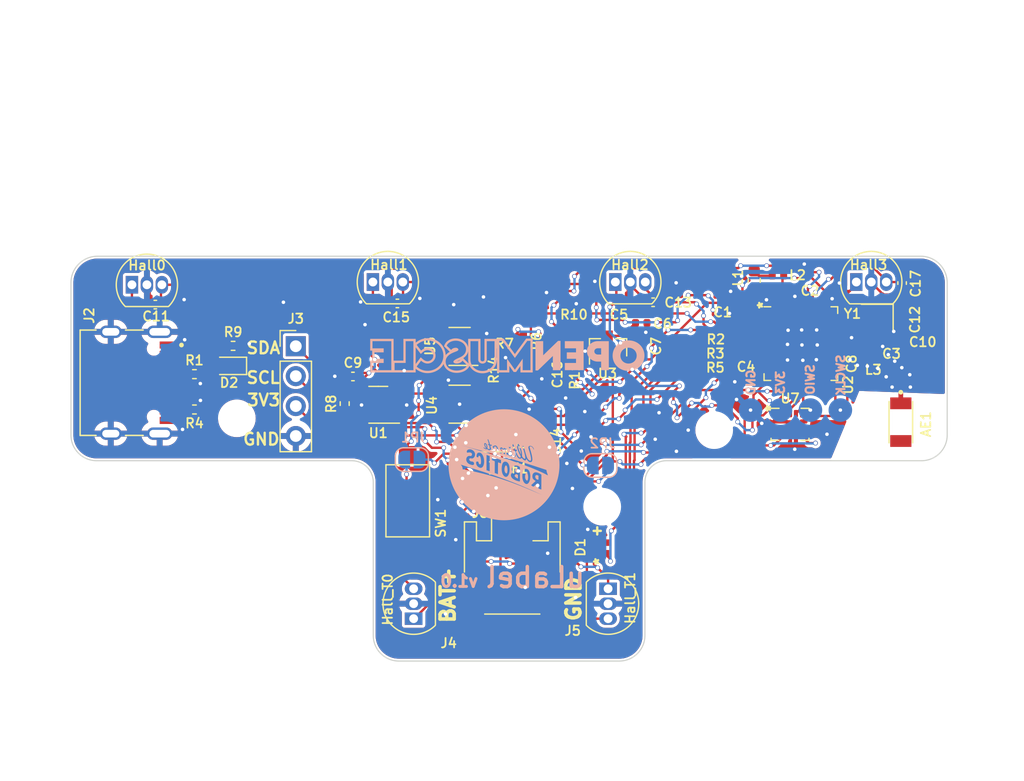
<source format=kicad_pcb>
(kicad_pcb (version 20221018) (generator pcbnew)
  (layers (0 "F.Cu" signal) (31 "B.Cu" signal) (34 "B.Paste" user) (35 "F.Paste" user) (36 "B.SilkS" user "B.Silkscreen") (37 "F.SilkS" user "F.Silkscreen") (38 "B.Mask" user) (39 "F.Mask" user) (44 "Edge.Cuts" user))
  (net 0 "")
  (net 1 "GND")
  (net 2 "+BATT")
  (net 3 "+3V3")
  (net 4 "SWDIO")
  (net 5 "SWDCLK")
  (net 6 "BATT_LEVEL")
  (net 7 "Net-(AE1-A)")
  (net 8 "Net-(U2-DEC1)")
  (net 9 "Net-(U2-DEC4)")
  (net 10 "Net-(U2-DEC3)")
  (net 11 "Net-(U2-ANT)")
  (net 12 "+4V")
  (net 13 "BT_OUT")
  (net 14 "SYS_ON")
  (net 16 "Net-(U2-XC1)")
  (net 17 "Net-(Hall_T0-OUT)")
  (net 18 "Net-(Hall_T1-OUT)")
  (net 19 "Net-(U2-XC2)")
  (net 20 "Net-(D1-BK)")
  (net 21 "Net-(L1-Pad2)")
  (net 22 "Net-(D1-GK)")
  (net 23 "Net-(D1-RK)")
  (net 24 "ADC_H0")
  (net 25 "ADC_H1")
  (net 26 "ADC_H2")
  (net 27 "ADC_H3")
  (net 28 "SPI_CS")
  (net 29 "SPI_SCL")
  (net 30 "SPI_SDI")
  (net 31 "SPI_SDO")
  (net 32 "IMU_INT")
  (net 33 "SCL")
  (net 34 "SDA")
  (net 35 "Net-(U2-DCC)")
  (net 36 "Net-(U2-P0.06)")
  (net 37 "Net-(U2-P0.07)")
  (net 38 "Net-(U2-P0.08)")
  (net 39 "Net-(U4-SET)")
  (net 48 "+3V8")
  (net 50 "ADC_H4")
  (net 54 "Net-(U4-EN)")
  (net 58 "+5V")
  (net 59 "Net-(D2-K)")
  (net 60 "Net-(D2-A)")
  (net 61 "Net-(J2-CC1)")
  (net 63 "Net-(U1-PROG)")
  (net 66 "Net-(J2-CC2)")
  (net 73 "Net-(U2-P0.12)")
  (footprint "Button_Switch_SMD:SW_SPST_CK_RS282G05A3" (layer "F.Cu") (at 127.5 111.5 -90)
    (fp_text reference "SW1")
    (fp_text value "SW_Push")
  )
  (footprint "Resistor_SMD:R_0402_1005Metric" (layer "F.Cu") (at 137.3 97.885 90)
    (fp_text reference "R6")
    (fp_text value "22k")
  )
  (footprint "Resistor_SMD:R_0402_1005Metric" (layer "F.Cu") (at 135.6 97.2 180)
    (fp_text reference "R7")
    (fp_text value "100k")
  )
  (footprint "Package_LGA:LGA-14_3x2.5mm_P0.5mm_LayoutBorder3x4y" (layer "F.Cu") (at 159.94 105.0125)
    (fp_text reference "U7")
    (fp_text value "LSM6DS3")
  )
  (footprint "ultimate_library:LED_RGB_0603_a4" (layer "F.Cu") (at 145 115.5 180)
    (fp_text reference "D1")
    (fp_text value "LED_BGRA")
  )
  (footprint "Inductor_SMD:L_0402_1005Metric" (layer "F.Cu") (at 158.915 92.4)
    (fp_text reference "L2")
    (fp_text value "15 nH")
  )
  (footprint "Capacitor_SMD:C_0402_1005Metric" (layer "F.Cu") (at 169.025 97.925 180)
    (fp_text reference "C10")
    (fp_text value "12 pF")
  )
  (footprint "Capacitor_SMD:C_0402_1005Metric" (layer "F.Cu") (at 166.7 97.9)
    (fp_text reference "C3")
    (fp_text value "100 pF")
  )
  (footprint "Inductor_SMD:L_0402_1005Metric" (layer "F.Cu") (at 166.875 99.2 180)
    (fp_text reference "L3")
    (fp_text value "5.1 nH")
  )
  (footprint "Capacitor_SMD:C_0402_1005Metric" (layer "F.Cu") (at 140.2 98.8 90)
    (fp_text reference "C16")
    (fp_text value "100 nF")
  )
  (footprint "ultimate_library:conn_16_20" (layer "F.Cu") (at 130.975 123.075)
    (fp_text reference "J4")
    (fp_text value "Conn_01x01_Male")
  )
  (footprint "Capacitor_SMD:C_0402_1005Metric" (layer "F.Cu") (at 147.4 98.385 -90)
    (fp_text reference "C7")
    (fp_text value "2.2 uF")
  )
  (footprint "Resistor_SMD:R_0402_1005Metric" (layer "F.Cu") (at 141.585 96.8 180)
    (fp_text reference "R10")
    (fp_text value "200k")
  )
  (footprint "Capacitor_SMD:C_0402_1005Metric" (layer "F.Cu") (at 156.015 95.5 180)
    (fp_text reference "C1")
    (fp_text value "100 nF")
  )
  (footprint "Crystal:Crystal_SMD_2016-4Pin_2.0x1.6mm" (layer "F.Cu") (at 167.34 95.975 180)
    (fp_text reference "Y1")
    (fp_text value "32MHz")
  )
  (footprint "ultimate_library:QFN-48-1EP_6x6mm_Pitch0.4mm" (layer "F.Cu") (at 160.86 98.158333)
    (fp_text reference "U2")
    (fp_text value "nRF52810-QFxx")
  )
  (footprint "Package_TO_SOT_SMD:SOT-23" (layer "F.Cu") (at 144.5 98.5 90)
    (fp_text reference "U3")
    (fp_text value "XC6206P332MR_SOT23")
  )
  (footprint "Inductor_SMD:L_0603_1608Metric" (layer "F.Cu") (at 156.9 92.8 90)
    (fp_text reference "L1")
    (fp_text value "10 uH")
  )
  (footprint "Capacitor_SMD:C_0402_1005Metric" (layer "F.Cu") (at 165.16 98.14 90)
    (fp_text reference "C8")
    (fp_text value "0.8 pF")
  )
  (footprint "Resistor_SMD:R_0402_1005Metric" (layer "F.Cu") (at 151.915 99.1)
    (fp_text reference "R3")
    (fp_text value "2k")
  )
  (footprint "Capacitor_SMD:C_0402_1005Metric" (layer "F.Cu") (at 156.3 101 180)
    (fp_text reference "C4")
    (fp_text value "100 nF")
  )
  (footprint "Capacitor_SMD:C_0402_1005Metric" (layer "F.Cu") (at 169.44 96.11 90)
    (fp_text reference "C12")
    (fp_text value "12 pF")
  )
  (footprint "Resistor_SMD:R_0402_1005Metric" (layer "F.Cu") (at 151.915 100.3)
    (fp_text reference "R5")
    (fp_text value "2k")
  )
  (footprint "Capacitor_SMD:C_0402_1005Metric" (layer "F.Cu") (at 159.785 93.6)
    (fp_text reference "C2")
    (fp_text value "2.2 uF")
  )
  (footprint "Capacitor_SMD:C_0402_1005Metric" (layer "F.Cu") (at 145.685 94.6 180)
    (fp_text reference "C5")
    (fp_text value "2.2 uF")
  )
  (footprint "ultimate_library:conn_16_20" (layer "F.Cu") (at 141.5 123.025 180)
    (fp_text reference "J5")
    (fp_text value "Conn_01x01_Male")
  )
  (footprint "Capacitor_SMD:C_0402_1005Metric" (layer "F.Cu") (at 147.315 96.4 180)
    (fp_text reference "C6")
    (fp_text value "2.2 uF")
  )
  (footprint "Resistor_SMD:R_0402_1005Metric" (layer "F.Cu") (at 151.93 97.8)
    (fp_text reference "R2")
    (fp_text value "2k")
  )
  (footprint "Package_TO_SOT_SMD:SOT-23-5" (layer "F.Cu") (at 131.9 98.4 180)
    (fp_text reference "U5")
    (fp_text value "74AHC1G32")
  )
  (footprint "Resistor_SMD:R_0402_1005Metric" (layer "F.Cu") (at 141.7 98.8 -90)
    (fp_text reference "R11")
    (fp_text value "100k")
  )
  (footprint "Connector_JST:JST_PH_S2B-PH-SM4-TB_1x02-1MP_P2.00mm_Horizontal" (layer "F.Cu") (at 136.37 116.6)
    (fp_text reference "J6")
    (fp_text value "Conn_01x02_Female")
  )
  (footprint "Resistor_SMD:R_0402_1005Metric" (layer "F.Cu") (at 134.7 102.5 90)
    (fp_text reference "R14")
    (fp_text value "10k")
  )
  (footprint "Package_TO_SOT_SMD:SOT-23-5" (layer "F.Cu") (at 131.9 103.3 180)
    (fp_text reference "U4")
    (fp_text value "MT9700")
  )
  (footprint "Capacitor_SMD:C_0402_1005Metric" (layer "F.Cu") (at 169.45 93.02 90)
    (fp_text reference "C17")
    (fp_text value "100 nF")
  )
  (footprint "Resistor_SMD:R_0402_1005Metric" (layer "F.Cu") (at 122.15 103.25 90)
    (fp_text reference "R8")
    (fp_text value "5.1k")
  )
  (footprint "Package_TO_SOT_THT:TO-92_Inline" (layer "F.Cu") (at 144.5 118.96 -90)
    (fp_text reference "Hall_T1")
    (fp_text value "DRV5033AJxLPG")
  )
  (footprint "Package_TO_SOT_THT:TO-92_Inline" (layer "F.Cu") (at 128 121.5 90)
    (fp_text reference "Hall_T0")
    (fp_text value "DRV5033AJxLPG")
  )
  (footprint "Connector_PinHeader_2.54mm:PinHeader_1x04_P2.54mm_Vertical" (layer "F.Cu") (at 118 98.38)
    (fp_text reference "J3")
    (fp_text value "Scrn_01x04_Header")
  )
  (footprint "Resistor_SMD:R_0402_1005Metric" (layer "F.Cu") (at 109.4 103.75 180)
    (fp_text reference "R4")
    (fp_text value "5.1k")
  )
  (footprint "MountingHole:MountingHole_2.7mm_M2.5" (layer "F.Cu") (at 144 112)
    (fp_text reference "REF**")
    (fp_text value "MountingHole_2.7mm_M2.5")
  )
  (footprint "MountingHole:MountingHole_2.7mm_M2.5" (layer "F.Cu") (at 113 104.5)
    (fp_text reference "REF**")
    (fp_text value "MountingHole_2.7mm_M2.5")
  )
  (footprint "Package_TO_SOT_SMD:SOT-23-5" (layer "F.Cu") (at 125 103.35 180)
    (fp_text reference "U1")
    (fp_text value "TP4054_replacement_for_MCP73831-2-OT")
  )
  (footprint "Diode_SMD:D_SOD-323" (layer "F.Cu") (at 134.45 106.5 180)
    (fp_text reference "D3")
    (fp_text value "D")
  )
  (footprint "Capacitor_SMD:C_0402_1005Metric" (layer "F.Cu") (at 122.85 100.95)
    (fp_text reference "C9")
    (fp_text value "2.2 uF")
  )
  (footprint "Resistor_SMD:R_0402_1005Metric" (layer "F.Cu") (at 109.4 100.75)
    (fp_text reference "R1")
    (fp_text value "5.1k")
  )
  (footprint "Capacitor_SMD:C_0402_1005Metric" (layer "F.Cu") (at 126.62 94.75)
    (fp_text reference "C15")
    (fp_text value "100 nF")
  )
  (footprint "Package_TO_SOT_THT:TO-92_Inline" (layer "F.Cu") (at 165.564 92.934)
    (fp_text reference "Hall3")
    (fp_text value "DRV5033AJxLPG")
  )
  (footprint "Package_TO_SOT_THT:TO-92_Inline" (layer "F.Cu") (at 104.096 93.165)
    (fp_text reference "Hall0")
    (fp_text value "DRV5033AJxLPG")
  )
  (footprint "ultimate_library:KH3216-A55" (layer "F.Cu") (at 169.34 104.825 -90)
    (fp_text reference "AE1")
    (fp_text value "Antenna")
  )
  (footprint "MountingHole:MountingHole_2.7mm_M2.5" (layer "F.Cu") (at 153.5 105.5)
    (fp_text reference "REF**")
    (fp_text value "MountingHole_2.7mm_M2.5")
  )
  (footprint "Fuse:Fuse_0603_1608Metric" (layer "F.Cu") (at 134.6125 108.7 180)
    (fp_text reference "F1")
    (fp_text value "Fuse")
  )
  (footprint "LED_SMD:LED_0603_1608Metric" (layer "F.Cu") (at 112.3375 100.05 180)
    (fp_text reference "D2")
    (fp_text value "LED GREEN")
  )
  (footprint "ultimate_library:KINGHELM_KH-TYPE-C-16P" (layer "F.Cu") (at 102.3 101.48 -90)
    (fp_text reference "J2")
    (fp_text value "KH-TYPE-C-16P")
  )
  (footprint "Package_TO_SOT_THT:TO-92_Inline" (layer "F.Cu") (at 145.117 92.934)
    (fp_text reference "Hall2")
    (fp_text value "DRV5033AJxLPG")
  )
  (footprint "Resistor_SMD:R_0402_1005Metric" (layer "F.Cu") (at 112.68 98.35)
    (fp_text reference "R9")
    (fp_text value "2k")
  )
  (footprint "Capacitor_SMD:C_0402_1005Metric" (layer "F.Cu") (at 138.85 106.5 90)
    (fp_text reference "C14")
    (fp_text value "100 nF")
  )
  (footprint "Capacitor_SMD:C_0402_1005Metric" (layer "F.Cu") (at 148.32 94.65)
    (fp_text reference "C13")
    (fp_text value "100 nF")
  )
  (footprint "Package_TO_SOT_THT:TO-92_Inline" (layer "F.Cu") (at 124.543 92.934)
    (fp_text reference "Hall1")
    (fp_text value "DRV5033AJxLPG")
  )
  (footprint "Capacitor_SMD:C_0402_1005Metric" (layer "F.Cu") (at 106.08 94.85)
    (fp_text reference "C11")
    (fp_text value "100 nF")
  )
  (footprint "ultimate_library:SWD_POGO" (layer "B.Cu") (at 160.4 103.8 90)
    (fp_text reference "SC1")
    (fp_text value "SWD_POGO")
  )
  (footprint "Jumper:SolderJumper-2_P1.3mm_Open_RoundedPad1.0x1.5mm" (layer "B.Cu") (at 143.85 108.5 180)
    (fp_text reference "JP2")
    (fp_text value "SolderJumper_2_Open")
  )
  (footprint "Jumper:SolderJumper-2_P1.3mm_Open_RoundedPad1.0x1.5mm" (layer "B.Cu") (at 127.85 108)
    (fp_text reference "JP1")
    (fp_text value "SolderJumper_2_Open")
  )
  (gr_poly (pts (xy 134.907128 106.87988) (xy 134.907128 106.879881) (xy 134.900384 106.880554) (xy 134.893727 106.881774) (xy 134.887177 106.883534) (xy 134.880755 106.88583) (xy 134.874481 106.888657) (xy 134.868375 106.892011) (xy 134.862458 106.895886) (xy 134.856749 106.900277) (xy 134.851271 106.905179) (xy 134.846042 106.910589) (xy 134.841084 106.916499) (xy 134.836416 106.922907) (xy 134.83206 106.929806) (xy 134.828035 106.937192) (xy 134.824362 106.945061) (xy 134.821061 106.953406) (xy 134.839408 107.030244) (xy 134.847897 107.064131) (xy 134.85707 107.099408) (xy 134.866486 107.133836) (xy 134.875707 107.165173) (xy 134.881159 107.178902) (xy 134.887811 107.192355) (xy 134.89554 107.205438) (xy 134.904227 107.218059) (xy 134.913748 107.230122) (xy 134.923985 107.241536) (xy 134.934815 107.252206) (xy 134.946118 107.26204) (xy 134.957773 107.270942) (xy 134.969657 107.278821) (xy 134.981652 107.285583) (xy 134.993635 107.291134) (xy 135.005485 107.295381) (xy 135.017081 107.29823) (xy 135.028303 107.299588) (xy 135.039029 107.299361) (xy 135.049139 107.297457) (xy 135.05851 107.29378) (xy 135.067023 107.288239) (xy 135.074556 107.28074) (xy 135.080987 107.271188) (xy 135.086197 107.259492) (xy 135.090064 107.245556) (xy 135.092466 107.229288) (xy 135.093284 107.210595) (xy 135.092395 107.189382) (xy 135.089679 107.165557) (xy 135.085015 107.139026) (xy 135.078282 107.109695) (xy 135.069358 107.077471) (xy 135.058123 107.042261) (xy 135.044455 107.003971) (xy 135.041886 106.996418) (xy 135.039102 106.989082) (xy 135.036114 106.981964) (xy 135.032932 106.975067) (xy 135.029567 106.968393) (xy 135.026028 106.961943) (xy 135.018473 106.949725) (xy 135.010349 106.938431) (xy 135.001739 106.928077) (xy 134.992726 106.918679) (xy 134.983393 106.910254) (xy 134.973823 106.902819) (xy 134.964097 106.896391) (xy 134.9543 106.890985) (xy 134.944513 106.886619) (xy 134.93482 106.883309) (xy 134.925303 106.881071) (xy 134.920636 106.88036) (xy 134.916045 106.879923) (xy 134.911538 106.879762)) (fill solid) (layer "B.SilkS"))
  (gr_poly (pts (xy 138.428348 109.31489) (xy 138.409061 109.317679) (xy 138.39175 109.322998) (xy 138.376387 109.33065) (xy 138.362943 109.340437) (xy 138.351391 109.352161) (xy 138.341702 109.365625) (xy 138.333848 109.380632) (xy 138.3278 109.396984) (xy 138.323531 109.414484) (xy 138.321011 109.432933) (xy 138.320213 109.452135) (xy 138.321108 109.471892) (xy 138.323669 109.492006) (xy 138.327866 109.51228) (xy 138.333671 109.532516) (xy 138.341057 109.552518) (xy 138.349995 109.572086) (xy 138.360457 109.591025) (xy 138.372414 109.609136) (xy 138.385838 109.626221) (xy 138.400701 109.642084) (xy 138.416974 109.656527) (xy 138.43463 109.669351) (xy 138.45364 109.680361) (xy 138.473976 109.689358) (xy 138.495609 109.696144) (xy 138.518511 109.700523) (xy 138.542654 109.702296) (xy 138.56801 109.701266) (xy 138.59455 109.697236) (xy 138.594541 109.697236) (xy 138.595141 109.381068) (xy 138.594851 109.378705) (xy 138.593996 109.376292) (xy 138.59261 109.373836) (xy 138.590727 109.371343) (xy 138.58838 109.368823) (xy 138.585602 109.366282) (xy 138.582429 109.363728) (xy 138.578893 109.361169) (xy 138.570868 109.356064) (xy 138.561797 109.351027) (xy 138.551951 109.346119) (xy 138.5416 109.3414) (xy 138.531012 109.33693) (xy 138.520458 109.33277) (xy 138.510209 109.32898) (xy 138.500533 109.325621) (xy 138.483981 109.320434) (xy 138.477646 109.318727) (xy 138.472963 109.317692) (xy 138.449639 109.314829)) (fill solid) (layer "B.SilkS"))
  (gr_poly (pts (xy 137.488995 97.813003) (xy 136.590724 99.04376) (xy 135.692453 97.813003) (xy 135.633778 97.732443) (xy 135.074515 97.732443) (xy 135.074515 100.608865) (xy 136.120403 100.608865) (xy 136.120403 100.052394) (xy 136.427276 100.484998) (xy 136.48595 100.567887) (xy 136.693172 100.567887) (xy 136.751845 100.485464) (xy 137.060117 100.051463) (xy 137.060117 100.608866) (xy 138.106004 100.608866) (xy 138.106004 100.41282) (xy 137.910421 100.41282) (xy 137.256625 100.41282) (xy 137.256625 99.437249) (xy 136.592585 100.371842) (xy 136.587928 100.371842) (xy 135.925284 99.437248) (xy 135.925284 100.41282) (xy 135.271488 100.41282) (xy 135.271953 100.41282) (xy 135.271953 97.928488) (xy 135.53459 97.928488) (xy 136.591187 99.376246) (xy 137.647785 97.928489) (xy 137.910421 97.928489) (xy 137.910421 100.41282) (xy 138.106004 100.41282) (xy 138.106004 97.732443) (xy 137.547669 97.732443)) (fill solid) (layer "B.SilkS"))
  (gr_poly (pts (xy 140.829221 98.559467) (xy 141.77918 98.559467) (xy 141.77918 98.902663) (xy 140.997326 98.902663) (xy 140.997326 99.447959) (xy 141.77918 99.447959) (xy 141.77918 99.800934) (xy 140.829221 99.800934) (xy 140.829221 100.41282) (xy 142.42506 100.41282) (xy 142.42506 97.951306) (xy 140.829221 97.951306)) (fill solid) (layer "B.SilkS"))
  (gr_poly (pts (xy 135.424249 103.735988) (xy 135.185052 103.754177) (xy 134.949332 103.78413) (xy 134.717386 103.825551) (xy 134.489509 103.878145) (xy 134.265999 103.941615) (xy 134.047149 104.015665) (xy 133.833258 104.1) (xy 133.62462 104.194323) (xy 133.421531 104.298339) (xy 133.224287 104.411752) (xy 133.033185 104.534265) (xy 132.84852 104.665583) (xy 132.670588 104.80541) (xy 132.499685 104.95345) (xy 132.336108 105.109406) (xy 132.180151 105.272984) (xy 132.032111 105.443887) (xy 131.892284 105.621819) (xy 131.760966 105.806484) (xy 131.638453 105.997586) (xy 131.52504 106.194829) (xy 131.421024 106.397918) (xy 131.326701 106.606556) (xy 131.242366 106.820448) (xy 131.168316 107.039297) (xy 131.104846 107.262808) (xy 131.052252 107.490685) (xy 131.010831 107.722631) (xy 130.980878 107.95835) (xy 130.962689 108.197548) (xy 130.956561 108.439928) (xy 130.962689 108.682307) (xy 130.980878 108.921505) (xy 131.010831 109.157225) (xy 131.052252 109.389171) (xy 131.104846 109.617047) (xy 131.168316 109.840558) (xy 131.242366 110.059407) (xy 131.326701 110.273299) (xy 131.421024 110.481937) (xy 131.52504 110.685026) (xy 131.638453 110.882269) (xy 131.760966 111.073372) (xy 131.892284 111.258037) (xy 132.032111 111.435968) (xy 132.180151 111.606871) (xy 132.336108 111.770449) (xy 132.499685 111.926406) (xy 132.670588 112.074445) (xy 132.84852 112.214272) (xy 133.033185 112.34559) (xy 133.224287 112.468104) (xy 133.421531 112.581516) (xy 133.62462 112.685532) (xy 133.833258 112.779855) (xy 134.047149 112.86419) (xy 134.265999 112.938241) (xy 134.489509 113.001711) (xy 134.717386 113.054304) (xy 134.949332 113.095725) (xy 135.185052 113.125678) (xy 135.424249 113.143867) (xy 135.666629 113.149996) (xy 135.909008 113.143867) (xy 136.148206 113.125678) (xy 136.383926 113.095725) (xy 136.615872 113.054304) (xy 136.843748 113.001711) (xy 137.067259 112.938241) (xy 137.286108 112.86419) (xy 137.5 112.779855) (xy 137.708638 112.685532) (xy 137.911727 112.581516) (xy 138.108971 112.468104) (xy 138.300073 112.34559) (xy 138.484738 112.214272) (xy 138.66267 112.074445) (xy 138.833573 111.926406) (xy 138.99715 111.770449) (xy 139.153107 111.606871) (xy 139.301147 111.435968) (xy 139.440974 111.258037) (xy 139.572292 111.073372) (xy 139.610527 111.01373) (xy 138.928442 111.01373) (xy 137.827247 110.544828) (xy 137.129081 110.257378) (xy 136.332425 109.952311) (xy 135.897136 109.797323) (xy 135.437193 109.642913) (xy 134.952585 109.490743) (xy 134.443301 109.342472) (xy 133.909331 109.199761) (xy 133.350665 109.064272) (xy 132.767291 108.937665) (xy 132.1592 108.821601) (xy 132.156123 108.782045) (xy 132.152428 108.746501) (xy 132.148056 108.714543) (xy 132.142949 108.685743) (xy 132.137047 108.659676) (xy 132.130291 108.635915) (xy 132.122623 108.614034) (xy 132.113983 108.593606) (xy 132.104314 108.574205) (xy 132.093555 108.555405) (xy 132.081648 108.53678) (xy 132.068535 108.517902) (xy 132.038451 108.477685) (xy 132.002834 108.431344) (xy 134.007353 109.070263) (xy 134.852449 109.353957) (xy 135.640173 109.633773) (xy 136.40608 109.924684) (xy 137.185725 110.241665) (xy 138.014661 110.599689) (xy 138.928442 111.01373) (xy 139.610527 111.01373) (xy 139.694805 110.882269) (xy 139.808218 110.685026) (xy 139.912234 110.481937) (xy 140.006557 110.273299) (xy 140.090892 110.059407) (xy 140.164942 109.840558) (xy 140.228412 109.617047) (xy 140.281006 109.389171) (xy 140.289397 109.342183) (xy 139.392531 109.342183) (xy 139.275929 109.281733) (xy 138.841399 109.281733) (xy 138.835259 110.542662) (xy 138.802302 110.531078) (xy 138.769351 110.520057) (xy 138.705245 110.499016) (xy 138.674978 110.488653) (xy 138.646492 110.478165) (xy 138.620233 110.46738) (xy 138.608077 110.461823) (xy 138.596644 110.456126) (xy 138.596805 110.250314) (xy 138.595669 110.140509) (xy 138.594383 110.088944) (xy 138.59246 110.041534) (xy 138.592223 110.040245) (xy 138.591664 110.039047) (xy 138.590801 110.037935) (xy 138.589652 110.036904) (xy 138.588234 110.035952) (xy 138.586567 110.035073) (xy 138.584668 110.034264) (xy 138.582555 110.03352) (xy 138.57776 110.032212) (xy 138.572326 110.031116) (xy 138.5664 110.030199) (xy 138.560123 110.029427) (xy 138.547102 110.028187) (xy 138.53442 110.02713) (xy 138.523233 110.025993) (xy 138.518562 110.025311) (xy 138.514698 110.024509) (xy 138.511408 110.024402) (xy 138.50709 110.025451) (xy 138.501805 110.027595) (xy 138.495612 110.030772) (xy 138.480742 110.039982) (xy 138.46296 110.05259) (xy 138.442742 110.068108) (xy 138.420569 110.086045) (xy 138.372268 110.127219) (xy 138.321886 110.172195) (xy 138.273249 110.217054) (xy 138.230187 110.25788) (xy 138.196526 110.290754) (xy 138.183682 110.289343) (xy 138.169675 110.287434) (xy 138.152435 110.284593) (xy 138.14303 110.282792) (xy 138.133328 110.280722) (xy 138.123501 110.27837) (xy 138.11372 110.275724) (xy 138.104155 110.272773) (xy 138.094977 110.269503) (xy 138.086358 110.265903) (xy 138.082311 110.263975) (xy 138.078467 110.26196) (xy 138.070555 110.257477) (xy 138.063357 110.253135) (xy 138.056765 110.248859) (xy 138.050671 110.244574) (xy 138.044964 110.240203) (xy 138.039536 110.235672) (xy 138.034277 110.230905) (xy 138.029079 110.225825) (xy 138.023833 110.220358) (xy 138.018428 110.214428) (xy 138.012757 110.207959) (xy 138.00671 110.200876) (xy 137.976579 110.164889) (xy 138.155418 110.002287) (xy 138.197266 109.963813) (xy 138.242528 109.921569) (xy 138.293485 109.873235) (xy 138.352416 109.816491) (xy 138.321839 109.795935) (xy 138.289661 109.773334) (xy 138.251598 109.74527) (xy 138.231619 109.729834) (xy 138.21168 109.713807) (xy 138.192284 109.697445) (xy 138.173935 109.681007) (xy 138.157137 109.664751) (xy 138.142394 109.648934) (xy 138.135951 109.641272) (xy 138.13021 109.633816) (xy 138.125234 109.626599) (xy 138.121088 109.619653) (xy 138.108316 109.592308) (xy 138.097151 109.560088) (xy 138.087996 109.523855) (xy 138.081259 109.484472) (xy 138.078268 109.452631) (xy 137.898862 109.452631) (xy 137.895817 109.516495) (xy 137.889794 109.579568) (xy 137.880867 109.64129) (xy 137.869111 109.701101) (xy 137.854601 109.758439) (xy 137.837412 109.812744) (xy 137.817617 109.863455) (xy 137.795292 109.91001) (xy 137.770511 109.95185) (xy 137.743349 109.988413) (xy 137.71388 110.019139) (xy 137.682179 110.043465) (xy 137.648321 110.060833) (xy 137.61238 110.070681) (xy 137.574431 110.072447) (xy 137.534548 110.065572) (xy 137.492807 110.049494) (xy 137.484692 110.045316) (xy 137.476592 110.040732) (xy 137.468513 110.035749) (xy 137.460461 110.030373) (xy 137.444469 110.018473) (xy 137.428667 110.005086) (xy 137.413111 109.990268) (xy 137.397853 109.974073) (xy 137.382947 109.956557) (xy 137.368446 109.937775) (xy 137.354403 109.91778) (xy 137.340873 109.89663) (xy 137.327907 109.874377) (xy 137.315561 109.851079) (xy 137.303887 109.826789) (xy 137.292939 109.801562) (xy 137.28277 109.775454) (xy 137.273433 109.748519) (xy 137.263471 109.715376) (xy 137.254399 109.679768) (xy 137.246309 109.641856) (xy 137.239292 109.601799) (xy 137.233438 109.559758) (xy 137.228839 109.515894) (xy 137.225585 109.470367) (xy 137.223769 109.423338) (xy 137.22348 109.374966) (xy 137.224809 109.325413) (xy 137.227849 109.27484) (xy 137.23269 109.223405) (xy 137.239422 109.171271) (xy 137.248137 109.118597) (xy 137.258927 109.065544) (xy 137.271881 109.012273) (xy 137.278663 108.989053) (xy 137.286713 108.966146) (xy 137.296037 108.943736) (xy 137.306643 108.922007) (xy 137.318538 108.901142) (xy 137.331728 108.881325) (xy 137.346221 108.862741) (xy 137.353958 108.853968) (xy 137.362023 108.845573) (xy 137.370417 108.837577) (xy 137.379142 108.830004) (xy 137.388197 108.822877) (xy 137.397584 108.816219) (xy 137.407303 108.810052) (xy 137.417356 108.804401) (xy 137.427743 108.799287) (xy 137.438465 108.794734) (xy 137.449523 108.790765) (xy 137.460918 108.787403) (xy 137.472651 108.78467) (xy 137.484723 108.78259) (xy 137.497134 108.781186) (xy 137.509885 108.78048) (xy 137.522978 108.780496) (xy 137.536413 108.781257) (xy 137.586995 108.789669) (xy 137.63348 108.805703) (xy 137.675942 108.8288) (xy 137.714455 108.858397) (xy 137.749095 108.893935) (xy 137.779936 108.934852) (xy 137.807053 108.980587) (xy 137.830519 109.03058) (xy 137.850411 109.084269) (xy 137.866802 109.141095) (xy 137.879767 109.200495) (xy 137.889381 109.26191) (xy 137.895719 109.324778) (xy 137.898854 109.388539) (xy 137.898862 109.452631) (xy 138.078268 109.452631) (xy 138.077345 109.442804) (xy 138.076659 109.399713) (xy 138.079607 109.356062) (xy 138.08257 109.334297) (xy 138.086594 109.312716) (xy 138.09173 109.291426) (xy 138.098028 109.270536) (xy 138.105538 109.250154) (xy 138.114312 109.230387) (xy 138.1244 109.211344) (xy 138.135854 109.193132) (xy 138.148722 109.17586) (xy 138.163058 109.159634) (xy 138.17891 109.144564) (xy 138.19633 109.130757) (xy 138.215368 109.118321) (xy 138.236076 109.107363) (xy 138.258504 109.097993) (xy 138.282702 109.090317) (xy 138.308722 109.084443) (xy 138.336614 109.080481) (xy 138.360609 109.079594) (xy 138.387042 109.081119) (xy 138.415608 109.084922) (xy 138.445998 109.090873) (xy 138.477906 109.098839) (xy 138.511026 109.108688) (xy 138.545052 109.120289) (xy 138.579675 109.133508) (xy 138.61459 109.148216) (xy 138.64949 109.164278) (xy 138.684068 109.181565) (xy 138.718018 109.199943) (xy 138.751032 109.21928) (xy 138.782805 109.239446) (xy 138.81303 109.260307) (xy 138.841399 109.281732) (xy 138.841399 109.281733) (xy 139.275929 109.281733) (xy 138.986255 109.131556) (xy 138.510835 108.915115) (xy 137.979428 108.695538) (xy 137.83415 108.63987) (xy 137.019297 108.63987) (xy 137.01818 109.842254) (xy 137.016107 109.846382) (xy 137.009966 109.84931) (xy 137.000024 109.85103) (xy 136.986547 109.851536) (xy 136.950055 109.848876) (xy 136.902621 109.841275) (xy 136.846377 109.828676) (xy 136.783454 109.811024) (xy 136.715983 109.788261) (xy 136.646097 109.760334) (xy 136.575926 109.727184) (xy 136.541399 109.708634) (xy 136.507601 109.688757) (xy 136.474798 109.667547) (xy 136.443255 109.644996) (xy 136.41324 109.621098) (xy 136.385019 109.595845) (xy 136.358858 109.569231) (xy 136.335024 109.541249) (xy 136.313784 109.511891) (xy 136.295402 109.48115) (xy 136.280147 109.449021) (xy 136.268285 109.415494) (xy 136.260081 109.380565) (xy 136.255802 109.344224) (xy 136.255356 109.330731) (xy 136.255637 109.317548) (xy 136.256618 109.304675) (xy 136.258269 109.292111) (xy 136.260561 109.279855) (xy 136.263467 109.267905) (xy 136.266956 109.25626) (xy 136.271001 109.24492) (xy 136.275572 109.233882) (xy 136.280641 109.223147) (xy 136.286178 109.212711) (xy 136.292156 109.202576) (xy 136.298544 109.192738) (xy 136.305315 109.183198) (xy 136.319888 109.165004) (xy 136.335645 109.147984) (xy 136.352354 109.132129) (xy 136.369785 109.11743) (xy 136.387708 109.103877) (xy 136.405892 109.091461) (xy 136.424107 109.080173) (xy 136.442122 109.070002) (xy 136.459706 109.060941) (xy 136.436126 109.042569) (xy 136.415031 109.02355) (xy 136.396349 109.003956) (xy 136.380008 108.983859) (xy 136.365937 108.963331) (xy 136.354064 108.942444) (xy 136.344316 108.92127) (xy 136.336622 108.899881) (xy 136.33091 108.878349) (xy 136.327108 108.856746) (xy 136.326203 108.846786) (xy 136.146728 108.846786) (xy 136.143683 108.910649) (xy 136.13766 108.973722) (xy 136.128733 109.035445) (xy 136.116978 109.095256) (xy 136.102468 109.152594) (xy 136.085278 109.206899) (xy 136.065483 109.257609) (xy 136.043158 109.304165) (xy 136.018377 109.346004) (xy 135.991215 109.382567) (xy 135.961746 109.413293) (xy 135.930045 109.43762) (xy 135.896187 109.454987) (xy 135.860246 109.464835) (xy 135.822297 109.466601) (xy 135.782415 109.459726) (xy 135.740673 109.443648) (xy 135.732558 109.43947) (xy 135.724458 109.434886) (xy 135.716379 109.429903) (xy 135.708327 109.424527) (xy 135.692335 109.412627) (xy 135.676534 109.39924) (xy 135.660978 109.384421) (xy 135.64572 109.368227) (xy 135.630813 109.35071) (xy 135.616312 109.331928) (xy 135.60227 109.311933) (xy 135.588739 109.290783) (xy 135.575774 109.26853) (xy 135.563428 109.245232) (xy 135.551754 109.220941) (xy 135.540805 109.195715) (xy 135.530636 109.169606) (xy 135.521299 109.142672) (xy 135.511337 109.109529) (xy 135.502266 109.073921) (xy 135.494176 109.036009) (xy 135.487158 108.995952) (xy 135.481304 108.953911) (xy 135.476705 108.910047) (xy 135.473452 108.86452) (xy 135.471635 108.81749) (xy 135.471346 108.769119) (xy 135.472676 108.719566) (xy 135.475716 108.668992) (xy 135.480556 108.617558) (xy 135.487288 108.565424) (xy 135.496004 108.51275) (xy 135.506793 108.459698) (xy 135.519747 108.406427) (xy 135.526529 108.383207) (xy 135.534579 108.3603) (xy 135.543903 108.33789) (xy 135.554509 108.316161) (xy 135.566404 108.295296) (xy 135.579594 108.275479) (xy 135.594087 108.256895) (xy 135.601824 108.248122) (xy 135.609889 108.239726) (xy 135.618283 108.231731) (xy 135.627008 108.224158) (xy 135.636063 108.217031) (xy 135.645449 108.210372) (xy 135.655169 108.204206) (xy 135.665221 108.198555) (xy 135.675608 108.193441) (xy 135.686331 108.188888) (xy 135.697389 108.184919) (xy 135.708784 108.181556) (xy 135.720517 108.178824) (xy 135.732588 108.176744) (xy 135.742763 108.175592) (xy 135.415211 108.175592) (xy 135.41432 108.248425) (xy 135.412167 108.322694) (xy 135.375332 108.309744) (xy 135.34153 108.297514) (xy 135.280104 108.274957) (xy 135.251018 108.264501) (xy 135.222043 108.254506) (xy 135.192449 108.244909) (xy 135.161504 108.235645) (xy 135.15882 108.361921) (xy 135.157114 108.630604) (xy 135.1554 109.236154) (xy 135.133001 109.227897) (xy 135.103678 109.217708) (xy 135.031364 109.193011) (xy 134.991926 109.17924) (xy 134.952669 109.165013) (xy 134.91537 109.150698) (xy 134.881805 109.136666) (xy 134.886045 108.236056) (xy 134.886122 108.218011) (xy 134.886018 108.209) (xy 134.885767 108.200087) (xy 134.88533 108.191338) (xy 134.884668 108.18282) (xy 134.883743 108.174599) (xy 134.882516 108.166742) (xy 134.880948 108.159316) (xy 134.880023 108.155786) (xy 134.878999 108.152388) (xy 134.87787 108.149131) (xy 134.876632 108.146024) (xy 134.875279 108.143075) (xy 134.873807 108.140291) (xy 134.872211 108.137682) (xy 134.870486 108.135256) (xy 134.868627 108.133021) (xy 134.86663 108.130986) (xy 134.864489 108.129158) (xy 134.8622 108.127547) (xy 134.859757 108.12616) (xy 134.857156 108.125006) (xy 134.773173 108.092553) (xy 134.721307 108.073364) (xy 134.64077 108.044454) (xy 134.643538 107.765533) (xy 134.64355 107.765532) (xy 135.414583 108.038518) (xy 135.415184 108.105266) (xy 135.415211 108.175592) (xy 135.742763 108.175592) (xy 135.744999 108.175339) (xy 135.757751 108.174633) (xy 135.770843 108.174649) (xy 135.784278 108.17541) (xy 135.78428 108.175411) (xy 135.834862 108.183823) (xy 135.881346 108.199858) (xy 135.923808 108.222954) (xy 135.962322 108.252552) (xy 135.996962 108.288089) (xy 136.027802 108.329006) (xy 136.054919 108.374741) (xy 136.078386 108.424734) (xy 136.098277 108.478424) (xy 136.114669 108.535249) (xy 136.127634 108.59465) (xy 136.137248 108.656065) (xy 136.143585 108.718933) (xy 136.14672 108.782694) (xy 136.146728 108.846786) (xy 136.326203 108.846786) (xy 136.325145 108.835144) (xy 136.324947 108.813615) (xy 136.326444 108.792232) (xy 136.329564 108.771065) (xy 136.334234 108.750187) (xy 136.340383 108.729671) (xy 136.347938 108.709588) (xy 136.356829 108.690009) (xy 136.366982 108.671008) (xy 136.378327 108.652656) (xy 136.390791 108.635025) (xy 136.404302 108.618188) (xy 136.418788 108.602215) (xy 136.434178 108.58718) (xy 136.4504 108.573154) (xy 136.467382 108.560209) (xy 136.485051 108.548417) (xy 136.503337 108.53785) (xy 136.522166 108.528581) (xy 136.541468 108.520681) (xy 136.56117 108.514222) (xy 136.5812 108.509277) (xy 136.586132 108.508443) (xy 136.592133 108.507731) (xy 136.606745 108.506636) (xy 136.62384 108.505918) (xy 136.642222 108.5055) (xy 136.678066 108.505262) (xy 136.704708 108.505317) (xy 136.704712 108.505322) (xy 136.721094 108.505708) (xy 136.737239 108.506833) (xy 136.753129 108.508648) (xy 136.768744 108.511103) (xy 136.799078 108.517739) (xy 136.828092 108.526345) (xy 136.855638 108.536528) (xy 136.881568 108.547894) (xy 136.905732 108.560048) (xy 136.927984 108.572596) (xy 136.948173 108.585144) (xy 136.966152 108.597298) (xy 136.994886 108.618847) (xy 137.019297 108.63987) (xy 137.83415 108.63987) (xy 137.405193 108.475502) (xy 136.180864 108.044762) (xy 135.123927 107.702813) (xy 134.45401 107.702813) (xy 134.450731 108.06552) (xy 134.451378 108.465148) (xy 134.45369 108.994012) (xy 134.324016 108.950355) (xy 134.183705 108.902116) (xy 134.184098 108.267945) (xy 134.184783 108.169918) (xy 133.980123 108.169918) (xy 133.973866 108.283084) (xy 133.966739 108.337281) (xy 133.956942 108.389329) (xy 133.944473 108.438808) (xy 133.929329 108.485301) (xy 133.911506 108.528388) (xy 133.891001 108.567652) (xy 133.867812 108.602673) (xy 133.841935 108.633033) (xy 133.813368 108.658314) (xy 133.782108 108.678096) (xy 133.74815 108.691961) (xy 133.711493 108.69949) (xy 133.672134 108.700265) (xy 133.630069 108.693867) (xy 133.604227 108.684785) (xy 133.579557 108.674835) (xy 133.556044 108.664061) (xy 133.533674 108.65251) (xy 133.512433 108.640228) (xy 133.492307 108.627259) (xy 133.473282 108.613651) (xy 133.455343 108.599448) (xy 133.438477 108.584697) (xy 133.422669 108.569444) (xy 133.407906 108.553733) (xy 133.394172 108.537611) (xy 133.381455 108.521124) (xy 133.369739 108.504317) (xy 133.35901 108.487237) (xy 133.349255 108.469928) (xy 133.34046 108.452437) (xy 133.332609 108.43481) (xy 133.32569 108.417092) (xy 133.319687 108.399328) (xy 133.314587 108.381566) (xy 133.310376 108.36385) (xy 133.307039 108.346227) (xy 133.304562 108.328741) (xy 133.302932 108.31144) (xy 133.302134 108.294368) (xy 133.302153 108.277572) (xy 133.302976 108.261096) (xy 133.304589 108.244988) (xy 133.306977 108.229293) (xy 133.310126 108.214056) (xy 133.314023 108.199323) (xy 133.315536 108.195375) (xy 133.317641 108.191709) (xy 133.320304 108.18832) (xy 133.323491 108.185204) (xy 133.327168 108.182354) (xy 133.331302 108.179767) (xy 133.335858 108.177436) (xy 133.340803 108.175357) (xy 133.346104 108.173524) (xy 133.351725 108.171932) (xy 133.357634 108.170576) (xy 133.363796 108.169452) (xy 133.376747 108.167874) (xy 133.390307 108.167157) (xy 133.404206 108.16726) (xy 133.418172 108.168142) (xy 133.431937 108.169761) (xy 133.445229 108.172075) (xy 133.457778 108.175044) (xy 133.469313 108.178626) (xy 133.479565 108.182779) (xy 133.484125 108.185057) (xy 133.488262 108.187463) (xy 133.52054 108.290978) (xy 133.527458 108.311253) (xy 133.534352 108.329363) (xy 133.541442 108.345348) (xy 133.548947 108.359246) (xy 133.557084 108.371095) (xy 133.561459 108.376264) (xy 133.566073 108.380935) (xy 133.570956 108.385113) (xy 133.576133 108.388803) (xy 133.581632 108.392011) (xy 133.587481 108.39474) (xy 133.593707 108.396995) (xy 133.600338 108.398782) (xy 133.6074 108.400105) (xy 133.614921 108.400969) (xy 133.622928 108.401379) (xy 133.631449 108.40134) (xy 133.650141 108.399932) (xy 133.659742 108.397614) (xy 133.668575 108.393033) (xy 133.676656 108.386305) (xy 133.684003 108.377542) (xy 133.690635 108.366859) (xy 133.696567 108.354369) (xy 133.701819 108.340187) (xy 133.706408 108.324425) (xy 133.710352 108.307199) (xy 133.713668 108.288621) (xy 133.718487 108.247866) (xy 133.721008 108.203071) (xy 133.721372 108.155147) (xy 133.71972 108.105005) (xy 133.716193 108.053553) (xy 133.710933 108.001704) (xy 133.704082 107.950368) (xy 133.69578 107.900454) (xy 133.68617 107.852874) (xy 133.675393 107.808538) (xy 133.663589 107.768357) (xy 133.660169 107.759365) (xy 133.656178 107.750713) (xy 133.651663 107.742421) (xy 133.646669 107.734515) (xy 133.641241 107.727016) (xy 133.635425 107.71995) (xy 133.629266 107.713338) (xy 133.62281 107.707205) (xy 133.616102 107.701574) (xy 133.609188 107.696468) (xy 133.602113 107.69191) (xy 133.594923 107.687924) (xy 133.587664 107.684534) (xy 133.58038 107.681763) (xy 133.573117 107.679633) (xy 133.565922 107.678169) (xy 133.558838 107.677395) (xy 133.551912 107.677332) (xy 133.54519 107.678005) (xy 133.538716 107.679437) (xy 133.532536 107.681651) (xy 133.526697 107.684672) (xy 133.521242 107.688521) (xy 133.516218 107.693223) (xy 133.511671 107.698802) (xy 133.507645 107.705279) (xy 133.504186 107.712679) (xy 133.50134 107.721026) (xy 133.499153 107.730342) (xy 133.497669 107.74065) (xy 133.496934 107.751976) (xy 133.496994 107.76434) (xy 133.496839 107.771528) (xy 133.495854 107.777894) (xy 133.494094 107.783478) (xy 133.491613 107.788318) (xy 133.488467 107.792453) (xy 133.48471 107.795923) (xy 133.480396 107.798766) (xy 133.475581 107.801021) (xy 133.47032 107.802727) (xy 133.464666 107.803923) (xy 133.458676 107.804648) (xy 133.452402 107.80494) (xy 133.445902 107.804839) (xy 133.439228 107.804383) (xy 133.42558 107.802563) (xy 133.411898 107.799792) (xy 133.398619 107.796381) (xy 133.386182 107.792641) (xy 133.375023 107.788883) (xy 133.358296 107.782558) (xy 133.351941 107.779897) (xy 133.35194 107.779897) (xy 133.348095 107.772293) (xy 133.344869 107.762817) (xy 133.340363 107.738903) (xy 133.338605 107.70946) (xy 133.339779 107.675793) (xy 133.344067 107.639207) (xy 133.351652 107.601006) (xy 133.362717 107.562496) (xy 133.367743 107.548674) (xy 133.211235 107.548674) (xy 133.210789 107.578048) (xy 133.20824 107.606999) (xy 133.2037 107.635397) (xy 133.197286 107.663111) (xy 133.189111 107.690008) (xy 133.17929 107.715959) (xy 133.167937 107.740831) (xy 133.155167 107.764493) (xy 133.141095 107.786815) (xy 133.125834 107.807665) (xy 133.1095 107.826912) (xy 133.092207 107.844425) (xy 133.074068 107.860072) (xy 133.0552 107.873723) (xy 133.035716 107.885246) (xy 133.015731 107.894509) (xy 132.995359 107.901383) (xy 132.974715 107.905735) (xy 132.953912 107.907434) (xy 132.933067 107.906349) (xy 132.912293 107.902349) (xy 132.88633 107.896363) (xy 132.862309 107.892632) (xy 132.84021 107.891024) (xy 132.820008 107.891404) (xy 132.80168 107.893638) (xy 132.785204 107.89759) (xy 132.770557 107.903128) (xy 132.757715 107.910115) (xy 132.746656 107.918419) (xy 132.737357 107.927904) (xy 132.729794 107.938436) (xy 132.723945 107.949881) (xy 132.719786 107.962105) (xy 132.717296 107.974972) (xy 132.71645 107.98835) (xy 132.717227 108.002102) (xy 132.719602 108.016095) (xy 132.723553 108.030195) (xy 132.729057 108.044267) (xy 132.736091 108.058177) (xy 132.744632 108.07179) (xy 132.754657 108.084972) (xy 132.766143 108.097589) (xy 132.779067 108.109505) (xy 132.793406 108.120588) (xy 132.809137 108.130702) (xy 132.826238 108.139713) (xy 132.844685 108.147487) (xy 132.864455 108.153889) (xy 132.885525 108.158784) (xy 132.907873 108.16204) (xy 132.931475 108.16352) (xy 132.955052 108.164937) (xy 132.977021 108.168007) (xy 132.997404 108.172616) (xy 133.016226 108.178651) (xy 133.033509 108.185997) (xy 133.049276 108.19454) (xy 133.06355 108.204166) (xy 133.076354 108.214761) (xy 133.087711 108.226211) (xy 133.097644 108.238403) (xy 133.106176 108.251221) (xy 133.113331 108.264552) (xy 133.11913 108.278282) (xy 133.123597 108.292297) (xy 133.126756 108.306482) (xy 133.128628 108.320724) (xy 133.129237 108.334909) (xy 133.128607 108.348923) (xy 133.126759 108.362651) (xy 133.123718 108.375979) (xy 133.119506 108.388794) (xy 133.114145 108.400981) (xy 133.10766 108.412427) (xy 133.100073 108.423017) (xy 133.091407 108.432637) (xy 133.081685 108.441173) (xy 133.07093 108.448512) (xy 133.059165 108.454539) (xy 133.046413 108.459139) (xy 133.032697 108.4622) (xy 133.01804 108.463607) (xy 133.002465 108.463245) (xy 132.934987 108.452768) (xy 132.872476 108.438505) (xy 132.814833 108.420751) (xy 132.761961 108.399796) (xy 132.713761 108.375933) (xy 132.670137 108.349454) (xy 132.630989 108.32065) (xy 132.59622 108.289814) (xy 132.565732 108.257238) (xy 132.539428 108.223214) (xy 132.517208 108.188033) (xy 132.498975 108.151987) (xy 132.484631 108.115369) (xy 132.474079 108.078471) (xy 132.467219 108.041585) (xy 132.463955 108.005002) (xy 132.464188 107.969014) (xy 132.467821 107.933915) (xy 132.474755 107.899994) (xy 132.484892 107.867545) (xy 132.498135 107.83686) (xy 132.514385 107.808231) (xy 132.533545 107.781948) (xy 132.555516 107.758306) (xy 132.580201 107.737594) (xy 132.607502 107.720107) (xy 132.637321 107.706134) (xy 132.669559 107.69597) (xy 132.704119 107.689904) (xy 132.740903 107.68823) (xy 132.779813 107.69124) (xy 132.820751 107.699224) (xy 132.835392 107.701572) (xy 132.849672 107.701286) (xy 132.863482 107.698557) (xy 132.876716 107.693575) (xy 132.889265 107.686531) (xy 132.90102 107.677616) (xy 132.911874 107.667019) (xy 132.921718 107.654933) (xy 132.930444 107.641546) (xy 132.937944 107.62705) (xy 132.94411 107.611635) (xy 132.948834 107.595492) (xy 132.952008 107.578811) (xy 132.953523 107.561783) (xy 132.953271 107.544598) (xy 132.951145 107.527447) (xy 132.947035 107.510521) (xy 132.940835 107.494009) (xy 132.932435 107.478103) (xy 132.921728 107.462993) (xy 132.908606 107.44887) (xy 132.89296 107.435923) (xy 132.874682 107.424345) (xy 132.853664 107.414324) (xy 132.829798 107.406052) (xy 132.802976 107.39972) (xy 132.773089 107.395517) (xy 132.74003 107.393634) (xy 132.703691 107.394263) (xy 132.663962 107.397593) (xy 132.620737 107.403814) (xy 132.573907 107.413118) (xy 132.573908 107.41312) (xy 132.56586 107.414266) (xy 132.558277 107.414048) (xy 132.551173 107.412541) (xy 132.544566 107.409823) (xy 132.538472 107.405969) (xy 132.532907 107.401058) (xy 132.527887 107.395164) (xy 132.523429 107.388366) (xy 132.51955 107.380739) (xy 132.516264 107.37236) (xy 132.513589 107.363306) (xy 132.511542 107.353654) (xy 132.510137 107.34348) (xy 132.509393 107.33286) (xy 132.509324 107.321872) (xy 132.509948 107.310593) (xy 132.51128 107.299098) (xy 132.513337 107.287464) (xy 132.516136 107.275769) (xy 132.519692 107.264088) (xy 132.524022 107.252498) (xy 132.529143 107.241077) (xy 132.53507 107.2299) (xy 132.541819 107.219045) (xy 132.549408 107.208587) (xy 132.557853 107.198605) (xy 132.567169 107.189173) (xy 132.577374 107.180369) (xy 132.588483 107.17227) (xy 132.600513 107.164953) (xy 132.61348 107.158493) (xy 132.6274 107.152967) (xy 132.653315 107.14469) (xy 132.679157 107.138024) (xy 132.704946 107.133007) (xy 132.730702 107.129677) (xy 132.756446 107.128073) (xy 132.782197 107.128233) (xy 132.807976 107.130194) (xy 132.833802 107.133995) (xy 132.859696 107.139674) (xy 132.885677 107.14727) (xy 132.911767 107.156819) (xy 132.937984 107.168361) (xy 132.964348 107.181933) (xy 132.990881 107.197574) (xy 133.017602 107.215321) (xy 133.044531 107.235213) (xy 133.074785 107.260573) (xy 133.101676 107.286954) (xy 133.125318 107.314225) (xy 133.145826 107.342254) (xy 133.163314 107.37091) (xy 133.177897 107.400062) (xy 133.189688 107.42958) (xy 133.198804 107.459331) (xy 133.205357 107.489184) (xy 133.209462 107.519009) (xy 133.211235 107.548674) (xy 133.367743 107.548674) (xy 133.369612 107.543532) (xy 133.377446 107.52498) (xy 133.386241 107.507003) (xy 133.39602 107.489764) (xy 133.406807 107.473427) (xy 133.418624 107.458154) (xy 133.431494 107.444108) (xy 133.44544 107.431452) (xy 133.460484 107.42035) (xy 133.476651 107.410965) (xy 133.493961 107.403459) (xy 133.51244 107.397997) (xy 133.532108 107.39474) (xy 133.55299 107.393852) (xy 133.575107 107.395497) (xy 133.598484 107.399837) (xy 133.623142 107.407035) (xy 133.649104 107.417254) (xy 133.689513 107.438552) (xy 133.727307 107.465236) (xy 133.762482 107.496888) (xy 133.795035 107.533088) (xy 133.824965 107.573418) (xy 133.852267 107.61746) (xy 133.876939 107.664795) (xy 133.898977 107.715005) (xy 133.91838 107.76767) (xy 133.935142 107.822372) (xy 133.949263 107.878692) (xy 133.960738 107.936212) (xy 133.975739 108.053177) (xy 133.980123 108.169918) (xy 134.184783 108.169918) (xy 134.188721 107.605805) (xy 134.324537 107.654832) (xy 134.374793 107.673244) (xy 134.453979 107.702813) (xy 134.45401 107.702813) (xy 135.123927 107.702813) (xy 134.943106 107.644313) (xy 132.848338 107.019952) (xy 131.962956 106.773756) (xy 133.671712 107.220943) (xy 135.359094 107.677495) (xy 136.241376 107.929727) (xy 137.174242 108.208833) (xy 138.176335 108.522992) (xy 139.266298 108.880379) (xy 139.282017 108.971721) (xy 139.293849 109.032456) (xy 139.298917 109.054628) (xy 139.303745 109.073086) (xy 139.313659 109.104111) (xy 139.341347 109.179351) (xy 139.363026 109.244568) (xy 139.376678 109.28867) (xy 139.392531 109.342183) (xy 140.289397 109.342183) (xy 140.322427 109.157225) (xy 140.35238 108.921505) (xy 140.370569 108.682307) (xy 140.376698 108.439928) (xy 140.370569 108.197548) (xy 140.35238 107.95835) (xy 140.322427 107.722631) (xy 140.281006 107.490685) (xy 140.228412 107.262808) (xy 140.188419 107.121972) (xy 138.20947 107.121972) (xy 138.18187 107.151568) (xy 138.180079 107.145515) (xy 138.174493 107.12884) (xy 138.170175 107.117214) (xy 138.164788 107.103766) (xy 138.158291 107.088776) (xy 138.150643 107.072521) (xy 138.141805 107.055278) (xy 138.131736 107.037327) (xy 138.120396 107.018946) (xy 138.107744 107.000411) (xy 138.100914 106.991174) (xy 138.093741 106.982003) (xy 138.08622 106.972933) (xy 138.078346 106.963998) (xy 138.070113 106.955234) (xy 138.061518 106.946675) (xy 138.052555 106.938356) (xy 138.043218 106.930312) (xy 138.033149 106.922353) (xy 138.022963 106.915052) (xy 138.012698 106.908408) (xy 138.002392 106.902421) (xy 137.992082 106.897093) (xy 137.981808 106.892424) (xy 137.971607 106.888415) (xy 137.961517 106.885065) (xy 137.951577 106.882375) (xy 137.941824 106.880346) (xy 137.932296 106.878979) (xy 137.923032 106.878273) (xy 137.914069 106.87823) (xy 137.905446 106.878849) (xy 137.897201 106.880132) (xy 137.889372 106.882078) (xy 137.881996 106.884688) (xy 137.875113 106.887963) (xy 137.86876 106.891903) (xy 137.862974 106.896509) (xy 137.857795 106.901781) (xy 137.85326 106.907719) (xy 137.849408 106.914325) (xy 137.846275 106.921598) (xy 137.843902 106.929538) (xy 137.842324 106.938148) (xy 137.841582 106.947426) (xy 137.841712 106.957374) (xy 137.842753 106.967992) (xy 137.844743 106.97928) (xy 137.847719 106.991239) (xy 137.851721 107.00387) (xy 137.879423 107.102232) (xy 137.926719 107.257798) (xy 137.981496 107.449514) (xy 138.007906 107.552351) (xy 138.031644 107.65633) (xy 138.051197 107.758821) (xy 138.065051 107.857192) (xy 138.071693 107.948811) (xy 138.071835 107.991267) (xy 138.069607 108.031048) (xy 138.064818 108.067826) (xy 138.05728 108.101271) (xy 138.046804 108.131054) (xy 138.033199 108.156847) (xy 138.016278 108.178321) (xy 137.99585 108.195146) (xy 137.971726 108.206994) (xy 137.943718 108.213536) (xy 137.930988 108.214788) (xy 137.918241 108.215342) (xy 137.90548 108.215195) (xy 137.892711 108.214347) (xy 137.879938 108.212796) (xy 137.867165 108.210543) (xy 137.854398 108.207585) (xy 137.841641 108.203922) (xy 137.828898 108.199553) (xy 137.816175 108.194477) (xy 137.803475 108.188692) (xy 137.790804 108.182198) (xy 137.778167 108.174993) (xy 137.765567 108.167077) (xy 137.753009 108.158449) (xy 137.740499 108.149107) (xy 137.728041 108.139051) (xy 137.715639 108.128279) (xy 137.703298 108.116791) (xy 137.691024 108.104586) (xy 137.66669 108.078018) (xy 137.642675 108.048568) (xy 137.619017 108.016227) (xy 137.595752 107.980988) (xy 137.572917 107.942842) (xy 137.550551 107.901781) (xy 137.552746 107.9142) (xy 137.554154 107.926887) (xy 137.554763 107.939725) (xy 137.55456 107.952598) (xy 137.553535 107.96539) (xy 137.551674 107.977986) (xy 137.548967 107.990269) (xy 137.545402 108.002123) (xy 137.540966 108.013433) (xy 137.535647 108.024083) (xy 137.529435 108.033957) (xy 137.522317 108.042939) (xy 137.514281 108.050913) (xy 137.505315 108.057763) (xy 137.495409 108.063373) (xy 137.484549 108.067627) (xy 137.472723 108.070411) (xy 137.459921 108.071606) (xy 137.446131 108.071099) (xy 137.431339 108.068772) (xy 137.415536 108.06451) (xy 137.398708 108.058198) (xy 137.380843 108.049718) (xy 137.361931 108.038956) (xy 137.34196 108.025795) (xy 137.320916 108.010119) (xy 137.29879 107.991813) (xy 137.275567 107.97076) (xy 137.251238 107.946846) (xy 137.22579 107.919953) (xy 137.199211 107.889966) (xy 137.17149 107.85677) (xy 137.144309 107.879311) (xy 137.11769 107.897046) (xy 137.091654 107.910243) (xy 137.066219 107.919169) (xy 137.041406 107.924094) (xy 137.017233 107.925284) (xy 136.993722 107.92301) (xy 136.970891 107.917538) (xy 136.94876 107.909138) (xy 136.92735 107.898077) (xy 136.906679 107.884625) (xy 136.886767 107.869048) (xy 136.867635 107.851616) (xy 136.849301 107.832597) (xy 136.831786 107.812258) (xy 136.81511 107.790869) (xy 136.78435 107.746013) (xy 136.757179 107.700173) (xy 136.733757 107.655497) (xy 136.714239 107.614131) (xy 136.687549 107.549914) (xy 136.678372 107.524692) (xy 136.679049 107.566503) (xy 136.677751 107.604274) (xy 136.674597 107.638167) (xy 136.669704 107.668345) (xy 136.663192 107.694973) (xy 136.655179 107.718214) (xy 136.645783 107.738231) (xy 136.635122 107.755188) (xy 136.623316 107.769248) (xy 136.610482 107.780575) (xy 136.59674 107.789332) (xy 136.582207 107.795682) (xy 136.567001 107.79979) (xy 136.551242 107.801817) (xy 136.535048 107.801929) (xy 136.518537 107.800288) (xy 136.501828 107.797058) (xy 136.485039 107.792402) (xy 136.468288 107.786484) (xy 136.451695 107.779468) (xy 136.419453 107.762791) (xy 136.38926 107.743681) (xy 136.362064 107.723445) (xy 136.338812 107.703391) (xy 136.320452 107.684826) (xy 136.307932 107.669057) (xy 136.30131 107.675752) (xy 136.294144 107.681724) (xy 136.286471 107.686981) (xy 136.278329 107.691534) (xy 136.269754 107.695393) (xy 136.260783 107.698568) (xy 136.251453 107.701069) (xy 136.241802 107.702906) (xy 136.231865 107.704089) (xy 136.22168 107.704627) (xy 136.211284 107.704531) (xy 136.200714 107.703811) (xy 136.190007 107.702477) (xy 136.1792 107.700538) (xy 136.168329 107.698005) (xy 136.157432 107.694888) (xy 136.146546 107.691196) (xy 136.135707 107.68694) (xy 136.124952 107.682129) (xy 136.114319 107.676774) (xy 136.103844 107.670884) (xy 136.093565 107.66447) (xy 136.083517 107.657541) (xy 136.073739 107.650107) (xy 136.064268 107.642179) (xy 136.055139 107.633766) (xy 136.04639 107.624878) (xy 136.038058 107.615526) (xy 136.03018 107.605719) (xy 136.022793 107.595467) (xy 136.015934 107.58478) (xy 136.00964 107.573668) (xy 136.008792 107.572147) (xy 136.007911 107.570716) (xy 136.007001 107.569372) (xy 136.006067 107.568113) (xy 136.005111 107.566936) (xy 136.004139 107.565838) (xy 136.003153 107.564816) (xy 136.002158 107.563868) (xy 136.001158 107.562991) (xy 136.000156 107.562182) (xy 135.998165 107.560758) (xy 135.996214 107.559574) (xy 135.994336 107.558608) (xy 135.992562 107.557837) (xy 135.990923 107.557241) (xy 135.989451 107.556796) (xy 135.988176 107.556481) (xy 135.986344 107.556155) (xy 135.985677 107.556085) (xy 135.987349 107.561421) (xy 135.988658 107.566397) (xy 135.989613 107.571023) (xy 135.990224 107.575308) (xy 135.990503 107.579263) (xy 135.990459 107.582897) (xy 135.990102 107.586221) (xy 135.989443 107.589244) (xy 135.988491 107.591976) (xy 135.987257 107.594428) (xy 135.985751 107.596608) (xy 135.983983 107.598528) (xy 135.981963 107.600197) (xy 135.979702 107.601625) (xy 135.977209 107.602823) (xy 135.974494 107.603799) (xy 135.971569 107.604563) (xy 135.968442 107.605127) (xy 135.965125 107.6055) (xy 135.961627 107.605691) (xy 135.957958 107.605711) (xy 135.954129 107.60557) (xy 135.95015 107.605277) (xy 135.94603 107.604842) (xy 135.937412 107.603589) (xy 135.928355 107.601889) (xy 135.918941 107.599822) (xy 135.90925 107.597468) (xy 135.898761 107.557029) (xy 135.889564 107.515495) (xy 135.873789 107.431247) (xy 135.859419 107.348934) (xy 135.851976 107.309818) (xy 135.843943 107.272764) (xy 135.835007 107.238298) (xy 135.824854 107.206945) (xy 135.81317 107.179233) (xy 135.799643 107.155688) (xy 135.792089 107.145641) (xy 135.783958 107.136834) (xy 135.775208 107.129331) (xy 135.765801 107.123199) (xy 135.755699 107.118502) (xy 135.744861 107.115308) (xy 135.733248 107.113681) (xy 135.720821 107.113688) (xy 135.716649 107.114385) (xy 135.712857 107.115891) (xy 135.70944 107.118192) (xy 135.706394 107.121276) (xy 135.703715 107.125128) (xy 135.701399 107.129735) (xy 135.69944 107.135083) (xy 135.697835 107.141158) (xy 135.696578 107.147947) (xy 135.695667 107.155436) (xy 135.695096 107.16361) (xy 135.69486 107.172458) (xy 135.694956 107.181964) (xy 135.695378 107.192116) (xy 135.697187 107.214299) (xy 135.70025 107.238899) (xy 135.704532 107.265805) (xy 135.709998 107.294909) (xy 135.716613 107.326101) (xy 135.724341 107.359271) (xy 135.733146 107.394309) (xy 135.742994 107.431107) (xy 135.753849 107.469554) (xy 135.756555 107.479872) (xy 135.758438 107.489185) (xy 135.759539 107.497536) (xy 135.759904 107.504966) (xy 135.759575 107.511519) (xy 135.758596 107.517238) (xy 135.75701 107.522164) (xy 135.754862 107.526342) (xy 135.752193 107.529812) (xy 135.749049 107.532618) (xy 135.745472 107.534804) (xy 135.741507 107.53641) (xy 135.737195 107.53748) (xy 135.732582 107.538057) (xy 135.727711 107.538183) (xy 135.722624 107.5379) (xy 135.717366 107.537253) (xy 135.71198 107.536282) (xy 135.700999 107.533543) (xy 135.690028 107.530024) (xy 135.679415 107.526067) (xy 135.647515 107.512675) (xy 135.625081 107.385) (xy 135.605915 107.284111) (xy 135.596984 107.242734) (xy 135.588181 107.206878) (xy 135.579278 107.176155) (xy 135.570044 107.150171) (xy 135.56025 107.128535) (xy 135.549667 107.110856) (xy 135.538065 107.096743) (xy 135.525214 107.085803) (xy 135.510886 107.077647) (xy 135.494851 107.071882) (xy 135.476879 107.068116) (xy 135.456741 107.065959) (xy 135.45091 107.06637) (xy 135.446042 107.06842) (xy 135.442084 107.072014) (xy 135.438982 107.077055) (xy 135.436683 107.083448) (xy 135.435134 107.091097) (xy 135.43428 107.099906) (xy 135.434068 107.109778) (xy 135.435357 107.13233) (xy 135.438573 107.157986) (xy 135.443287 107.185978) (xy 135.44907 107.215539) (xy 135.474343 107.334115) (xy 135.479054 107.360005) (xy 135.482266 107.382857) (xy 135.48355 107.401905) (xy 135.483335 107.409762) (xy 135.482479 107.41638) (xy 135.479986 107.424052) (xy 135.477004 107.431225) (xy 135.473535 107.437878) (xy 135.469581 107.443989) (xy 135.465144 107.449539) (xy 135.460227 107.454506) (xy 135.454831 107.458869) (xy 135.448959 107.462607) (xy 135.442612 107.4657) (xy 135.435793 107.468126) (xy 135.428504 107.469865) (xy 135.420747 107.470896) (xy 135.412523 107.471197) (xy 135.403836 107.470748) (xy 135.394686 107.469527) (xy 135.385077 107.467515) (xy 135.375011 107.46469) (xy 135.364488 107.461031) (xy 135.353512 107.456517) (xy 135.342085 107.451127) (xy 135.330208 107.444841) (xy 135.317885 107.437637) (xy 135.305116 107.429494) (xy 135.291904 107.420392) (xy 135.278251 107.41031) (xy 135.264159 107.399227) (xy 135.24963 107.387121) (xy 135.234667 107.373973) (xy 135.219271 107.35976) (xy 135.203444 107.344463) (xy 135.187189 107.328059) (xy 135.170508 107.310529) (xy 135.16577 107.322237) (xy 135.160266 107.333058) (xy 135.154037 107.342995) (xy 135.147125 107.35205) (xy 135.139571 107.360224) (xy 135.131415 107.367518) (xy 135.122699 107.373935) (xy 135.113464 107.379477) (xy 135.103751 107.384144) (xy 135.093602 107.387939) (xy 135.083056 107.390864) (xy 135.072156 107.39292) (xy 135.060943 107.394108) (xy 135.049457 107.394431) (xy 135.03774 107.39389) (xy 135.025833 107.392488) (xy 135.013777 107.390225) (xy 135.001613 107.387103) (xy 134.989382 107.383125) (xy 134.977126 107.378291) (xy 134.964885 107.372604) (xy 134.9527 107.366066) (xy 134.940613 107.358677) (xy 134.928665 107.35044) (xy 134.916897 107.341356) (xy 134.90535 107.331428) (xy 134.894065 107.320656) (xy 134.883083 107.309043) (xy 134.872445 107.29659) (xy 134.862193 107.283299) (xy 134.852368 107.269172) (xy 134.84301 107.25421) (xy 134.832166 107.265601) (xy 134.821126 107.275259) (xy 134.809918 107.283255) (xy 134.798569 107.289662) (xy 134.787104 107.294552) (xy 134.77555 107.297998) (xy 134.763933 107.30007) (xy 134.75228 107.300843) (xy 134.740617 107.300387) (xy 134.72897 107.298775) (xy 134.717367 107.29608) (xy 134.705833 107.292373) (xy 134.694394 107.287727) (xy 134.683078 107.282214) (xy 134.671911 107.275907) (xy 134.660919 107.268876) (xy 134.650128 107.261196) (xy 134.639565 107.252937) (xy 134.619228 107.234974) (xy 134.600119 107.215565) (xy 134.582451 107.195288) (xy 134.566433 107.174721) (xy 134.552278 107.154441) (xy 134.540196 107.135027) (xy 134.5304 107.117055) (xy 134.525055 107.133722) (xy 134.518811 107.148337) (xy 134.51173 107.160994) (xy 134.503876 107.171787) (xy 134.495313 107.180811) (xy 134.486104 107.18816) (xy 134.476313 107.193929) (xy 134.466003 107.198211) (xy 134.455238 107.201101) (xy 134.444082 107.202693) (xy 134.432598 107.203082) (xy 134.420849 107.202361) (xy 134.4089 107.200626) (xy 134.396814 107.197971) (xy 134.384653 107.194489) (xy 134.372483 107.190275) (xy 134.360367 107.185424) (xy 134.348367 107.180029) (xy 134.324974 107.167988) (xy 134.302812 107.154904) (xy 134.282389 107.141534) (xy 134.264216 107.128632) (xy 134.248799 107.116951) (xy 134.22827 107.100273) (xy 134.223972 107.106508) (xy 134.218748 107.111796) (xy 134.212658 107.116169) (xy 134.205759 107.119656) (xy 134.198109 107.122289) (xy 134.189766 107.124097) (xy 134.180787 107.125111) (xy 134.171231 107.125362) (xy 134.161155 107.12488) (xy 134.150618 107.123696) (xy 134.139677 107.121839) (xy 134.12839 107.119342) (xy 134.10501 107.112544) (xy 134.08094 107.103546) (xy 134.056644 107.092592) (xy 134.032586 107.079925) (xy 134.009227 107.06579) (xy 133.987031 107.05043) (xy 133.966461 107.034089) (xy 133.956931 107.025627) (xy 133.947981 107.017011) (xy 133.939669 107.008272) (xy 133.932052 106.99944) (xy 133.92519 106.990545) (xy 133.919139 106.981619) (xy 133.920841 106.97754) (xy 133.923067 106.974366) (xy 133.925803 106.972048) (xy 133.929032 106.970538) (xy 133.932738 106.969788) (xy 133.936906 106.969748) (xy 133.941519 106.970371) (xy 133.946562 106.971609) (xy 133.952019 106.973412) (xy 133.957874 106.975732) (xy 133.970714 106.981732) (xy 133.984958 106.989219) (xy 134.000476 106.997806) (xy 134.034833 107.016733) (xy 134.053417 107.026297) (xy 134.07277 107.035411) (xy 134.082695 107.039679) (xy 134.092765 107.043689) (xy 134.102963 107.047392) (xy 134.113274 107.050742) (xy 134.123682 107.053688) (xy 134.134172 107.056183) (xy 134.144727 107.058178) (xy 134.155331 107.059624) (xy 134.158337 107.059859) (xy 134.160886 107.059866) (xy 134.163 107.059661) (xy 134.164704 107.059257) (xy 134.166021 107.058669) (xy 134.166976 107.057912) (xy 134.167591 107.056999) (xy 134.167891 107.055945) (xy 134.1679 107.054765) (xy 134.167641 107.053473) (xy 134.167139 107.052084) (xy 134.166416 107.050611) (xy 134.165496 107.04907) (xy 134.164404 107.047474) (xy 134.161797 107.044177) (xy 134.158785 107.040837) (xy 134.155557 107.037567) (xy 134.152305 107.034484) (xy 134.149217 107.031703) (xy 134.14232 107.025905) (xy 134.128923 107.013372) (xy 134.115929 106.999592) (xy 134.103373 106.984686) (xy 134.091291 106.968775) (xy 134.068692 106.934425) (xy 134.048417 106.897515) (xy 134.030751 106.859019) (xy 134.015982 106.819908) (xy 134.004394 106.781155) (xy 133.996274 106.743733) (xy 133.991907 106.708614) (xy 133.99122 106.692222) (xy 133.991579 106.676771) (xy 133.993018 106.662382) (xy 133.995575 106.649177) (xy 133.999284 106.637277) (xy 134.004182 106.626804) (xy 134.010304 106.61788) (xy 134.017686 106.610625) (xy 134.026363 106.605163) (xy 134.036371 106.601613) (xy 134.047746 106.600098) (xy 134.060524 106.60074) (xy 134.074741 106.603659) (xy 134.090431 106.608978) (xy 134.105289 106.616177) (xy 134.119313 106.624572) (xy 134.132523 106.634083) (xy 134.144939 106.644629) (xy 134.15658 106.656131) (xy 134.167466 106.668508) (xy 134.177618 106.68168) (xy 134.187054 106.695565) (xy 134.195794 106.710085) (xy 134.203859 106.725157) (xy 134.211267 106.740703) (xy 134.218039 106.756642) (xy 134.229753 106.789375) (xy 134.239158 106.822714) (xy 134.246412 106.856016) (xy 134.251673 106.888638) (xy 134.255099 106.919936) (xy 134.256847 106.949268) (xy 134.257076 106.975991) (xy 134.255944 106.999462) (xy 134.253607 107.019037) (xy 134.250225 107.034074) (xy 134.255517 107.039672) (xy 134.261899 107.045892) (xy 134.269306 107.052588) (xy 134.277672 107.05961) (xy 134.28693 107.066811) (xy 134.297016 107.074044) (xy 134.307863 107.081161) (xy 134.319405 107.088013) (xy 134.331576 107.094452) (xy 134.344311 107.100332) (xy 134.350869 107.103016) (xy 134.357543 107.105505) (xy 134.364325 107.107779) (xy 134.371207 107.109821) (xy 134.37818 107.111612) (xy 134.385236 107.113134) (xy 134.392368 107.114368) (xy 134.399566 107.115296) (xy 134.406822 107.115899) (xy 134.414129 107.116159) (xy 134.421477 107.116057) (xy 134.42886 107.115575) (xy 134.434486 107.11457) (xy 134.439487 107.112668) (xy 134.443886 107.109895) (xy 134.447703 107.106283) (xy 134.450963 107.10186) (xy 134.453686 107.096654) (xy 134.455896 107.090695) (xy 134.457614 107.084011) (xy 134.458863 107.076632) (xy 134.459665 107.068587) (xy 134.460043 107.059904) (xy 134.460018 107.050612) (xy 134.458849 107.03032) (xy 134.456339 107.007941) (xy 134.452663 106.983708) (xy 134.448002 106.957852) (xy 134.442532 106.930604) (xy 134.436433 106.902197) (xy 134.409297 106.781608) (xy 134.387193 106.774349) (xy 134.366668 106.767146) (xy 134.348143 106.760281) (xy 134.33204 106.754034) (xy 134.308788 106.74452) (xy 134.300287 106.74085) (xy 134.299264 106.733666) (xy 134.29716 106.717475) (xy 134.296156 106.708515) (xy 134.295424 106.700318) (xy 134.295217 106.69682) (xy 134.295146 106.69389) (xy 134.295234 106.691654) (xy 134.295503 106.690236) (xy 134.303568 106.69147) (xy 134.311103 106.692748) (xy 134.324822 106.695407) (xy 134.337137 106.698155) (xy 134.348527 106.700931) (xy 134.370439 106.706332) (xy 134.381916 106.708838) (xy 134.394377 106.711134) (xy 134.379351 106.646559) (xy 134.360985 106.577277) (xy 134.340927 106.507392) (xy 134.320822 106.441009) (xy 134.27288 106.292589) (xy 134.325741 106.275822) (xy 134.346836 106.328298) (xy 134.36461 106.374311) (xy 134.380483 106.417706) (xy 134.395873 106.462327) (xy 134.412201 106.512021) (xy 134.430888 106.570631) (xy 134.481014 106.729981) (xy 134.485776 106.731272) (xy 134.496049 106.733879) (xy 134.506102 106.736044) (xy 134.515925 106.737792) (xy 134.525509 106.739148) (xy 134.534842 106.740136) (xy 134.543915 106.74078) (xy 134.552717 106.741106) (xy 134.561239 106.741138) (xy 134.569469 106.7409) (xy 134.577397 106.740417) (xy 134.585014 106.739713) (xy 134.59231 106.738814) (xy 134.605893 106.736527) (xy 134.618066 106.733751) (xy 134.619149 106.740075) (xy 134.620843 106.752087) (xy 134.625134 106.785123) (xy 134.630804 106.83088) (xy 134.620689 106.830847) (xy 134.610776 106.8305) (xy 134.601077 106.829868) (xy 134.591601 106.828983) (xy 134.582358 106.827874) (xy 134.573359 106.826574) (xy 134.556134 106.823518) (xy 134.540006 106.820061) (xy 134.525059 106.816446) (xy 134.499032 106.809728) (xy 134.509427 106.853664) (xy 134.518744 106.895592) (xy 134.52771 106.935473) (xy 134.537052 106.97327) (xy 134.542092 106.991374) (xy 134.547499 107.008943) (xy 134.553364 107.025971) (xy 134.559778 107.042455) (xy 134.566831 107.058388) (xy 134.574616 107.073767) (xy 134.583222 107.088586) (xy 134.59274 107.102841) (xy 134.604955 107.119415) (xy 134.617078 107.134913) (xy 134.629066 107.149292) (xy 134.64087 107.162509) (xy 134.652446 107.174523) (xy 134.663747 107.185289) (xy 134.674728 107.194765) (xy 134.685342 107.202909) (xy 134.695543 107.209677) (xy 134.705285 107.215027) (xy 134.714523 107.218917) (xy 134.723209 107.221303) (xy 134.731299 107.222142) (xy 134.738745 107.221392) (xy 134.745503 107.21901) (xy 134.751525 107.214953) (xy 134.756767 107.209179) (xy 134.761181 107.201645) (xy 134.764722 107.192307) (xy 134.767344 107.181124) (xy 134.769 107.168052) (xy 134.769645 107.153049) (xy 134.769233 107.136072) (xy 134.767718 107.117078) (xy 134.765053 107.096024) (xy 134.761192 107.072868) (xy 134.75609 107.047566) (xy 134.749701 107.020077) (xy 134.741978 106.990357) (xy 134.732875 106.958364) (xy 134.722347 106.924054) (xy 134.710347 106.887385) (xy 134.71094 106.883846) (xy 134.711779 106.880646) (xy 134.712849 106.87777) (xy 134.714136 106.8752) (xy 134.715625 106.872919) (xy 134.717303 106.870908) (xy 134.719155 106.869152) (xy 134.721166 106.867632) (xy 134.723324 106.866331) (xy 134.725613 106.865232) (xy 134.728019 106.864318) (xy 134.730528 106.863571) (xy 134.733127 106.862973) (xy 134.7358 106.862509) (xy 134.741313 106.861908) (xy 134.746955 106.86163) (xy 134.752612 106.861536) (xy 134.763516 106.861344) (xy 134.768536 106.86097) (xy 134.770888 106.860652) (xy 134.773116 106.860225) (xy 134.775206 106.85967) (xy 134.777143 106.85897) (xy 134.778914 106.858109) (xy 134.780503 106.857068) (xy 134.805897 106.83935) (xy 134.8305 106.825295) (xy 134.854307 106.81472) (xy 134.877315 106.807446) (xy 134.89952 106.803293) (xy 134.920918 106.802079) (xy 134.941504 106.803624) (xy 134.961275 106.807748) (xy 134.980226 106.81427) (xy 134.998354 106.82301) (xy 135.015655 106.833786) (xy 135.032123 106.846419) (xy 135.047757 106.860728) (xy 135.062551 106.876532) (xy 135.076501 106.89365) (xy 135.089604 106.911904) (xy 135.101854 106.93111) (xy 135.11325 106.95109) (xy 135.123785 106.971663) (xy 135.133457 106.992648) (xy 135.150193 107.035131) (xy 135.163426 107.077096) (xy 135.173123 107.117099) (xy 135.179252 107.153695) (xy 135.18178 107.185439) (xy 135.181685 107.199041) (xy 135.180677 107.210888) (xy 135.23052 107.257971) (xy 135.271748 107.294874) (xy 135.289354 107.309689) (xy 135.305072 107.322176) (xy 135.318992 107.332409) (xy 135.331202 107.340458) (xy 135.341792 107.346397) (xy 135.350851 107.350297) (xy 135.358466 107.352233) (xy 135.364728 107.352275) (xy 135.369725 107.350496) (xy 135.373546 107.346969) (xy 135.37628 107.341767) (xy 135.378016 107.33496) (xy 135.378843 107.326623) (xy 135.378849 107.316827) (xy 135.376757 107.293149) (xy 135.372449 107.264506) (xy 135.366639 107.231477) (xy 135.353353 107.154579) (xy 135.347301 107.111869) (xy 135.34259 107.06709) (xy 135.347352 107.047313) (xy 135.352961 107.030067) (xy 135.359357 107.015233) (xy 135.36648 107.00269) (xy 135.374271 106.992317) (xy 135.382669 106.983995) (xy 135.391616 106.977604) (xy 135.401051 106.973023) (xy 135.410914 106.970132) (xy 135.421147 106.96881) (xy 135.431689 106.968937) (xy 135.44248 106.970394) (xy 135.453462 106.97306) (xy 135.464573 106.976814) (xy 135.475755 106.981537) (xy 135.486948 106.987108) (xy 135.498092 106.993407) (xy 135.509128 107.000313) (xy 135.530634 107.015468) (xy 135.550989 107.03161) (xy 135.569715 107.047778) (xy 135.618783 107.093468) (xy 135.621673 107.078739) (xy 135.625421 107.065893) (xy 135.629967 107.054837) (xy 135.635246 107.04548) (xy 135.641198 107.037728) (xy 135.647759 107.031487) (xy 135.654868 107.026667) (xy 135.662461 107.023172) (xy 135.670477 107.020911) (xy 135.678854 107.019791) (xy 135.687528 107.019719) (xy 135.696438 107.020602) (xy 135.705521 107.022347) (xy 135.714715 107.024861) (xy 135.723957 107.028052) (xy 135.733185 107.031826) (xy 135.751351 107.040754) (xy 135.768714 107.050902) (xy 135.784773 107.061527) (xy 135.799032 107.071885) (xy 135.820149 107.088834) (xy 135.828075 107.095804) (xy 135.828353 107.09226) (xy 135.828868 107.088378) (xy 135.829785 107.083577) (xy 135.831216 107.078223) (xy 135.833272 107.072681) (xy 135.83457 107.069954) (xy 135.836067 107.067317) (xy 135.837776 107.064817) (xy 135.839712 107.062498) (xy 135.841889 107.060406) (xy 135.84432 107.058587) (xy 135.847021 107.057087) (xy 135.850004 107.055952) (xy 135.853285 107.055227) (xy 135.856876 107.054957) (xy 135.860793 107.05519) (xy 135.865048 107.055969) (xy 135.869657 107.057342) (xy 135.874633 107.059353) (xy 135.87999 107.062049) (xy 135.885743 107.065475) (xy 135.891905 107.069677) (xy 135.89849 107.074701) (xy 135.905513 107.080591) (xy 135.912988 107.087395) (xy 135.917021 107.128108) (xy 135.922067 107.169279) (xy 135.928315 107.21057) (xy 135.935957 107.251643) (xy 135.945181 107.292158) (xy 135.95618 107.331776) (xy 135.969143 107.370159) (xy 135.98426 107.406968) (xy 136.001722 107.441863) (xy 136.02172 107.474507) (xy 136.032729 107.489878) (xy 136.044443 107.504559) (xy 136.056886 107.518508) (xy 136.070082 107.531682) (xy 136.084055 107.544038) (xy 136.098828 107.555536) (xy 136.114425 107.566131) (xy 136.130871 107.575782) (xy 136.148188 107.584446) (xy 136.1664 107.592082) (xy 136.185532 107.598646) (xy 136.205608 107.604096) (xy 136.212373 107.604731) (xy 136.218046 107.603238) (xy 136.222684 107.599739) (xy 136.226344 107.594357) (xy 136.229083 107.587216) (xy 136.230959 107.578438) (xy 136.232028 107.568147) (xy 136.232349 107.556465) (xy 136.230971 107.529419) (xy 136.227282 107.498286) (xy 136.221741 107.464048) (xy 136.214803 107.427688) (xy 136.198572 107.352539) (xy 136.182247 107.280705) (xy 136.169487 107.220053) (xy 136.165588 107.19638) (xy 136.163953 107.178452) (xy 136.166464 107.175641) (xy 136.169084 107.173137) (xy 136.1718 107.170927) (xy 136.1746 107.168995) (xy 136.177471 107.167327) (xy 136.180402 107.165909) (xy 136.183379 107.164727) (xy 136.186391 107.163767) (xy 136.189425 107.163014) (xy 136.192469 107.162454) (xy 136.19551 107.162072) (xy 136.198537 107.161854) (xy 136.204495 107.161855) (xy 136.210246 107.162341) (xy 136.21569 107.163199) (xy 136.220729 107.164313) (xy 136.225263 107.165569) (xy 136.229195 107.166854) (xy 136.234854 107.16905) (xy 136.236916 107.169985) (xy 136.247761 107.194817) (xy 136.257224 107.218563) (xy 136.265478 107.241453) (xy 136.272694 107.263718) (xy 136.279046 107.28559) (xy 136.284705 107.307298) (xy 136.294635 107.351148) (xy 136.313767 107.447042) (xy 136.325727 107.502779) (xy 136.332908 107.533402) (xy 136.34112 107.56617) (xy 136.351028 107.580204) (xy 136.361792 107.593577) (xy 136.373313 107.60625) (xy 136.385493 107.61818) (xy 136.398232 107.629329) (xy 136.411433 107.639654) (xy 136.424996 107.649115) (xy 136.438822 107.657671) (xy 136.452814 107.665281) (xy 136.466872 107.671905) (xy 136.480897 107.677501) (xy 136.494792 107.682028) (xy 136.508457 107.685447) (xy 136.521793 107.687716) (xy 136.528307 107.688406) (xy 136.534702 107.688794) (xy 136.540965 107.688873) (xy 136.547085 107.68864) (xy 136.557081 107.687312) (xy 136.566191 107.684713) (xy 136.574439 107.680887) (xy 136.581851 107.67588) (xy 136.58845 107.669736) (xy 136.594263 107.662502) (xy 136.599313 107.654221) (xy 136.603626 107.64494) (xy 136.607227 107.634704) (xy 136.61014 107.623557) (xy 136.61239 107.611545) (xy 136.614002 107.598714) (xy 136.615001 107.585108) (xy 136.615412 107.570772) (xy 136.61526 107.555752) (xy 136.614569 107.540094) (xy 136.611671 107.50704) (xy 136.606918 107.471973) (xy 136.600507 107.435254) (xy 136.592638 107.397245) (xy 136.58351 107.358307) (xy 136.573322 107.318802) (xy 136.562271 107.279092) (xy 136.550558 107.239538) (xy 136.534807 107.231735) (xy 136.518135 107.223749) (xy 136.500389 107.215661) (xy 136.481416 107.207551) (xy 136.461061 107.199502) (xy 136.439171 107.191593) (xy 136.427602 107.187716) (xy 136.415591 107.183905) (xy 136.40312 107.180169) (xy 136.390168 107.176519) (xy 136.389431 107.1742) (xy 136.388771 107.171596) (xy 136.388149 107.168294) (xy 136.38774 107.164489) (xy 136.387669 107.16246) (xy 136.387717 107.16038) (xy 136.387906 107.158273) (xy 136.388257 107.156164) (xy 136.388791 107.154077) (xy 136.389532 107.152037) (xy 136.3905 107.15007) (xy 136.391717 107.148199) (xy 136.393205 107.146449) (xy 136.394987 107.144845) (xy 136.397083 107.143411) (xy 136.399515 107.142173) (xy 136.402306 107.141154) (xy 136.405478 107.14038) (xy 136.409051 107.139876) (xy 136.413047 107.139665) (xy 136.41749 107.139773) (xy 136.4224 107.140224) (xy 136.427798 107.141042) (xy 136.433708 107.142254) (xy 136.440151 107.143882) (xy 136.447148 107.145953) (xy 136.457034 107.148779) (xy 136.466905 107.151282) (xy 136.476754 107.153488) (xy 136.486576 107.155424) (xy 136.496366 107.157116) (xy 136.506117 107.158591) (xy 136.515824 107.159875) (xy 136.525482 107.160996) (xy 136.495964 107.077001) (xy 136.465529 106.996153) (xy 136.461491 106.985979) (xy 136.286586 106.985979) (xy 136.281317 106.989007) (xy 136.273139 106.993357) (xy 136.252509 107.003896) (xy 136.225318 107.017434) (xy 136.229249 107.031057) (xy 136.23746 107.060732) (xy 136.241494 107.07634) (xy 136.244585 107.089663) (xy 136.245567 107.094812) (xy 136.246062 107.098602) (xy 136.245986 107.100771) (xy 136.245707 107.101165) (xy 136.245254 107.101056) (xy 136.230091 107.089513) (xy 136.202385 107.067979) (xy 136.163866 107.037872) (xy 136.10357 107.065073) (xy 136.120229 107.003273) (xy 136.039019 106.915469) (xy 136.159601 106.95206) (xy 136.18893 106.903086) (xy 136.226604 106.965582) (xy 136.286586 106.985979) (xy 136.461491 106.985979) (xy 136.435673 106.920934) (xy 136.407892 106.853827) (xy 136.364536 106.753871) (xy 136.347425 106.71614) (xy 136.452345 106.703385) (xy 136.471649 106.75426) (xy 136.491233 106.807926) (xy 136.531364 106.92183) (xy 136.572985 107.041493) (xy 136.616345 107.163311) (xy 136.639097 107.161562) (xy 136.659849 107.159261) (xy 136.678282 107.156649) (xy 136.694078 107.153969) (xy 136.706918 107.151464) (xy 136.716484 107.149374) (xy 136.724519 107.147412) (xy 136.730486 107.15559) (xy 136.735615 107.163612) (xy 136.739973 107.171519) (xy 136.743624 107.179355) (xy 136.746633 107.187164) (xy 136.749065 107.194987) (xy 136.750985 107.202869) (xy 136.752457 107.210852) (xy 136.753547 107.218979) (xy 136.75432 107.227294) (xy 136.75484 107.235839) (xy 136.755173 107.244658) (xy 136.755928 107.283531) (xy 136.749058 107.28483) (xy 136.742324 107.285747) (xy 136.735723 107.286314) (xy 136.729252 107.286562) (xy 136.722908 107.286524) (xy 136.716689 107.286232) (xy 136.710591 107.285716) (xy 136.704611 107.28501) (xy 136.698747 107.284144) (xy 136.692995 107.283151) (xy 136.681817 107.28091) (xy 136.660678 107.2763) (xy 136.686011 107.339807) (xy 136.711198 107.40117) (xy 136.736293 107.460051) (xy 136.761352 107.516114) (xy 136.78643 107.569021) (xy 136.811583 107.618435) (xy 136.836865 107.664018) (xy 136.862334 107.705433) (xy 136.875733 107.725118) (xy 136.889031 107.742999) (xy 136.902192 107.759119) (xy 136.915178 107.773523) (xy 136.927954 107.786254) (xy 136.940483 107.797356) (xy 136.952728 107.806873) (xy 136.964653 107.81485) (xy 136.976221 107.82133) (xy 136.987395 107.826356) (xy 136.99814 107.829974) (xy 137.008418 107.832228) (xy 137.018194 107.83316) (xy 137.027429 107.832815) (xy 137.036089 107.831237) (xy 137.044136 107.828469) (xy 137.051534 107.824557) (xy 137.058246 107.819544) (xy 137.064236 107.813473) (xy 137.069467 107.806389) (xy 137.073903 107.798336) (xy 137.077507 107.789357) (xy 137.080243 107.779497) (xy 137.082073 107.768799) (xy 137.082962 107.757308) (xy 137.082873 107.745068) (xy 137.08177 107.732122) (xy 137.079615 107.718514) (xy 137.076372 107.704289) (xy 137.072006 107.68949) (xy 137.066478 107.674161) (xy 137.059753 107.658347) (xy 137.03005 107.608264) (xy 136.998769 107.550484) (xy 136.966649 107.486283) (xy 136.934428 107.416939) (xy 136.902846 107.343729) (xy 136.872642 107.267929) (xy 136.844554 107.190817) (xy 136.819321 107.113669) (xy 136.797683 107.037764) (xy 136.780378 106.964377) (xy 136.768145 106.894787) (xy 136.761723 106.830269) (xy 136.761851 106.772102) (xy 136.764602 106.745798) (xy 136.769268 106.721561) (xy 136.77594 106.69955) (xy 136.784712 106.679925) (xy 136.795675 106.662845) (xy 136.808923 106.64847) (xy 136.817931 106.642903) (xy 136.828123 106.641177) (xy 136.839402 106.643142) (xy 136.851668 106.648642) (xy 136.864824 106.657526) (xy 136.87877 106.66964) (xy 136.893409 106.684831) (xy 136.908641 106.702946) (xy 136.92437 106.723833) (xy 136.940495 106.747337) (xy 136.973545 106.801586) (xy 137.007003 106.864471) (xy 137.040082 106.934766) (xy 137.071995 107.011247) (xy 137.101954 107.092689) (xy 137.129174 107.177868) (xy 137.152867 107.26556) (xy 137.172245 107.354539) (xy 137.18007 107.39913) (xy 137.186521 107.443582) (xy 137.1915 107.487745) (xy 137.194909 107.531464) (xy 137.196648 107.574587) (xy 137.19662 107.61696) (xy 137.195787 107.658382) (xy 137.195855 107.668056) (xy 137.196146 107.677471) (xy 137.196713 107.686633) (xy 137.197611 107.695548) (xy 137.198897 107.704223) (xy 137.200626 107.712665) (xy 137.202851 107.720879) (xy 137.20563 107.728872) (xy 137.209017 107.73665) (xy 137.213067 107.744221) (xy 137.217835 107.751589) (xy 137.223378 107.758763) (xy 137.245375 107.790166) (xy 137.267526 107.819088) (xy 137.289618 107.845307) (xy 137.31144 107.8686) (xy 137.332779 107.888745) (xy 137.343201 107.897567) (xy 137.353424 107.905518) (xy 137.363419 107.91257) (xy 137.373162 107.918696) (xy 137.382625 107.923868) (xy 137.391781 107.928058) (xy 137.400605 107.931238) (xy 137.40907 107.933381) (xy 137.41715 107.934457) (xy 137.424817 107.934441) (xy 137.432046 107.933303) (xy 137.438809 107.931016) (xy 137.445081 107.927552) (xy 137.450835 107.922883) (xy 137.456044 107.916981) (xy 137.460682 107.90982) (xy 137.464722 107.90137) (xy 137.468138 107.891603) (xy 137.470904 107.880493) (xy 137.472993 107.868011) (xy 137.474377 107.85413) (xy 137.475032 107.83882) (xy 137.472374 107.785044) (xy 137.464524 107.722721) (xy 137.452256 107.653467) (xy 137.436345 107.5789) (xy 137.396691 107.420287) (xy 137.351759 107.259814) (xy 137.270846 106.985009) (xy 137.247257 106.896538) (xy 137.242391 106.870192) (xy 137.243176 106.857928) (xy 137.245855 106.854881) (xy 137.248585 106.852156) (xy 137.251363 106.849746) (xy 137.254189 106.847646) (xy 137.25706 106.845846) (xy 137.259973 106.84434) (xy 137.262927 106.843121) (xy 137.265921 106.842182) (xy 137.268951 106.841515) (xy 137.272015 106.841114) (xy 137.275113 106.840971) (xy 137.278241 106.841078) (xy 137.281398 106.84143) (xy 137.284582 106.842017) (xy 137.28779 106.842835) (xy 137.291021 106.843874) (xy 137.294272 106.845129) (xy 137.297543 106.846591) (xy 137.300829 106.848254) (xy 137.30413 106.850111) (xy 137.307444 106.852154) (xy 137.310768 106.854375) (xy 137.317439 106.859328) (xy 137.324128 106.864911) (xy 137.330818 106.871066) (xy 137.337493 106.877738) (xy 137.344137 106.884867) (xy 137.377414 107.020091) (xy 137.415479 107.16649) (xy 137.456607 107.317003) (xy 137.499073 107.464569) (xy 137.541151 107.602126) (xy 137.581116 107.722614) (xy 137.617242 107.818971) (xy 137.633326 107.855894) (xy 137.647803 107.884137) (xy 137.664981 107.912672) (xy 137.682467 107.939267) (xy 137.700183 107.963903) (xy 137.718049 107.986562) (xy 137.735987 108.007224) (xy 137.753916 108.02587) (xy 137.771757 108.042484) (xy 137.789432 108.057044) (xy 137.806861 108.069534) (xy 137.823964 108.079935) (xy 137.840662 108.088227) (xy 137.856876 108.094392) (xy 137.864777 108.096671) (xy 137.872527 108.098411) (xy 137.880117 108.099611) (xy 137.887536 108.100267) (xy 137.894774 108.100377) (xy 137.901822 108.099939) (xy 137.90867 108.098951) (xy 137.915307 108.09741) (xy 137.929687 108.090617) (xy 137.941448 108.079197) (xy 137.950728 108.06345) (xy 137.957661 108.043677) (xy 137.962385 108.020177) (xy 137.965037 107.99325) (xy 137.964668 107.93031) (xy 137.957645 107.857256) (xy 137.945059 107.776484) (xy 137.928003 107.690392) (xy 137.907568 107.601375) (xy 137.860925 107.424158) (xy 137.813864 107.264008) (xy 137.753414 107.071612) (xy 137.747706 107.050977) (xy 137.743334 107.031525) (xy 137.740238 107.013224) (xy 137.738356 106.996042) (xy 137.737625 106.979946) (xy 137.737984 106.964904) (xy 137.73937 106.950885) (xy 137.741723 106.937855) (xy 137.744981 106.925783) (xy 137.74908 106.914637) (xy 137.753961 106.904384) (xy 137.75956 106.894992) (xy 137.765817 106.886429) (xy 137.772669 106.878663) (xy 137.780054 106.871661) (xy 137.78791 106.865392) (xy 137.796177 106.859823) (xy 137.804792 106.854922) (xy 137.813692 106.850657) (xy 137.822818 106.846995) (xy 137.832105 106.843905) (xy 137.841494 106.841354) (xy 137.860325 106.837741) (xy 137.878818 106.835899) (xy 137.896477 106.83557) (xy 137.912808 106.836497) (xy 137.927316 106.838422) (xy 137.944275 106.841804) (xy 137.96054 106.845899) (xy 137.976128 106.850672) (xy 137.991055 106.856086) (xy 138.005339 106.862106) (xy 138.018997 106.868694) (xy 138.032045 106.875817) (xy 138.044501 106.883436) (xy 138.05638 106.891517) (xy 138.067701 106.900023) (xy 138.078479 106.908919) (xy 138.088732 106.918169) (xy 138.098477 106.927735) (xy 138.10773 106.937584) (xy 138.124829 106.957981) (xy 138.140165 106.979072) (xy 138.153872 107.00057) (xy 138.166085 107.022187) (xy 138.176939 107.043634) (xy 138.18657 107.064624) (xy 138.195112 107.084869) (xy 138.20947 107.121972) (xy 140.188419 107.121972) (xy 140.164942 107.039297) (xy 140.090892 106.820448) (xy 140.006557 106.606556) (xy 139.912234 106.397918) (xy 139.808218 106.194829) (xy 139.694805 105.997586) (xy 139.572292 105.806484) (xy 139.440974 105.621819) (xy 139.301147 105.443887) (xy 139.153107 105.272984) (xy 138.99715 105.109406) (xy 138.833573 104.95345) (xy 138.66267 104.80541) (xy 138.484738 104.665583) (xy 138.300073 104.534265) (xy 138.108971 104.411752) (xy 137.911727 104.298339) (xy 137.708638 104.194323) (xy 137.5 104.1) (xy 137.286108 104.015665) (xy 137.067259 103.941615) (xy 136.843748 103.878145) (xy 136.615872 103.825551) (xy 136.383926 103.78413) (xy 136.148206 103.754177) (xy 135.909008 103.735988) (xy 135.666629 103.729859)) (fill solid) (layer "B.SilkS"))
  (gr_poly (pts (xy 137.574136 109.103175) (xy 137.564256 109.108042) (xy 137.554382 109.115583) (xy 137.544589 109.125638) (xy 137.534951 109.138048) (xy 137.525543 109.152655) (xy 137.516439 109.169299) (xy 137.507714 109.187821) (xy 137.499442 109.208063) (xy 137.484555 109.253067) (xy 137.472372 109.303039) (xy 137.463491 109.356707) (xy 137.460474 109.38453) (xy 137.458505 109.412799) (xy 137.45766 109.441356) (xy 137.458011 109.470041) (xy 137.459635 109.498696) (xy 137.462605 109.527162) (xy 137.466995 109.555279) (xy 137.47288 109.582889) (xy 137.480335 109.609832) (xy 137.489434 109.63595) (xy 137.500251 109.661083) (xy 137.51286 109.685072) (xy 137.527337 109.707759) (xy 137.543756 109.728984) (xy 137.562191 109.748588) (xy 137.582716 109.766412) (xy 137.598556 109.776622) (xy 137.613381 109.781889) (xy 137.627192 109.782506) (xy 137.639991 109.778769) (xy 137.651779 109.770973) (xy 137.662558 109.759411) (xy 137.672329 109.744378) (xy 137.681095 109.726169) (xy 137.688855 109.705079) (xy 137.695612 109.681401) (xy 137.706124 109.627463) (xy 137.712643 109.56671) (xy 137.715179 109.501499) (xy 137.713747 109.434188) (xy 137.708358 109.367131) (xy 137.699024 109.302685) (xy 137.685758 109.243207) (xy 137.677654 109.216067) (xy 137.668572 109.191053) (xy 137.658513 109.168458) (xy 137.647478 109.148579) (xy 137.63547 109.131708) (xy 137.62249 109.118141) (xy 137.608539 109.108173) (xy 137.593618 109.102097) (xy 137.583948 109.10114)) (fill solid) (layer "B.SilkS"))
  (gr_poly (pts (xy 129.1 97.7) (xy 129.034933 97.705656) (xy 128.969693 97.714417) (xy 128.90443 97.726215) (xy 128.839299 97.740981) (xy 128.774451 97.758648) (xy 128.71004 97.779147) (xy 128.646218 97.802409) (xy 128.583138 97.828368) (xy 128.520954 97.856954) (xy 128.459817 97.8881) (xy 128.39988 97.921736) (xy 128.341297 97.957796) (xy 128.28422 97.99621) (xy 128.228802 98.036911) (xy 128.175196 98.07983) (xy 128.175196 97.951306) (xy 127.979149 97.951306) (xy 127.979149 100.413286) (xy 126.383309 100.413286) (xy 126.383308 100.41282) (xy 126.383308 99.799071) (xy 127.325352 99.799071) (xy 127.325352 97.951306) (xy 127.979149 97.951306) (xy 128.175196 97.951306) (xy 128.175196 97.755261) (xy 127.129309 97.755261) (xy 127.129309 99.603026) (xy 126.300887 99.603026) (xy 126.300887 97.951306) (xy 126.10484 97.951306) (xy 126.10484 100.413752) (xy 124.509 100.413752) (xy 124.509 99.8014) (xy 125.45896 99.8014) (xy 125.45896 99.448425) (xy 124.677105 99.448425) (xy 124.677105 98.903129) (xy 125.45896 98.903129) (xy 125.45896 98.559467) (xy 124.509 98.559467) (xy 124.509 97.951306) (xy 126.10484 97.951306) (xy 126.300887 97.951306) (xy 126.300887 97.755261) (xy 124.509003 97.755261) (xy 124.508539 97.755261) (xy 124.312491 97.755261) (xy 124.312491 98.755513) (xy 124.480598 98.755513) (xy 124.480598 99.604888) (xy 124.312491 99.604888) (xy 124.312491 100.609331) (xy 128.174732 100.609331) (xy 128.174732 100.292678) (xy 128.229441 100.336756) (xy 128.285447 100.378168) (xy 128.342703 100.41689) (xy 128.401161 100.452897) (xy 128.460777 100.486164) (xy 128.521503 100.516668) (xy 128.583294 100.544382) (xy 128.646102 100.569284) (xy 128.709881 100.591348) (xy 128.774586 100.61055) (xy 128.840169 100.626866) (xy 128.906584 100.640269) (xy 128.973785 100.650737) (xy 129.041726 100.658245) (xy 129.110359 100.662767) (xy 129.179639 100.66428) (xy 129.280659 100.661001) (xy 129.381569 100.651226) (xy 129.481939 100.635055) (xy 129.581342 100.612584) (xy 129.679352 100.583911) (xy 129.775539 100.549134) (xy 129.869477 100.50835) (xy 129.960737 100.461657) (xy 130.00523 100.436125) (xy 130.048893 100.409152) (xy 130.091672 100.380751) (xy 130.133515 100.350933) (xy 130.174368 100.319711) (xy 130.214177 100.287097) (xy 130.252889 100.253103) (xy 130.290451 100.217742) (xy 130.326809 100.181026) (xy 130.361909 100.142966) (xy 130.395699 100.103575) (xy 130.428124 100.062865) (xy 130.459131 100.020849) (xy 130.488667 99.977538) (xy 130.516678 99.932945) (xy 130.543111 99.887082) (xy 130.553741 99.928172) (xy 130.566305 99.968473) (xy 130.580766 100.00795) (xy 130.597083 100.04657) (xy 130.615217 100.084299) (xy 130.635127 100.121103) (xy 130.680119 100.191803) (xy 130.731741 100.258399) (xy 130.789676 100.320622) (xy 130.853606 100.3782) (xy 130.923212 100.430865) (xy 130.998177 100.478345) (xy 131.078182 100.520371) (xy 131.162911 100.556672) (xy 131.252045 100.586979) (xy 131.345266 100.611022) (xy 131.442257 100.628529) (xy 131.542699 100.639232) (xy 131.646275 100.642859) (xy 131.691941 100.642197) (xy 131.737233 100.640225) (xy 131.782112 100.636964) (xy 131.826536 100.632435) (xy 131.870464 100.62666) (xy 131.913857 100.61966) (xy 131.956673 100.611456) (xy 131.998872 100.60207) (xy 132.040414 100.591523) (xy 132.081258 100.579836) (xy 132.121362 100.567032) (xy 132.160688 100.55313) (xy 132.199193 100.538152) (xy 132.236839 100.52212) (xy 132.273582 100.505055) (xy 132.309385 100.486978) (xy 132.344205 100.46791) (xy 132.378002 100.447874) (xy 132.410736 100.426889) (xy 132.442365 100.404979) (xy 132.47285 100.382163) (xy 132.50215 100.358463) (xy 132.530224 100.3339) (xy 132.557032 100.308496) (xy 132.582533 100.282273) (xy 132.606686 100.255251) (xy 132.629451 100.227451) (xy 132.650787 100.198896) (xy 132.670654 100.169606) (xy 132.689011 100.139602) (xy 132.705818 100.108907) (xy 132.721034 100.07754) (xy 132.742919 100.029577) (xy 132.781409 100.101164) (xy 132.824809 100.169468) (xy 132.87293 100.234303) (xy 132.925585 100.295487) (xy 132.982586 100.352834) (xy 133.043747 100.406161) (xy 133.108879 100.455283) (xy 133.177794 100.500016) (xy 133.250306 100.540177) (xy 133.326226 100.57558) (xy 133.405368 100.606042) (xy 133.487542 100.631378) (xy 133.572563 100.651405) (xy 133.660242 100.665937) (xy 133.750391 100.674792) (xy 133.842824 100.677785) (xy 133.907404 100.676335) (xy 133.970918 100.672027) (xy 134.033302 100.664923) (xy 134.094491 100.655083) (xy 134.15442 100.64257) (xy 134.213025 100.627443) (xy 134.270241 100.609766) (xy 134.326004 100.589599) (xy 134.38025 100.567003) (xy 134.432913 100.542041) (xy 134.483929 100.514773) (xy 134.533234 100.48526) (xy 134.580763 100.453565) (xy 134.626452 100.419749) (xy 134.670235 100.383872) (xy 134.712049 100.345997) (xy 134.751829 100.306185) (xy 134.78951 100.264496) (xy 134.825028 100.220993) (xy 134.858318 100.175738) (xy 134.889316 100.12879) (xy 134.917958 100.080212) (xy 134.944177 100.030066) (xy 134.967911 99.978411) (xy 134.989094 99.925311) (xy 135.007663 99.870826) (xy 135.023551 99.815018) (xy 135.036696 99.757947) (xy 135.047032 99.699676) (xy 135.054495 99.640266) (xy 135.05902 99.579779) (xy 135.060542 99.518275) (xy 135.060542 97.951306) (xy 134.864497 97.951306) (xy 134.864497 99.518275) (xy 134.863166 99.570735) (xy 134.859214 99.62218) (xy 134.852706 99.672565) (xy 134.843708 99.721848) (xy 134.832283 99.769987) (xy 134.818497 99.81694) (xy 134.802413 99.862663) (xy 134.784097 99.907114) (xy 134.763613 99.95025) (xy 134.741026 99.99203) (xy 134.716401 100.03241) (xy 134.689801 100.071347) (xy 134.661293 100.108801) (xy 134.630939 100.144727) (xy 134.598806 100.179083) (xy 134.564957 100.211827) (xy 134.529458 100.242916) (xy 134.492372 100.272308) (xy 134.453765 100.29996) (xy 134.413701 100.325829) (xy 134.372245 100.349873) (xy 134.329461 100.37205) (xy 134.285414 100.392316) (xy 134.240169 100.41063) (xy 134.19379 100.426949) (xy 134.146342 100.44123) (xy 134.09789 100.45343) (xy 134.048498 100.463508) (xy 133.998231 100.47142) (xy 133.947153 100.477125) (xy 133.895329 100.480578) (xy 133.842824 100.481739) (xy 133.790319 100.480578) (xy 133.738496 100.477125) (xy 133.687418 100.47142) (xy 133.637151 100.463508) (xy 133.587759 100.45343) (xy 133.539306 100.44123) (xy 133.491859 100.426949) (xy 133.44548 100.41063) (xy 133.400235 100.392316) (xy 133.356188 100.37205) (xy 133.313404 100.349873) (xy 133.271948 100.325829) (xy 133.231884 100.299959) (xy 133.193277 100.272308) (xy 133.156192 100.242916) (xy 133.120692 100.211827) (xy 133.086843 100.179083) (xy 133.05471 100.144727) (xy 133.024357 100.108801) (xy 132.995848 100.071347) (xy 132.969249 100.032409) (xy 132.947358 99.996514) (xy 132.542682 99.996514) (xy 132.516648 100.046311) (xy 132.485199 100.093809) (xy 132.448638 100.138883) (xy 132.407268 100.181406) (xy 132.361394 100.221252) (xy 132.311318 100.258296) (xy 132.257345 100.292411) (xy 132.199777 100.32347) (xy 132.138919 100.351348) (xy 132.075074 100.375919) (xy 132.008545 100.397055) (xy 131.939637 100.414632) (xy 131.868652 100.428522) (xy 131.795894 100.4386) (xy 131.721667 100.444739) (xy 131.646274 100.446814) (xy 131.646742 100.446348) (xy 131.600687 100.445498) (xy 131.555031 100.44296) (xy 131.509845 100.438756) (xy 131.465199 100.432907) (xy 131.42116 100.425433) (xy 131.377801 100.416355) (xy 131.335189 100.405695) (xy 131.293396 100.393473) (xy 131.252489 100.37971) (xy 131.21254 100.364427) (xy 131.173618 100.347645) (xy 131.135792 100.329385) (xy 131.099132 100.309667) (xy 131.063708 100.288513) (xy 131.02959 100.265943) (xy 130.996846 100.241979) (xy 130.965547 100.21664) (xy 130.935763 100.189949) (xy 130.907563 100.161926) (xy 130.881016 100.132592) (xy 130.856193 100.101967) (xy 130.833163 100.070073) (xy 130.811995 100.036931) (xy 130.79276 100.002561) (xy 130.775527 99.966984) (xy 130.760366 99.930221) (xy 130.747346 99.892294) (xy 130.736538 99.853223) (xy 130.728009 99.813028) (xy 130.721832 99.771731) (xy 130.718074 99.729353) (xy 130.716806 99.685914) (xy 130.71755 99.652236) (xy 130.719766 99.619298) (xy 130.723431 99.58709) (xy 130.728522 99.555602) (xy 130.735016 99.524825) (xy 130.742891 99.494747) (xy 130.752123 99.46536) (xy 130.762688 99.436652) (xy 130.774565 99.408614) (xy 130.78773 99.381236) (xy 130.80216 99.354508) (xy 130.817831 99.328419) (xy 130.834722 99.30296) (xy 130.852809 99.27812) (xy 130.892478 99.23026) (xy 130.936654 99.184756) (xy 130.939154 99.182529) (xy 130.523551 99.182529) (xy 130.521668 99.254187) (xy 130.516092 99.324279) (xy 130.506933 99.392758) (xy 130.494302 99.459578) (xy 130.478309 99.524692) (xy 130.459066 99.588054) (xy 130.436682 99.649618) (xy 130.411268 99.709336) (xy 130.382934 99.767163) (xy 130.351791 99.823052) (xy 130.31795 99.876956) (xy 130.281521 99.92883) (xy 130.242615 99.978626) (xy 130.201341 100.026298) (xy 130.157811 100.0718) (xy 130.112135 100.115085) (xy 130.064424 100.156106) (xy 130.014787 100.194818) (xy 129.963336 100.231174) (xy 129.910182 100.265127) (xy 129.855433 100.29663) (xy 129.799202 100.325638) (xy 129.741598 100.352104) (xy 129.682733 100.375982) (xy 129.622715 100.397224) (xy 129.561657 100.415785) (xy 129.499669 100.431617) (xy 129.436861 100.444676) (xy 129.373343 100.454913) (xy 129.309226 100.462283) (xy 129.244621 100.466739) (xy 129.179638 100.468234) (xy 129.179173 100.467768) (xy 129.109698 100.466053) (xy 129.041688 100.460988) (xy 128.975166 100.452694) (xy 128.910156 100.441291) (xy 128.846682 100.4269) (xy 128.784769 100.409643) (xy 128.724439 100.389639) (xy 128.665717 100.36701) (xy 128.608627 100.341876) (xy 128.553193 100.314358) (xy 128.499437 100.284576) (xy 128.447385 100.252652) (xy 128.397061 100.218707) (xy 128.348487 100.18286) (xy 128.301688 100.145233) (xy 128.256688 100.105946) (xy 128.629222 99.609545) (xy 128.659376 99.635644) (xy 128.690115 99.660628) (xy 128.721434 99.684417) (xy 128.753328 99.706935) (xy 128.785793 99.728102) (xy 128.818823 99.74784) (xy 128.852413 99.766071) (xy 128.88656 99.782715) (xy 128.921258 99.797695) (xy 128.956502 99.810932) (xy 128.992287 99.822348) (xy 129.02861 99.831865) (xy 129.065465 99.839403) (xy 129.102847 99.844884) (xy 129.140751 99.848231) (xy 129.179173 99.849364) (xy 129.21206 99.848533) (xy 129.244763 99.846066) (xy 129.277224 99.841997) (xy 129.309388 99.836361) (xy 129.341199 99.829195) (xy 129.372599 99.820534) (xy 129.403533 99.810413) (xy 129.433944 99.798868) (xy 129.463777 99.785934) (xy 129.492973 99.771646) (xy 129.521478 99.756041) (xy 129.549234 99.739153) (xy 129.576186 99.721019) (xy 129.602277 99.701673) (xy 129.627451 99.681151) (xy 129.651651 99.659488) (xy 129.674821 99.63672) (xy 129.696905 99.612883) (xy 129.717846 99.588012) (xy 129.737587 99.562142) (xy 129.756074 99.535309) (xy 129.773248 99.507548) (xy 129.789055 99.478895) (xy 129.803436 99.449385) (xy 129.816337 99.419054) (xy 129.827701 99.387937) (xy 129.837471 99.35607) (xy 129.845591 99.323488) (xy 129.852005 99.290226) (xy 129.856656 99.256321) (xy 129.859488 99.221807) (xy 129.860431 99.187186) (xy 129.664396 99.187186) (xy 129.663671 99.213066) (xy 129.661526 99.238393) (xy 129.658011 99.26315) (xy 129.653174 99.28732) (xy 129.647065 99.310884) (xy 129.639732 99.333825) (xy 129.631225 99.356125) (xy 129.621592 99.377767) (xy 129.610881 99.398733) (xy 129.599142 99.419006) (xy 129.586424 99.438567) (xy 129.572776 99.457399) (xy 129.558246 99.475484) (xy 129.542883 99.492806) (xy 129.526736 99.509345) (xy 129.509854 99.525085) (xy 129.492285 99.540008) (xy 129.47408 99.554096) (xy 129.455286 99.567331) (xy 129.435952 99.579696) (xy 129.416127 99.591174) (xy 129.395861 99.601746) (xy 129.375201 99.611395) (xy 129.354197 99.620103) (xy 129.332898 99.627853) (xy 129.311353 99.634626) (xy 129.289609 99.640406) (xy 129.267717 99.645175) (xy 129.245725 99.648915) (xy 129.223682 99.651608) (xy 129.201637 99.653237) (xy 129.179638 99.653784) (xy 129.153843 99.653036) (xy 129.127976 99.650796) (xy 129.102041 99.647064) (xy 129.076041 99.641844) (xy 129.049982 99.635136) (xy 129.023867 99.626943) (xy 128.9977 99.617268) (xy 128.971485 99.606111) (xy 128.945226 99.593476) (xy 128.918928 99.579363) (xy 128.892595 99.563776) (xy 128.86623 99.546717) (xy 128.839838 99.528186) (xy 128.813422 99.508187) (xy 128.786988 99.486722) (xy 128.760538 99.463792) (xy 128.60128 99.321298) (xy 128.473221 99.492197) (xy 128.473222 99.491732) (xy 128.175196 99.888945) (xy 128.175196 98.479373) (xy 128.478346 98.869135) (xy 128.608268 99.03631) (xy 128.76473 98.893816) (xy 128.787553 98.873877) (xy 128.811084 98.854947) (xy 128.835237 98.837065) (xy 128.859922 98.820269) (xy 128.885052 98.804598) (xy 128.910538 98.790088) (xy 128.936294 98.77678) (xy 128.96223 98.76471) (xy 128.988259 98.753917) (xy 129.014293 98.744439) (xy 129.040244 98.736314) (xy 129.066023 98.729581) (xy 129.091543 98.724278) (xy 129.116716 98.720442) (xy 129.141454 98.718113) (xy 129.165669 98.717328) (xy 129.191723 98.717928) (xy 129.21739 98.719709) (xy 129.242642 98.722645) (xy 129.26745 98.726707) (xy 129.291785 98.731869) (xy 129.315619 98.738103) (xy 129.338921 98.745382) (xy 129.361663 98.753679) (xy 129.383817 98.762967) (xy 129.405353 98.773217) (xy 129.426243 98.784404) (xy 129.446457 98.796499) (xy 129.465967 98.809475) (xy 129.484744 98.823305) (xy 129.502758 98.837963) (xy 129.519982 98.853419) (xy 129.536386 98.869648) (xy 129.551941 98.886622) (xy 129.566618 98.904313) (xy 129.580388 98.922694) (xy 129.593223 98.941739) (xy 129.605094 98.961419) (xy 129.615971 98.981708) (xy 129.625826 99.002578) (xy 129.63463 99.024002) (xy 129.642354 99.045952) (xy 129.648969 99.068402) (xy 129.654446 99.091324) (xy 129.658756 99.11469) (xy 129.66187 99.138474) (xy 129.66376 99.162649) (xy 129.664396 99.187186) (xy 129.860431 99.187186) (xy 129.860444 99.18672) (xy 129.859525 99.151624) (xy 129.856801 99.117083) (xy 129.852316 99.083133) (xy 129.846118 99.049812) (xy 129.838254 99.017156) (xy 129.828769 98.985202) (xy 129.81771 98.953986) (xy 129.805124 98.923546) (xy 129.791057 98.893917) (xy 129.775556 98.865136) (xy 129.758666 98.83724) (xy 129.740436 98.810267) (xy 129.72091 98.784251) (xy 129.700135 98.759231) (xy 129.678159 98.735242) (xy 129.655027 98.712322) (xy 129.630785 98.690507) (xy 129.605481 98.669833) (xy 129.579161 98.650338) (xy 129.551871 98.632058) (xy 129.523658 98.61503) (xy 129.494568 98.59929) (xy 129.464648 98.584875) (xy 129.433944 98.571822) (xy 129.402502 98.560167) (xy 129.37037 98.549947) (xy 129.337593 98.541199) (xy 129.304218 98.533959) (xy 129.270292 98.528264) (xy 129.235861 98.524151) (xy 129.200971 98.521656) (xy 129.165669 98.520817) (xy 129.13142 98.521865) (xy 129.096844 98.524967) (xy 129.062037 98.530059) (xy 129.027097 98.537079) (xy 128.992121 98.545962) (xy 128.957208 98.556645) (xy 128.922454 98.569065) (xy 128.887957 98.583158) (xy 128.853815 98.598861) (xy 128.820125 98.61611) (xy 128.786985 98.634842) (xy 128.754492 98.654994) (xy 128.722745 98.676502) (xy 128.691839 98.699302) (xy 128.661874 98.723332) (xy 128.632946 98.748528) (xy 128.257152 98.266097) (xy 128.30548 98.224209) (xy 128.355708 98.184502) (xy 128.407674 98.14704) (xy 128.461216 98.111889) (xy 128.516171 98.079111) (xy 128.572377 98.048771) (xy 128.629672 98.020933) (xy 128.687893 97.995661) (xy 128.746879 97.97302) (xy 128.806466 97.953073) (xy 128.866492 97.935884) (xy 128.926795 97.921518) (xy 128.987213 97.910039) (xy 129.047583 97.901511) (xy 129.107743 97.895998) (xy 129.16753 97.893564) (xy 129.238857 97.895194) (xy 129.309072 97.900038) (xy 129.378099 97.908023) (xy 129.445862 97.919077) (xy 129.512287 97.933129) (xy 129.577296 97.950105) (xy 129.640816 97.969935) (xy 129.70277 97.992547) (xy 129.763083 98.017868) (xy 129.821679 98.045826) (xy 129.878483 98.07635) (xy 129.933419 98.109367) (xy 129.986411 98.144806) (xy 130.037385 98.182595) (xy 130.086264 98.222661) (xy 130.132973 98.264933) (xy 130.177437 98.309338) (xy 130.219579 98.355806) (xy 130.259325 98.404263) (xy 130.296599 98.454637) (xy 130.331325 98.506858) (xy 130.363427 98.560853) (xy 130.392831 98.616549) (xy 130.41946 98.673875) (xy 130.44324 98.73276) (xy 130.464094 98.79313) (xy 130.481946 98.854915) (xy 130.496723 98.918041) (xy 130.508347 98.982438) (xy 130.516743 99.048033) (xy 130.521837 99.114754) (xy 130.523551 99.182529) (xy 130.939154 99.182529) (xy 130.985154 99.14153) (xy 131.037793 99.1005) (xy 131.094387 99.061586) (xy 131.154752 99.024708) (xy 131.218704 98.989785) (xy 131.286058 98.956736) (xy 131.356631 98.925481) (xy 131.405309 98.905373) (xy 131.451727 98.88681) (xy 131.537295 98.853426) (xy 131.576203 98.83816) (xy 131.612364 98.823546) (xy 131.645658 98.809362) (xy 131.675962 98.795385) (xy 131.689955 98.788405) (xy 131.703156 98.781392) (xy 131.715548 98.774319) (xy 131.727118 98.767159) (xy 131.737849 98.759883) (xy 131.747726 98.752463) (xy 131.756735 98.744873) (xy 131.76486 98.737082) (xy 131.772086 98.729065) (xy 131.778398 98.720793) (xy 131.78378 98.712238) (xy 131.788218 98.703372) (xy 131.791696 98.694167) (xy 131.794199 98.684596) (xy 131.795712 98.67463) (xy 131.79622 98.664242) (xy 131.795941 98.656388) (xy 131.79511 98.648637) (xy 131.793738 98.640997) (xy 131.791835 98.63348) (xy 131.789412 98.626093) (xy 131.78648 98.618848) (xy 131.783049 98.611753) (xy 131.779129 98.604819) (xy 131.77473 98.598054) (xy 131.769864 98.591469) (xy 131.764541 98.585072) (xy 131.758771 98.578875) (xy 131.745933 98.567115) (xy 131.731434 98.556266) (xy 131.715358 98.546404) (xy 131.697789 98.537607) (xy 131.678811 98.529952) (xy 131.658507 98.523516) (xy 131.636961 98.518376) (xy 131.614258 98.514609) (xy 131.590482 98.512293) (xy 131.565715 98.511503) (xy 131.542913 98.512168) (xy 131.518695 98.514178) (xy 131.493338 98.51756) (xy 131.467118 98.522337) (xy 131.440311 98.528537) (xy 131.413194 98.536183) (xy 131.386043 98.545301) (xy 131.359134 98.555916) (xy 131.332743 98.568054) (xy 131.307147 98.58174) (xy 131.282622 98.596999) (xy 131.270848 98.605226) (xy 131.259444 98.613855) (xy 131.248447 98.622891) (xy 131.23789 98.632336) (xy 131.227808 98.642193) (xy 131.218236 98.652465) (xy 131.209207 98.663155) (xy 131.200757 98.674268) (xy 131.19292 98.685805) (xy 131.185731 98.69777) (xy 130.80854 98.33455) (xy 130.828889 98.289852) (xy 130.853677 98.246845) (xy 130.882738 98.205696) (xy 130.915906 98.166568) (xy 130.953013 98.129625) (xy 130.993894 98.095033) (xy 131.038382 98.062954) (xy 131.08631 98.033555) (xy 131.137513 98.006998) (xy 131.191824 97.983449) (xy 131.249076 97.963072) (xy 131.309103 97.946031) (xy 131.371738 97.932491) (xy 131.436816 97.922616) (xy 131.504169 97.91657) (xy 131.573631 97.914519) (xy 131.617225 97.915404) (xy 131.660391 97.918038) (xy 131.703065 97.922386) (xy 131.745186 97.928417) (xy 131.786691 97.936096) (xy 131.827517 97.945389) (xy 131.867601 97.956265) (xy 131.906881 97.968689) (xy 131.945294 97.982628) (xy 131.982777 97.998048) (xy 132.019268 98.014917) (xy 132.054703 98.033201) (xy 132.089022 98.052866) (xy 132.122159 98.07388) (xy 132.154054 98.096209) (xy 132.184643 98.119819) (xy 132.213864 98.144678) (xy 132.241654 98.170752) (xy 132.26795 98.198007) (xy 132.29269 98.226411) (xy 132.31581 98.255929) (xy 132.337249 98.286529) (xy 132.356944 98.318178) (xy 132.374832 98.350841) (xy 132.390849 98.384486) (xy 132.404935 98.419079) (xy 132.417025 98.454587) (xy 132.427058 98.490977) (xy 132.43497 98.528215) (xy 132.4407 98.566267) (xy 132.444183 98.605102) (xy 132.445358 98.644684) (xy 132.444582 98.678994) (xy 132.44228 98.712347) (xy 132.438494 98.744761) (xy 132.433264 98.776254) (xy 132.426632 98.806842) (xy 132.418637 98.836544) (xy 132.409322 98.865376) (xy 132.398726 98.893357) (xy 132.386891 98.920504) (xy 132.373857 98.946834) (xy 132.359665 98.972364) (xy 132.344357 98.997113) (xy 132.327972 99.021097) (xy 132.310552 99.044335) (xy 132.292138 99.066843) (xy 132.272771 99.088639) (xy 132.231338 99.130166) (xy 132.186582 99.169055) (xy 132.138828 99.205446) (xy 132.088403 99.239479) (xy 132.035635 99.271293) (xy 131.98085 99.301029) (xy 131.924375 99.328827) (xy 131.866536 99.354826) (xy 131.776091 99.395074) (xy 131.731453 99.415414) (xy 131.687719 99.435917) (xy 131.645273 99.456598) (xy 131.604499 99.47747) (xy 131.565783 99.498548) (xy 131.529509 99.519846) (xy 131.496061 99.541379) (xy 131.480518 99.552238) (xy 131.465825 99.563161) (xy 131.452032 99.57415) (xy 131.439185 99.585207) (xy 131.427334 99.596333) (xy 131.416526 99.60753) (xy 131.40681 99.6188) (xy 131.398233 99.630145) (xy 131.390844 99.641566) (xy 131.38469 99.653066) (xy 131.37982 99.664646) (xy 131.376282 99.676308) (xy 131.374124 99.688054) (xy 131.373394 99.699885) (xy 131.373788 99.709209) (xy 131.374955 99.718237) (xy 131.376869 99.726967) (xy 131.379508 99.7354) (xy 131.382845 99.743536) (xy 131.386857 99.751375) (xy 131.39152 99.758917) (xy 131.396808 99.766162) (xy 131.402698 99.773111) (xy 131.409166 99.779762) (xy 131.416186 99.786118) (xy 131.423735 99.792177) (xy 131.440321 99.803405) (xy 131.458727 99.813449) (xy 131.47876 99.822309) (xy 131.500224 99.829985) (xy 131.522925 99.836478) (xy 131.546666 99.841789) (xy 131.571253 99.845919) (xy 131.59649 99.848868) (xy 131.622184 99.850637) (xy 131.648137 99.851226) (xy 131.686537 99.850164) (xy 131.72448 99.847009) (xy 131.761858 99.841806) (xy 131.798563 99.834601) (xy 131.834488 99.825439) (xy 131.869524 99.814367) (xy 131.903565 99.80143) (xy 131.936502 99.786673) (xy 131.968227 99.770143) (xy 131.998634 99.751886) (xy 132.027613 99.731946) (xy 132.055058 99.710369) (xy 132.080859 99.687202) (xy 132.093111 99.675037) (xy 132.104911 99.66249) (xy 132.116247 99.649569) (xy 132.127105 99.636279) (xy 132.137471 99.622625) (xy 132.147332 99.608614) (xy 132.542682 99.996514) (xy 132.947358 99.996514) (xy 132.944623 99.992029) (xy 132.922036 99.95025) (xy 132.901552 99.907113) (xy 132.883236 99.862662) (xy 132.878395 99.848898) (xy 132.672138 99.848898) (xy 132.672136 99.848898) (xy 132.343922 99.526987) (xy 131.96262 99.526987) (xy 131.950964 99.539636) (xy 131.938158 99.55202) (xy 131.924544 99.563791) (xy 131.91016 99.574933) (xy 131.895045 99.585428) (xy 131.879237 99.59526) (xy 131.862774 99.60441) (xy 131.845695 99.612863) (xy 131.828037 99.620601) (xy 131.809838 99.627607) (xy 131.791138 99.633864) (xy 131.771974 99.639355) (xy 131.752384 99.644063) (xy 131.732406 99.647971) (xy 131.71208 99.651062) (xy 131.691442 99.653318) (xy 131.72259 99.637368) (xy 131.754912 99.621413) (xy 131.787877 99.605621) (xy 131.820957 99.590162) (xy 131.885343 99.560919) (xy 131.943835 99.535038) (xy 131.96262 99.526987) (xy 132.343922 99.526987) (xy 132.284236 99.468448) (xy 132.208333 99.393942) (xy 132.251373 99.364212) (xy 132.292135 99.333527) (xy 132.330621 99.301889) (xy 132.366834 99.269303) (xy 132.400777 99.235773) (xy 132.432453 99.201303) (xy 132.461864 99.165897) (xy 132.489014 99.129559) (xy 132.513904 99.092294) (xy 132.536537 99.054105) (xy 132.556917 99.014997) (xy 132.575045 98.974973) (xy 132.590926 98.934037) (xy 132.604561 98.892195) (xy 132.615953 98.849449) (xy 132.625104 98.805805) (xy 132.625104 99.518275) (xy 132.625884 99.561493) (xy 132.628197 99.604183) (xy 132.632005 99.646337) (xy 132.637271 99.687952) (xy 132.643955 99.729021) (xy 132.65202 99.769538) (xy 132.661427 99.809499) (xy 132.672138 99.848898) (xy 132.878395 99.848898) (xy 132.867153 99.81694) (xy 132.853366 99.769987) (xy 132.841942 99.721848) (xy 132.832943 99.672565) (xy 132.826436 99.62218) (xy 132.822484 99.570735) (xy 132.821152 99.518275) (xy 132.821618 99.518275) (xy 132.821618 97.951306) (xy 133.479605 97.951306) (xy 133.479605 99.516412) (xy 133.480124 99.535128) (xy 133.481659 99.553463) (xy 133.484179 99.571401) (xy 133.487653 99.588929) (xy 133.492048 99.606034) (xy 133.497335 99.6227) (xy 133.503481 99.638915) (xy 133.510456 99.654664) (xy 133.518227 99.669933) (xy 133.526763 99.684709) (xy 133.536033 99.698978) (xy 133.546006 99.712726) (xy 133.55665 99.725938) (xy 133.567934 99.738601) (xy 133.579827 99.750702) (xy 133.592296 99.762225) (xy 133.605312 99.773158) (xy 133.618841 99.783487) (xy 133.632854 99.793196) (xy 133.647318 99.802274) (xy 133.662202 99.810705) (xy 133.677475 99.818475) (xy 133.693106 99.825572) (xy 133.709062 99.831981) (xy 133.725314 99.837688) (xy 133.741828 99.842679) (xy 133.758575 99.84694) (xy 133.775522 99.850457) (xy 133.792638 99.853218) (xy 133.809892 99.855206) (xy 133.827252 99.85641) (xy 133.844688 99.856814) (xy 133.862114 99.856418) (xy 133.879447 99.855237) (xy 133.896657 99.853284) (xy 133.913714 99.850572) (xy 133.930587 99.847112) (xy 133.947247 99.842918) (xy 133.963662 99.838001) (xy 133.979804 99.832374) (xy 133.995641 99.826049) (xy 134.011144 99.819038) (xy 134.026283 99.811355) (xy 134.041026 99.80301) (xy 134.055345 99.794018) (xy 134.069208 99.784389) (xy 134.082587 99.774137) (xy 134.095449 99.763273) (xy 134.107766 99.751811) (xy 134.119507 99.739762) (xy 134.130642 99.727139) (xy 134.141141 99.713953) (xy 134.150973 99.700219) (xy 134.160109 99.685947) (xy 134.168517 99.671151) (xy 134.176169 99.655842) (xy 134.183034 99.640034) (xy 134.189081 99.623738) (xy 134.194281 99.606966) (xy 134.198603 99.589732) (xy 134.202017 99.572046) (xy 134.204493 99.553923) (xy 134.206001 99.535374) (xy 134.20651 99.516412) (xy 134.20651 97.951306) (xy 134.864497 97.951306) (xy 135.060542 97.951306) (xy 135.060542 97.755261) (xy 134.009998 97.755261) (xy 134.009998 99.516412) (xy 134.009718 99.525594) (xy 134.008893 99.534455) (xy 134.007547 99.542999) (xy 134.005702 99.551226) (xy 134.00338 99.559138) (xy 134.000605 99.566739) (xy 133.9974 99.574028) (xy 133.993787 99.581008) (xy 133.98979 99.587682) (xy 133.98543 99.594051) (xy 133.980732 99.600116) (xy 133.975717 99.60588) (xy 133.97041 99.611344) (xy 133.964831 99.616511) (xy 133.959005 99.621382) (xy 133.952955 99.62596) (xy 133.946702 99.630245) (xy 133.94027 99.634241) (xy 133.926961 99.641369) (xy 133.91321 99.647359) (xy 133.8992 99.652226) (xy 133.885113 99.655986) (xy 133.871132 99.658653) (xy 133.857441 99.660242) (xy 133.844222 99.660768) (xy 133.836526 99.6606) (xy 133.828817 99.660099) (xy 133.821112 99.65927) (xy 133.813427 99.658118) (xy 133.80578 99.656649) (xy 133.798188 99.654869) (xy 133.790667 99.652781) (xy 133.783233 99.650393) (xy 133.775905 99.647708) (xy 133.768699 99.644733) (xy 133.761632 99.641472) (xy 133.75472 99.637931) (xy 133.747981 99.634115) (xy 133.741432 99.630029) (xy 133.735088 99.625679) (xy 133.728968 99.62107) (xy 133.723089 99.616208) (xy 133.717466 99.611096) (xy 133.712117 99.605742) (xy 133.707059 99.60015) (xy 133.702308 99.594325) (xy 133.697882 99.588273) (xy 133.693797 99.581999) (xy 133.690071 99.575508) (xy 133.68672 99.568805) (xy 133.683761 99.561897) (xy 133.68121 99.554787) (xy 133.679086 99.547482) (xy 133.677404 99.539987) (xy 133.676182 99.532307) (xy 133.675436 99.524446) (xy 133.675184 99.516412) (xy 133.675184 97.755261) (xy 132.62464 97.755261) (xy 132.62464 98.487289) (xy 132.61577 98.446245) (xy 132.604907 98.405911) (xy 132.592094 98.366326) (xy 132.577377 98.327529) (xy 132.560799 98.289558) (xy 132.542406 98.252453) (xy 132.522242 98.216253) (xy 132.500351 98.180996) (xy 132.451567 98.113468) (xy 132.396411 98.05018) (xy 132.335238 97.991444) (xy 132.268405 97.937569) (xy 132.196268 97.888868) (xy 132.119183 97.845651) (xy 132.037505 97.808229) (xy 131.951592 97.776914) (xy 131.861798 97.752016) (xy 131.768481 97.733847) (xy 131.671996 97.722718) (xy 131.572699 97.718939) (xy 131.531268 97.719562) (xy 131.49029 97.72142) (xy 131.449797 97.724494) (xy 131.40982 97.728768) (xy 131.37039 97.734222) (xy 131.331538 97.74084) (xy 131.293294 97.748603) (xy 131.255689 97.757494) (xy 131.218755 97.767495) (xy 131.182523 97.778588) (xy 131.147023 97.790755) (xy 131.112287 97.803978) (xy 131.078345 97.81824) (xy 131.045228 97.833523) (xy 131.012967 97.849808) (xy 130.981594 97.867079) (xy 130.951138 97.885317) (xy 130.921632 97.904504) (xy 130.893106 97.924623) (xy 130.865591 97.945656) (xy 130.839118 97.967584) (xy 130.813717 97.990391) (xy 130.789421 98.014058) (xy 130.766259 98.038568) (xy 130.744263 98.063902) (xy 130.723464 98.090043) (xy 130.703893 98.116974) (xy 130.68558 98.144675) (xy 130.668557 98.17313) (xy 130.652854 98.202321) (xy 130.638502 98.232229) (xy 130.625534 98.262837) (xy 130.577104 98.384842) (xy 130.671634 98.476113) (xy 131.048824 98.839333) (xy 131.061864 98.851905) (xy 131.035473 98.867414) (xy 131.009738 98.883204) (xy 130.984657 98.899274) (xy 130.960231 98.915622) (xy 130.93646 98.932245) (xy 130.913344 98.949142) (xy 130.890883 98.96631) (xy 130.869077 98.983747) (xy 130.847925 99.001452) (xy 130.827428 99.019423) (xy 130.807587 99.037656) (xy 130.7884 99.056151) (xy 130.769868 99.074905) (xy 130.751991 99.093917) (xy 130.734768 99.113183) (xy 130.718201 99.132702) (xy 130.713837 99.05742) (xy 130.70578 98.983288) (xy 130.694113 98.910388) (xy 130.678921 98.838802) (xy 130.660291 98.768611) (xy 130.638306 98.699895) (xy 130.613052 98.632736) (xy 130.584613 98.567216) (xy 130.553075 98.503415) (xy 130.518522 98.441415) (xy 130.481039 98.381298) (xy 130.440711 98.323144) (xy 130.397624 98.267034) (xy 130.351861 98.213051) (xy 130.303509 98.161274) (xy 130.252651 98.111787) (xy 130.199373 98.064668) (xy 130.14376 98.020001) (xy 130.085897 97.977866) (xy 130.025868 97.938345) (xy 129.963758 97.901518) (xy 129.899653 97.867467) (xy 129.833638 97.836274) (xy 129.765797 97.808019) (xy 129.696214 97.782784) (xy 129.624977 97.76065) (xy 129.552168 97.741698) (xy 129.477873 97.72601) (xy 129.402177 97.713667) (xy 129.325165 97.704749) (xy 129.246921 97.699339) (xy 129.167531 97.697518) (xy 129.164738 97.697518)) (fill solid) (layer "B.SilkS"))
  (gr_poly (pts (xy 136.708618 108.758291) (xy 136.699943 108.759058) (xy 136.691647 108.760437) (xy 136.683725 108.762403) (xy 136.676175 108.764935) (xy 136.668992 108.768009) (xy 136.662173 108.771602) (xy 136.655715 108.775691) (xy 136.649614 108.780254) (xy 136.643865 108.785266) (xy 136.638466 108.790706) (xy 136.633413 108.79655) (xy 136.628702 108.802775) (xy 136.62433 108.809359) (xy 136.616587 108.823508) (xy 136.610156 108.838814) (xy 136.605007 108.855094) (xy 136.602285 108.869996) (xy 136.600577 108.884673) (xy 136.599851 108.899104) (xy 136.600074 108.91327) (xy 136.60121 108.927149) (xy 136.603229 108.940722) (xy 136.606095 108.953968) (xy 136.609776 108.966868) (xy 136.614239 108.979401) (xy 136.619449 108.991546) (xy 136.625374 109.003285) (xy 136.631981 109.014595) (xy 136.639235 109.025459) (xy 136.647104 109.035854) (xy 136.655554 109.045761) (xy 136.664552 109.05516) (xy 136.674065 109.06403) (xy 136.684059 109.072352) (xy 136.694501 109.080104) (xy 136.705358 109.087268) (xy 136.716596 109.093822) (xy 136.728181 109.099747) (xy 136.740081 109.105022) (xy 136.752263 109.109627) (xy 136.764692 109.113543) (xy 136.777336 109.116748) (xy 136.79016 109.119222) (xy 136.803133 109.120946) (xy 136.81622 109.121899) (xy 136.829388 109.12206) (xy 136.842604 109.121411) (xy 136.855835 109.11993) (xy 136.857169 109.110081) (xy 136.858198 109.095621) (xy 136.859459 109.055761) (xy 136.859861 109.006142) (xy 136.859646 108.952557) (xy 136.857469 108.814392) (xy 136.843546 108.805122) (xy 136.830049 108.796762) (xy 136.816973 108.789289) (xy 136.804315 108.78268) (xy 136.792072 108.776912) (xy 136.78024 108.771963) (xy 136.768815 108.767808) (xy 136.757794 108.764426) (xy 136.747173 108.761793) (xy 136.736948 108.759885) (xy 136.727117 108.758681) (xy 136.717674 108.758157)) (fill solid) (layer "B.SilkS"))
  (gr_poly (pts (xy 138.993097 99.148535) (xy 138.993097 97.948512) (xy 138.338369 97.948512) (xy 138.338369 100.4375) (xy 138.546057 100.4375) (xy 139.811739 99.2114) (xy 139.811739 100.414683) (xy 140.465535 100.414683) (xy 140.465535 97.927092) (xy 140.254588 97.927092)) (fill solid) (layer "B.SilkS"))
  (gr_poly (pts (xy 136.698335 109.235565) (xy 136.695862 109.235825) (xy 136.69331 109.23629) (xy 136.690685 109.236948) (xy 136.687996 109.23779) (xy 136.685248 109.238803) (xy 136.679601 109.241301) (xy 136.673798 109.244356) (xy 136.667891 109.247878) (xy 136.661932 109.25178) (xy 136.655974 109.255974) (xy 136.650069 109.260372) (xy 136.644271 109.264887) (xy 136.633201 109.273914) (xy 136.614642 109.289497) (xy 136.600244 109.302822) (xy 136.589079 109.31648) (xy 136.580968 109.330414) (xy 136.575727 109.344568) (xy 136.573174 109.358885) (xy 136.573127 109.373308) (xy 136.575404 109.387781) (xy 136.579823 109.402246) (xy 136.586202 109.416648) (xy 136.594359 109.43093) (xy 136.604111 109.445034) (xy 136.615277 109.458905) (xy 136.627675 109.472485) (xy 136.641122 109.485719) (xy 136.670435 109.510917) (xy 136.70176 109.534048) (xy 136.733641 109.554656) (xy 136.764621 109.57229) (xy 136.793242 109.586495) (xy 136.818048 109.596819) (xy 136.837583 109.602807) (xy 136.844917 109.604034) (xy 136.850388 109.604007) (xy 136.853813 109.60267) (xy 136.855008 109.599965) (xy 136.856748 109.316887) (xy 136.821579 109.291136) (xy 136.802586 109.27775) (xy 136.792816 109.271255) (xy 136.782894 109.265016) (xy 136.772841 109.259127) (xy 136.762681 109.253681) (xy 136.752437 109.248771) (xy 136.742129 109.24449) (xy 136.731781 109.240931) (xy 136.726599 109.239452) (xy 136.721416 109.238188) (xy 136.716233 109.237151) (xy 136.711055 109.236353) (xy 136.705883 109.235806) (xy 136.700721 109.235521)) (fill solid) (layer "B.SilkS"))
  (gr_poly (pts (xy 135.822003 108.497328) (xy 135.812123 108.502195) (xy 135.802249 108.509736) (xy 135.792456 108.519791) (xy 135.782818 108.532202) (xy 135.77341 108.546809) (xy 135.764307 108.563453) (xy 135.755581 108.581975) (xy 135.747309 108.602217) (xy 135.732422 108.647221) (xy 135.720239 108.697193) (xy 135.711358 108.750861) (xy 135.708341 108.778684) (xy 135.706372 108.806953) (xy 135.705527 108.835509) (xy 135.705878 108.864195) (xy 135.707502 108.89285) (xy 135.710471 108.921316) (xy 135.714862 108.949433) (xy 135.720747 108.977043) (xy 135.728202 109.003986) (xy 135.7373 109.030104) (xy 135.748117 109.055237) (xy 135.760727 109.079226) (xy 135.775204 109.101913) (xy 135.791622 109.123138) (xy 135.810057 109.142742) (xy 135.830582 109.160566) (xy 135.846423 109.170776) (xy 135.861248 109.176042) (xy 135.875059 109.17666) (xy 135.887858 109.172923) (xy 135.899646 109.165126) (xy 135.910425 109.153564) (xy 135.920196 109.138531) (xy 135.928961 109.120322) (xy 135.936722 109.099232) (xy 135.943479 109.075554) (xy 135.953991 109.021615) (xy 135.960509 108.960863) (xy 135.963046 108.895652) (xy 135.961614 108.828341) (xy 135.956225 108.761284) (xy 135.946891 108.696838) (xy 135.933625 108.63736) (xy 135.925521 108.61022) (xy 135.916439 108.585206) (xy 135.90638 108.562611) (xy 135.895346 108.542732) (xy 135.883338 108.525861) (xy 135.870357 108.512294) (xy 135.856406 108.502326) (xy 135.841485 108.49625) (xy 135.831816 108.495293)) (fill solid) (layer "B.SilkS"))
  (gr_poly (pts (xy 134.060793 106.67919) (xy 134.058 106.680984) (xy 134.055828 106.683997) (xy 134.054257 106.688157) (xy 134.053268 106.69339) (xy 134.052841 106.699623) (xy 134.052956 106.706783) (xy 134.054735 106.723586) (xy 134.058449 106.743212) (xy 134.063943 106.765073) (xy 134.071059 106.788583) (xy 134.079642 106.813151) (xy 134.089534 106.838192) (xy 134.100581 106.863117) (xy 134.112625 106.887338) (xy 134.12551 106.910268) (xy 134.13908 106.931318) (xy 134.146073 106.940955) (xy 134.153178 106.949901) (xy 134.160377 106.958084) (xy 134.167649 106.96543) (xy 134.174975 106.971865) (xy 134.182336 106.977315) (xy 134.183951 106.973343) (xy 134.185146 106.967987) (xy 134.186306 106.953535) (xy 134.185871 106.934792) (xy 134.183898 106.91259) (xy 134.180444 106.887761) (xy 134.175564 106.861136) (xy 134.169315 106.833548) (xy 134.161754 106.805829) (xy 134.152937 106.778811) (xy 134.142921 106.753325) (xy 134.131761 106.730204) (xy 134.12577 106.71979) (xy 134.119515 106.71028) (xy 134.113002 106.701777) (xy 134.106238 106.694384) (xy 134.099232 106.688208) (xy 134.091988 106.68335) (xy 134.084516 106.679915) (xy 134.076821 106.678008) (xy 134.068911 106.677731)) (fill solid) (layer "B.SilkS"))
  (gr_poly (pts (xy 146.164885 97.887295) (xy 146.094816 97.892191) (xy 146.025945 97.90026) (xy 145.958345 97.91143) (xy 145.892091 97.925627) (xy 145.827258 97.942778) (xy 145.76392 97.96281) (xy 145.702152 97.985649) (xy 145.642029 98.011222) (xy 145.583626 98.039456) (xy 145.527016 98.070277) (xy 145.472274 98.103612) (xy 145.419476 98.139388) (xy 145.368695 98.177531) (xy 145.320006 98.217968) (xy 145.273484 98.260625) (xy 145.229204 98.30543) (xy 145.18724 98.352309) (xy 145.147666 98.401189) (xy 145.110558 98.451996) (xy 145.07599 98.504657) (xy 145.044036 98.559099) (xy 145.014772 98.615248) (xy 144.988271 98.673031) (xy 144.964608 98.732375) (xy 144.943859 98.793207) (xy 144.926097 98.855452) (xy 144.911397 98.919038) (xy 144.899834 98.983891) (xy 144.891482 99.049939) (xy 144.886416 99.117107) (xy 144.884711 99.185323) (xy 144.88642 99.253512) (xy 144.891498 99.320602) (xy 144.899868 99.386524) (xy 144.911457 99.451208) (xy 144.926188 99.514583) (xy 144.943988 99.57658) (xy 144.96478 99.637128) (xy 144.988489 99.696159) (xy 145.015041 99.753602) (xy 145.04436 99.809387) (xy 145.076372 99.863444) (xy 145.111 99.915703) (xy 145.148171 99.966094) (xy 145.187808 100.014548) (xy 145.229837 100.060995) (xy 145.274183 100.105364) (xy 145.32077 100.147585) (xy 145.369524 100.18759) (xy 145.420368 100.225307) (xy 145.473229 100.260667) (xy 145.528031 100.2936) (xy 145.584699 100.324036) (xy 145.643157 100.351906) (xy 145.703331 100.377138) (xy 145.765146 100.399664) (xy 145.828526 100.419414) (xy 145.893396 100.436316) (xy 145.959682 100.450303) (xy 146.027307 100.461303) (xy 146.096198 100.469246) (xy 146.166278 100.474064) (xy 146.237473 100.475685) (xy 146.30866 100.474082) (xy 146.378716 100.469318) (xy 146.447569 100.461458) (xy 146.515144 100.45057) (xy 146.581366 100.436719) (xy 146.646162 100.419972) (xy 146.709457 100.400395) (xy 146.771178 100.378055) (xy 146.83125 100.353018) (xy 146.889599 100.32535) (xy 146.946151 100.295117) (xy 147.000832 100.262386) (xy 147.053568 100.227223) (xy 147.104285 100.189695) (xy 147.152909 100.149868) (xy 147.199365 100.107808) (xy 147.24358 100.063582) (xy 147.285479 100.017256) (xy 147.324989 99.968895) (xy 147.362035 99.918568) (xy 147.396543 99.866339) (xy 147.428439 99.812275) (xy 147.457649 99.756443) (xy 147.484099 99.698909) (xy 147.507714 99.63974) (xy 147.528422 99.579) (xy 147.546146 99.516758) (xy 147.560815 99.453079) (xy 147.572352 99.38803) (xy 147.580685 99.321676) (xy 147.585739 99.254085) (xy 147.58744 99.185323) (xy 147.587313 99.1802) (xy 146.926194 99.1802) (xy 146.925323 99.215474) (xy 146.922736 99.250197) (xy 146.91847 99.284333) (xy 146.912565 99.317843) (xy 146.905057 99.350691) (xy 146.895986 99.38284) (xy 146.885389 99.414251) (xy 146.873304 99.444888) (xy 146.85977 99.474714) (xy 146.844824 99.50369) (xy 146.828505 99.53178) (xy 146.810851 99.558946) (xy 146.7919 99.585151) (xy 146.77169 99.610357) (xy 146.750259 99.634528) (xy 146.727645 99.657625) (xy 146.703887 99.679612) (xy 146.679022 99.700451) (xy 146.653089 99.720105) (xy 146.626125 99.738537) (xy 146.59817 99.755708) (xy 146.56926 99.771582) (xy 146.539434 99.786122) (xy 146.508731 99.79929) (xy 146.477188 99.811048) (xy 146.444843 99.82136) (xy 146.411735 99.830188) (xy 146.377901 99.837494) (xy 146.34338 99.843242) (xy 146.308211 99.847394) (xy 146.27243 99.849913) (xy 146.236076 99.85076) (xy 146.199722 99.849915) (xy 146.163941 99.847404) (xy 146.128771 99.843264) (xy 146.09425 99.837533) (xy 146.060417 99.830245) (xy 146.027308 99.82144) (xy 145.994964 99.811153) (xy 145.963421 99.799421) (xy 145.932717 99.786281) (xy 145.902892 99.77177) (xy 145.873982 99.755925) (xy 145.846026 99.738782) (xy 145.819063 99.720379) (xy 145.79313 99.700752) (xy 145.768265 99.679938) (xy 145.744506 99.657974) (xy 145.721893 99.634897) (xy 145.700462 99.610744) (xy 145.680252 99.585551) (xy 145.6613 99.559355) (xy 145.643646 99.532193) (xy 145.627327 99.504103) (xy 145.612382 99.47512) (xy 145.598847 99.445281) (xy 145.586763 99.414624) (xy 145.576166 99.383186) (xy 145.567094 99.351002) (xy 145.559587 99.318111) (xy 145.553681 99.284548) (xy 145.549416 99.250351) (xy 145.546829 99.215556) (xy 145.545958 99.1802) (xy 145.546829 99.144837) (xy 145.549416 99.110019) (xy 145.553681 99.075784) (xy 145.559587 99.04217) (xy 145.567094 99.009216) (xy 145.576166 98.976957) (xy 145.586763 98.945434) (xy 145.598847 98.914683) (xy 145.612382 98.884743) (xy 145.627327 98.85565) (xy 145.643646 98.827444) (xy 145.6613 98.800162) (xy 145.680252 98.773842) (xy 145.700462 98.748521) (xy 145.721893 98.724237) (xy 145.744506 98.70103) (xy 145.768265 98.678935) (xy 145.79313 98.657991) (xy 145.819063 98.638237) (xy 145.846026 98.619709) (xy 145.873982 98.602446) (xy 145.902892 98.586485) (xy 145.932717 98.571865) (xy 145.963421 98.558623) (xy 145.994964 98.546797) (xy 146.027308 98.536425) (xy 146.060417 98.527545) (xy 146.09425 98.520194) (xy 146.128771 98.514412) (xy 146.163941 98.510234) (xy 146.199722 98.5077) (xy 146.236076 98.506847) (xy 146.27243 98.507702) (xy 146.308211 98.510244) (xy 146.34338 98.514434) (xy 146.377901 98.520233) (xy 146.411735 98.527602) (xy 146.444843 98.536505) (xy 146.477188 98.546901) (xy 146.508731 98.558754) (xy 146.539434 98.572024) (xy 146.56926 98.586673) (xy 146.59817 98.602662) (xy 146.626125 98.619954) (xy 146.653089 98.63851) (xy 146.679022 98.658292) (xy 146.703887 98.679261) (xy 146.727645 98.701379) (xy 146.750259 98.724607) (xy 146.77169 98.748907) (xy 146.7919 98.774242) (xy 146.810851 98.800571) (xy 146.828505 98.827858) (xy 146.844824 98.856063) (xy 146.85977 98.885149) (xy 146.873304 98.915076) (xy 146.885389 98.945807) (xy 146.895986 98.977303) (xy 146.905057 99.009526) (xy 146.912565 99.042438) (xy 146.91847 99.075999) (xy 146.922736 99.110172) (xy 146.925323 99.144919) (xy 146.926194 99.1802) (xy 147.587313 99.1802) (xy 147.585735 99.116534) (xy 147.580669 99.048865) (xy 147.572318 98.982385) (xy 147.560755 98.917166) (xy 147.546055 98.853276) (xy 147.528293 98.790786) (xy 147.507543 98.729764) (xy 147.48388 98.670281) (xy 147.45738 98.612406) (xy 147.428115 98.55621) (xy 147.396161 98.501762) (xy 147.361593 98.449131) (xy 147.324485 98.398388) (xy 147.284911 98.349602) (xy 147.242947 98.302843) (xy 147.198667 98.258181) (xy 147.152145 98.215685) (xy 147.103457 98.175425) (xy 147.052676 98.137471) (xy 146.999877 98.101893) (xy 146.945136 98.06876) (xy 146.888526 98.038143) (xy 146.830122 98.01011) (xy 146.769999 97.984732) (xy 146.708231 97.962079) (xy 146.644894 97.94222) (xy 146.580061 97.925224) (xy 146.513807 97.911162) (xy 146.446207 97.900104) (xy 146.377335 97.892119) (xy 146.307267 97.887277) (xy 146.236076 97.885647)) (fill solid) (layer "B.SilkS"))
  (gr_poly (pts (xy 136.700721 109.235521) (xy 136.700724 109.235521) (xy 136.700721 109.235521)) (fill solid) (layer "B.SilkS"))
  (gr_poly (pts (xy 143.585715 97.951968) (xy 143.538986 97.955313) (xy 143.492875 97.96082) (xy 143.447445 97.968436) (xy 143.402755 97.978103) (xy 143.35887 97.989769) (xy 143.315851 98.003376) (xy 143.273759 98.018871) (xy 143.232657 98.036198) (xy 143.192607 98.055303) (xy 143.153671 98.076129) (xy 143.11591 98.098622) (xy 143.079387 98.122727) (xy 143.044164 98.148389) (xy 143.010302 98.175553) (xy 142.977864 98.204163) (xy 142.946912 98.234165) (xy 142.917508 98.265503) (xy 142.889713 98.298123) (xy 142.86359 98.331969) (xy 142.8392 98.366986) (xy 142.816606 98.403119) (xy 142.79587 98.440313) (xy 142.777053 98.478513) (xy 142.760218 98.517665) (xy 142.745426 98.557712) (xy 142.73274 98.598599) (xy 142.722222 98.640273) (xy 142.713933 98.682676) (xy 142.707935 98.725756) (xy 142.704291 98.769456) (xy 142.703063 98.813721) (xy 142.704266 98.858016) (xy 142.707838 98.901806) (xy 142.713721 98.94503) (xy 142.721859 98.987629) (xy 142.732193 99.029545) (xy 142.744668 99.070718) (xy 142.759225 99.11109) (xy 142.775809 99.150601) (xy 142.794361 99.189193) (xy 142.814824 99.226807) (xy 142.837142 99.263382) (xy 142.861257 99.298862) (xy 142.887112 99.333185) (xy 142.91465 99.366295) (xy 142.943814 99.39813) (xy 142.974546 99.428634) (xy 143.006791 99.457745) (xy 143.040489 99.485406) (xy 143.075585 99.511558) (xy 143.112022 99.536141) (xy 143.149741 99.559096) (xy 143.188686 99.580365) (xy 143.228801 99.599888) (xy 143.270026 99.617607) (xy 143.312307 99.633462) (xy 143.355585 99.647394) (xy 143.399803 99.659345) (xy 143.444904 99.669256) (xy 143.490832 99.677067) (xy 143.537528 99.682719) (xy 143.584936 99.686153) (xy 143.632999 99.687311) (xy 143.909605 99.687311) (xy 143.909605 100.41282) (xy 144.563401 100.41282) (xy 144.563401 98.554345) (xy 143.910071 98.554345) (xy 143.910071 99.084273) (xy 143.633465 99.08567) (xy 143.61716 99.085447) (xy 143.601171 99.084525) (xy 143.585512 99.082923) (xy 143.570195 99.080657) (xy 143.555234 99.077744) (xy 143.540642 99.074202) (xy 143.526432 99.070048) (xy 143.512617 99.065297) (xy 143.499211 99.059969) (xy 143.486227 99.054079) (xy 143.473678 99.047644) (xy 143.461577 99.040682) (xy 143.449937 99.033211) (xy 143.438772 99.025245) (xy 143.428095 99.016804) (xy 143.417919 99.007904) (xy 143.408258 98.998562) (xy 143.399124 98.988794) (xy 143.390531 98.978619) (xy 143.382492 98.968053) (xy 143.375019 98.957113) (xy 143.368128 98.945816) (xy 143.36183 98.93418) (xy 143.356139 98.922221) (xy 143.351067 98.909957) (xy 143.34663 98.897404) (xy 143.342838 98.884579) (xy 143.339707 98.8715) (xy 143.337248 98.858184) (xy 143.335475 98.844647) (xy 143.334402 98.830907) (xy 143.334041 98.816981) (xy 143.334406 98.803076) (xy 143.335491 98.789398) (xy 143.337281 98.775961) (xy 143.339764 98.762779) (xy 143.342925 98.749866) (xy 143.346749 98.737236) (xy 143.351224 98.724903) (xy 143.356335 98.712882) (xy 143.362068 98.701186) (xy 143.368409 98.68983) (xy 143.375344 98.678827) (xy 143.38286 98.668192) (xy 143.390941 98.657938) (xy 143.399575 98.64808) (xy 143.408747 98.638632) (xy 143.418443 98.629608) (xy 143.42865 98.621022) (xy 143.439352 98.612887) (xy 143.450537 98.605219) (xy 143.462191 98.598031) (xy 143.474298 98.591337) (xy 143.486846 98.585151) (xy 143.49982 98.579488) (xy 143.513206 98.574361) (xy 143.526991 98.569784) (xy 143.541161 98.565773) (xy 143.5557 98.562339) (xy 143.570596 98.559499) (xy 143.585835 98.557265) (xy 143.601402 98.555652) (xy 143.617283 98.554674) (xy 143.633465 98.554345) (xy 143.910071 98.554345) (xy 144.563401 98.554345) (xy 144.563401 97.951306) (xy 143.633465 97.951306) (xy 143.632999 97.95084)) (fill solid) (layer "B.SilkS"))
  (gr_poly (pts (xy 136.848886 106.797002) (xy 136.847135 106.818243) (xy 136.847247 106.841677) (xy 136.849102 106.867106) (xy 136.857545 106.92317) (xy 136.871484 106.984866) (xy 136.889939 107.05063) (xy 136.91193 107.118894) (xy 136.936478 107.188092) (xy 136.962602 107.256657) (xy 137.01566 107.385623) (xy 137.063265 107.493258) (xy 137.110755 107.594405) (xy 137.108656 107.532491) (xy 137.103457 107.469884) (xy 137.09542 107.407044) (xy 137.08481 107.34443) (xy 137.07189 107.282503) (xy 137.056922 107.221722) (xy 137.040172 107.162547) (xy 137.021901 107.105439) (xy 137.002374 107.050857) (xy 136.981853 106.999261) (xy 136.960603 106.95111) (xy 136.938886 106.906866) (xy 136.916967 106.866988) (xy 136.895107 106.831936) (xy 136.873572 106.802169) (xy 136.852624 106.778148) (xy 136.852624 106.778147)) (fill solid) (layer "B.SilkS"))
  (gr_poly (pts (xy 171.143381 90.746547) (xy 171.257423 90.755246) (xy 171.369826 90.769572) (xy 171.480446 90.78938) (xy 171.589143 90.81453) (xy 171.695774 90.844879) (xy 171.800196 90.880283) (xy 171.902266 90.920602) (xy 172.001843 90.965692) (xy 172.098785 91.015411) (xy 172.192948 91.069617) (xy 172.28419 91.128167) (xy 172.37237 91.190919) (xy 172.457344 91.257731) (xy 172.53897 91.32846) (xy 172.617107 91.402964) (xy 172.69161 91.4811) (xy 172.762339 91.562727) (xy 172.829151 91.647701) (xy 172.891903 91.73588) (xy 172.950453 91.827123) (xy 173.004659 91.921286) (xy 173.054378 92.018227) (xy 173.099468 92.117805) (xy 173.139786 92.219875) (xy 173.175191 92.324297) (xy 173.205539 92.430928) (xy 173.230689 92.539624) (xy 173.250498 92.650245) (xy 173.264823 92.762647) (xy 173.273523 92.876689) (xy 173.276454 92.992227) (xy 173.276454 105.922704) (xy 173.27362 106.03439) (xy 173.26521 106.14463) (xy 173.251362 106.253286) (xy 173.232213 106.360219) (xy 173.2079 106.465293) (xy 173.178562 106.568369) (xy 173.144336 106.669311) (xy 173.10536 106.76798) (xy 173.06177 106.864238) (xy 173.013706 106.957949) (xy 172.961304 107.048975) (xy 172.904702 107.137177) (xy 172.844038 107.222418) (xy 172.779449 107.304561) (xy 172.711073 107.383468) (xy 172.639048 107.459001) (xy 172.56351 107.531023) (xy 172.484598 107.599396) (xy 172.40245 107.663982) (xy 172.317203 107.724644) (xy 172.228994 107.781244) (xy 172.137961 107.833644) (xy 172.044243 107.881707) (xy 171.947975 107.925295) (xy 171.849297 107.964271) (xy 171.748345 107.998496) (xy 171.645258 108.027834) (xy 171.540172 108.052146) (xy 171.433226 108.071295) (xy 171.324557 108.085143) (xy 171.214303 108.093553) (xy 171.102601 108.096387) (xy 149.446905 108.096387) (xy 149.353357 108.09876) (xy 149.261021 108.105804) (xy 149.170013 108.117401) (xy 149.080448 108.133438) (xy 148.992441 108.153799) (xy 148.906108 108.178369) (xy 148.821563 108.207032) (xy 148.738921 108.239674) (xy 148.658299 108.276178) (xy 148.579812 108.31643) (xy 148.503574 108.360314) (xy 148.4297 108.407715) (xy 148.358307 108.458517) (xy 148.28951 108.512607) (xy 148.223422 108.569867) (xy 148.160161 108.630184) (xy 148.099841 108.693441) (xy 148.042577 108.759523) (xy 147.988485 108.828315) (xy 147.93768 108.899702) (xy 147.890277 108.973569) (xy 147.846391 109.0498) (xy 147.806138 109.128279) (xy 147.769632 109.208893) (xy 147.73699 109.291525) (xy 147.708326 109.376059) (xy 147.683756 109.462382) (xy 147.663395 109.550377) (xy 147.647358 109.63993) (xy 147.63576 109.730924) (xy 147.628717 109.823245) (xy 147.626343 109.916777) (xy 147.626343 122.922703) (xy 147.623509 123.034389) (xy 147.615099 123.144629) (xy 147.601251 123.253284) (xy 147.582102 123.360217) (xy 147.55779 123.465291) (xy 147.528452 123.568367) (xy 147.494227 123.669309) (xy 147.455251 123.767978) (xy 147.411663 123.864237) (xy 147.3636 123.957947) (xy 147.3112 124.048973) (xy 147.2546 124.137175) (xy 147.193938 124.222416) (xy 147.129352 124.304559) (xy 147.060979 124.383466) (xy 146.988958 124.459) (xy 146.913424 124.531021) (xy 146.834518 124.599394) (xy 146.752374 124.66398) (xy 146.667133 124.724642) (xy 146.578931 124.781242) (xy 146.487905 124.833642) (xy 146.394194 124.881705) (xy 146.297935 124.925294) (xy 146.199266 124.964269) (xy 146.098324 124.998495) (xy 145.995248 125.027832) (xy 145.890174 125.052145) (xy 145.78324 125.071294) (xy 145.674585 125.085142) (xy 145.564344 125.093552) (xy 145.452658 125.096386) (xy 145.452658 125.096383) (xy 126.747343 125.096383) (xy 126.635656 125.093549) (xy 126.525417 125.08514) (xy 126.416761 125.071291) (xy 126.309828 125.052142) (xy 126.204754 125.02783) (xy 126.101677 124.998492) (xy 126.000736 124.964267) (xy 125.902067 124.925291) (xy 125.805808 124.881703) (xy 125.712097 124.83364) (xy 125.621072 124.781239) (xy 125.53287 124.72464) (xy 125.447628 124.663978) (xy 125.365485 124.599392) (xy 125.286578 124.531019) (xy 125.211045 124.458997) (xy 125.139023 124.383464) (xy 125.070651 124.304557) (xy 125.006065 124.222414) (xy 124.945403 124.137172) (xy 124.888803 124.04897) (xy 124.836403 123.957945) (xy 124.78834 123.864234) (xy 124.744752 123.767975) (xy 124.705776 123.669306) (xy 124.671551 123.568365) (xy 124.642213 123.465288) (xy 124.617901 123.360215) (xy 124.598752 123.253281) (xy 124.584904 123.144626) (xy 124.576494 123.034387) (xy 124.57366 122.9227) (xy 124.57366 109.916775) (xy 124.571286 109.823243) (xy 124.564243 109.730922) (xy 124.552645 109.639928) (xy 124.536608 109.550375) (xy 124.516247 109.46238) (xy 124.491677 109.376058) (xy 124.463013 109.291523) (xy 124.430371 109.208891) (xy 124.393865 109.128278) (xy 124.353612 109.049798) (xy 124.309726 108.973568) (xy 124.262323 108.899701) (xy 124.211518 108.828314) (xy 124.157426 108.759521) (xy 124.100162 108.693439) (xy 124.039842 108.630182) (xy 123.976581 108.569866) (xy 123.910494 108.512605) (xy 123.841696 108.458516) (xy 123.770303 108.407713) (xy 123.69643 108.360312) (xy 123.620192 108.316428) (xy 123.541705 108.276176) (xy 123.461083 108.239671) (xy 123.378442 108.20703) (xy 123.293897 108.178367) (xy 123.207563 108.153797) (xy 123.119556 108.133436) (xy 123.029992 108.117399) (xy 122.938984 108.105801) (xy 122.846648 108.098758) (xy 122.753101 108.096385) (xy 101.097401 108.096385) (xy 100.985699 108.093551) (xy 100.875445 108.085141) (xy 100.766775 108.071292) (xy 100.659829 108.052143) (xy 100.554744 108.027831) (xy 100.451656 107.998494) (xy 100.350704 107.964268) (xy 100.252026 107.925292) (xy 100.155758 107.881704) (xy 100.062039 107.833641) (xy 99.971007 107.781241) (xy 99.882798 107.724641) (xy 99.797551 107.663979) (xy 99.715402 107.599393) (xy 99.636491 107.531021) (xy 99.560953 107.458999) (xy 99.488928 107.383466) (xy 99.420551 107.304559) (xy 99.355962 107.222416) (xy 99.295298 107.137174) (xy 99.238696 107.048972) (xy 99.186294 106.957947) (xy 99.13823 106.864236) (xy 99.094641 106.767977) (xy 99.055664 106.669308) (xy 99.021438 106.568367) (xy 98.9921 106.46529) (xy 98.967787 106.360216) (xy 98.948638 106.253283) (xy 98.93479 106.144628) (xy 98.92638 106.034388) (xy 98.923546 105.922701) (xy 98.923546 92.992227) (xy 98.926477 92.876689) (xy 98.935177 92.762647) (xy 98.949503 92.650244) (xy 98.969311 92.539623) (xy 98.994461 92.430926) (xy 99.024809 92.324296) (xy 99.060214 92.219874) (xy 99.100533 92.117803) (xy 99.145623 92.018226) (xy 99.195342 91.921284) (xy 99.249547 91.827121) (xy 99.308098 91.735879) (xy 99.37085 91.647699) (xy 99.437662 91.562725) (xy 99.508391 91.481099) (xy 99.582895 91.402962) (xy 99.661031 91.328459) (xy 99.742658 91.25773) (xy 99.827632 91.190918) (xy 99.915811 91.128166) (xy 100.007054 91.069616) (xy 100.101217 91.01541) (xy 100.198158 90.965691) (xy 100.297736 90.920601) (xy 100.399806 90.880283) (xy 100.504228 90.844878) (xy 100.610858 90.81453) (xy 100.719555 90.78938) (xy 100.830176 90.769572) (xy 100.942578 90.755246) (xy 101.05662 90.746547) (xy 101.172158 90.743615) (xy 171.027843 90.743615)) (stroke (width 0.1)) (fill none) (layer "Edge.Cuts"))
  (gr_text "v1.0" (at 133.6 118.9) (layer "B.SilkS") (effects (font (size 1 1) (thickness 0.25) bold) (justify left bottom mirror)))
  (gr_text "uLabel" (at 142.7 119) (layer "B.SilkS") (effects (font (size 1.7 1.7) (thickness 0.3) bold) (justify left bottom mirror)))
  (gr_text "BAT+" (at 130.9 119.5 90) (layer "F.SilkS") (effects (font (size 1.2 1.2) (thickness 0.3))))
  (gr_text "GND" (at 141.575 119.825 90) (layer "F.SilkS") (effects (font (size 1.2 1.2) (thickness 0.3))))
  (gr_text "*" (at 157.65 94.9 90) (layer "F.SilkS") (effects (font (size 0.8 0.8) (thickness 0.2) bold)))
  (gr_text "SCL" (at 115.225 101.05) (layer "F.SilkS") (effects (font (size 1 1) (thickness 0.2) bold)))
  (gr_text "GND" (at 115.075 106.275) (layer "F.SilkS") (effects (font (size 1 1) (thickness 0.2) bold)))
  (gr_text "3V3" (at 115.275 102.95) (layer "F.SilkS") (effects (font (size 1 1) (thickness 0.2) bold)))
  (gr_text "+" (at 143.525 114.05 90) (layer "F.SilkS") (effects (font (size 0.8 0.8) (thickness 0.2) bold)))
  (gr_text "*" (at 158.33 103.6525 90) (layer "F.SilkS") (effects (font (size 0.8 0.8) (thickness 0.2) bold)))
  (gr_text "*" (at 143.75 116.65 90) (layer "F.SilkS") (effects (font (size 0.8 0.8) (thickness 0.2) bold)))
  (gr_text "SDA" (at 115.25 98.525) (layer "F.SilkS") (effects (font (size 1 1) (thickness 0.2) bold)))
  (segment (start 167.3 97.9) (end 167.8 98.4) (width 0.2) (layer "F.Cu") (net 1))
  (segment (start 168.04 96.525) (end 168.14 96.525) (width 0.2) (layer "F.Cu") (net 1))
  (segment (start 154.9 95.5) (end 154.8 95.6) (width 0.2) (layer "F.Cu") (net 1))
  (segment (start 126.14 94.75) (end 126.14 93.261) (width 0.2) (layer "F.Cu") (net 1))
  (segment (start 147.4 97.9) (end 147.4 97.5) (width 0.2) (layer "F.Cu") (net 1))
  (segment (start 168.04 96.525) (end 167.94 96.525) (width 0.2) (layer "F.Cu") (net 1))
  (segment (start 166.64 95.425) (end 167.09 95.875) (width 0.2) (layer "F.Cu") (net 1))
  (segment (start 126.14 93.261) (end 125.813 92.934) (width 0.2) (layer "F.Cu") (net 1))
  (segment (start 107.63 104.68) (end 108.39 105.44) (width 0.2) (layer "F.Cu") (net 1))
  (segment (start 105.6 94.85) (end 105.6 93.399) (width 0.2) (layer "F.Cu") (net 1))
  (segment (start 107.025 104.68) (end 107.63 104.68) (width 0.2) (layer "F.Cu") (net 1))
  (segment (start 168.14 96.525) (end 168.74 97.125) (width 0.2) (layer "F.Cu") (net 1))
  (segment (start 134.05 97.45) (end 134.2 97.3) (width 0.2) (layer "F.Cu") (net 1))
  (segment (start 147.84 94.65) (end 146.387 93.197) (width 0.2) (layer "F.Cu") (net 1))
  (segment (start 105.6 93.399) (end 105.366 93.165) (width 0.2) (layer "F.Cu") (net 1))
  (segment (start 167.85 94) (end 167.85 93.95) (width 0.2) (layer "F.Cu") (net 1))
  (segment (start 167.94 96.525) (end 167.54 96.125) (width 0.2) (layer "F.Cu") (net 1))
  (segment (start 142.55 99.285) (end 142.55 98.8) (width 0.2) (layer "F.Cu") (net 1))
  (segment (start 159.94 105.925) (end 159.94 106.725) (width 0.2) (layer "F.Cu") (net 1))
  (segment (start 167.54 96.125) (end 167.44 96.125) (width 0.2) (layer "F.Cu") (net 1))
  (segment (start 167.09 95.875) (end 167.19 95.875) (width 0.2) (layer "F.Cu") (net 1))
  (segment (start 159.94 106.725) (end 160.34 107.125) (width 0.2) (layer "F.Cu") (net 1))
  (segment (start 160.27 93.6) (end 160.27 94.07) (width 0.2) (layer "F.Cu") (net 1))
  (segment (start 160.44 105.925) (end 160.44 107.025) (width 0.2) (layer "F.Cu") (net 1))
  (segment (start 160.44 107.025) (end 160.34 107.125) (width 0.2) (layer "F.Cu") (net 1))
  (segment (start 166.93 93.020025) (end 166.838987 92.929012) (width 0.2) (layer "F.Cu") (net 1))
  (segment (start 167.34 96.025) (end 167.34 95.875) (width 0.2) (layer "F.Cu") (net 1))
  (segment (start 147.8 96.4) (end 147.8 97.1) (width 0.2) (layer "F.Cu") (net 1))
  (segment (start 140.2 99.285) (end 141.7 99.285) (width 0.2) (layer "F.Cu") (net 1))
  (segment (start 141.7 99.285) (end 142.55 99.285) (width 0.2) (layer "F.Cu") (net 1))
  (segment (start 157.8775 105.2625) (end 157.54 104.925) (width 0.2) (layer "F.Cu") (net 1))
  (segment (start 167.185 97.9) (end 167.3 97.9) (width 0.2) (layer "F.Cu") (net 1))
  (segment (start 133 103.3) (end 134.385 103.3) (width 0.2) (layer "F.Cu") (net 1))
  (segment (start 163.785 97.958333) (end 164.856667 97.958333) (width 0.2) (layer "F.Cu") (net 1))
  (segment (start 134.385 103.3) (end 134.7 102.985) (width 0.2) (layer "F.Cu") (net 1))
  (segment (start 159.86 95.233333) (end 159.86 94.01) (width 0.2) (layer "F.Cu") (net 1))
  (segment (start 157.54 104.925) (end 157.54 104.75) (width 0.2) (layer "F.Cu") (net 1))
  (segment (start 169.44 96.595) (end 168.11 96.595) (width 0.2) (layer "F.Cu") (net 1))
  (segment (start 155.65 101) (end 155.25 101.4) (width 0.2) (layer "F.Cu") (net 1))
  (segment (start 169.51 97.925) (end 169.51 96.665) (width 0.2) (layer "F.Cu") (net 1))
  (segment (start 169.51 96.665) (end 169.44 96.595) (width 0.2) (layer "F.Cu") (net 1))
  (segment (start 164.856667 97.958333) (end 165.16 97.655) (width 0.2) (layer "F.Cu") (net 1))
  (segment (start 167.44 96.125) (end 167.34 96.025) (width 0.2) (layer "F.Cu") (net 1))
  (segment (start 168.11 96.595) (end 168.04 96.525) (width 0.2) (layer "F.Cu") (net 1))
  (segment (start 158.7775 105.2625) (end 157.8775 105.2625) (width 0.2) (layer "F.Cu") (net 1))
  (segment (start 133 97.45) (end 134.05 97.45) (width 0.2) (layer "F.Cu") (net 1))
  (segment (start 158.7775 104.7625) (end 157.7025 104.7625) (width 0.2) (layer "F.Cu") (net 1))
  (segment (start 147.4 97.5) (end 147.7 97.2) (width 0.2) (layer "F.Cu") (net 1))
  (segment (start 146.387 93.197) (end 146.387 92.934) (width 0.2) (layer "F.Cu") (net 1))
  (segment (start 142.55 99.285) (end 143.335 99.285) (width 0.2) (layer "F.Cu") (net 1))
  (segment (start 167.782984 93.934) (end 166.93 93.081016) (width 0.2) (layer "F.Cu") (net 1))
  (segment (start 167.19 95.875) (end 167.24 95.925) (width 0.2) (layer "F.Cu") (net 1))
  (segment (start 166.93 93.081016) (end 166.93 93.020025) (width 0.2) (layer "F.Cu") (net 1))
  (segment (start 167.34 95.875) (end 167.24 95.875) (width 0.2) (layer "F.Cu") (net 1))
  (segment (start 157.7025 104.7625) (end 157.54 104.925) (width 0.2) (layer "F.Cu") (net 1))
  (segment (start 168.95 94) (end 167.85 94) (width 0.2) (layer "F.Cu") (net 1))
  (segment (start 159.86 94.01) (end 160.27 93.6) (width 0.2) (layer "F.Cu") (net 1))
  (segment (start 160.27 94.07) (end 160.35 94.15) (width 0.2) (layer "F.Cu") (net 1))
  (segment (start 167.834 93.934) (end 167.782984 93.934) (width 0.2) (layer "F.Cu") (net 1))
  (segment (start 146.17 94.6) (end 146.17 93.151) (width 0.2) (layer "F.Cu") (net 1))
  (segment (start 155.53 95.5) (end 154.9 95.5) (width 0.2) (layer "F.Cu") (net 1))
  (segment (start 169.45 93.5) (end 168.95 94) (width 0.2) (layer "F.Cu") (net 1))
  (segment (start 155.815 101) (end 155.65 101) (width 0.2) (layer "F.Cu") (net 1))
  (segment (start 108.12 98.28) (end 108.57 97.83) (width 0.2) (layer "F.Cu") (net 1))
  (segment (start 143.335 99.285) (end 143.55 99.5) (width 0.2) (layer "F.Cu") (net 1))
  (segment (start 147.8 97.1) (end 147.7 97.2) (width 0.2) (layer "F.Cu") (net 1))
  (segment (start 146.17 93.151) (end 146.387 92.934) (width 0.2) (layer "F.Cu") (net 1))
  (segment (start 167.85 93.95) (end 167.834 93.934) (width 0.2) (layer "F.Cu") (net 1))
  (segment (start 107.025 98.28) (end 108.12 98.28) (width 0.2) (layer "F.Cu") (net 1))
  (via (at 133.925 94.2) (size 0.4) (drill 0.3) (layers "F.Cu" "B.Cu") (net 1))
  (via (at 138.875 101.15) (size 0.4) (drill 0.3) (layers "F.Cu" "B.Cu") (net 1))
  (via (at 139.525 106.95) (size 0.4) (drill 0.3) (layers "F.Cu" "B.Cu") (net 1))
  (via (at 137.475 118.85) (size 0.4) (drill 0.3) (layers "F.Cu" "B.Cu") (net 1))
  (via (at 142.775 113.925) (size 0.4) (drill 0.3) (layers "F.Cu" "B.Cu") (net 1))
  (via (at 160.35 94.15) (size 0.4) (drill 0.3) (layers "F.Cu" "B.Cu") (net 1))
  (via (at 108.525 94.425) (size 0.4) (drill 0.3) (layers "F.Cu" "B.Cu") (net 1))
  (via (at 108.57 97.83) (size 0.4) (drill 0.3) (layers "F.Cu" "B.Cu") (net 1))
  (via (at 139.375 115.95) (size 0.4) (drill 0.3) (layers "F.Cu" "B.Cu") (net 1))
  (via (at 160.34 107.125) (size 0.4) (drill 0.3) (layers "F.Cu" "B.Cu") (net 1))
  (via (at 108.39 105.44) (size 0.4) (drill 0.3) (layers "F.Cu" "B.Cu") (net 1))
  (via (at 159.725 99.55) (size 0.4) (drill 0.3) (layers "F.Cu" "B.Cu") (net 1))
  (via (at 162.175 99.525) (size 0.4) (drill 0.3) (layers "F.Cu" "B.Cu") (net 1))
  (via (at 163.075 105.85) (size 0.4) (drill 0.3) (layers "F.Cu" "B.Cu") (net 1))
  (via (at 131.4 94.85) (size 0.4) (drill 0.3) (layers "F.Cu" "B.Cu") (net 1))
  (via (at 130.95 101.26) (size 0.4) (drill 0.3) (layers "F.Cu" "B.Cu") (net 1))
  (via (at 128.525 94.325) (size 0.4) (drill 0.3) (layers "F.Cu" "B.Cu") (net 1))
  (via (at 154.9 93.725) (size 0.4) (drill 0.3) (layers "F.Cu" "B.Cu") (net 1))
  (via (at 168.825 99.65) (size 0.4) (drill 0.3) (layers "F.Cu" "B.Cu") (net 1))
  (via (at 142.225 107.275) (size 0.4) (drill 0.3) (layers "F.Cu" "B.Cu") (net 1))
  (via (at 170.15 101.85) (size 0.4) (drill 0.3) (layers "F.Cu" "B.Cu") (net 1))
  (via (at 114.05 98.175) (size 0.4) (drill 0.3) (layers "F.Cu" "B.Cu") (net 1))
  (via (at 165.16 97.655) (size 0.4) (drill 0.3) (layers "F.Cu" "B.Cu") (net 1))
  (via (at 154.8 95.6) (size 0.4) (drill 0.3) (layers "F.Cu" "B.Cu") (net 1))
  (via (at 148.5 106.275) (size 0.4) (drill 0.3) (layers "F.Cu" "B.Cu") (net 1))
  (via (at 162.25 98.275) (size 0.4) (drill 0.3) (layers "F.Cu" "B.Cu") (net 1))
  (via (at 141 108.325) (size 0.4) (drill 0.3) (layers "F.Cu" "B.Cu") (net 1))
  (via (at 165.025 99.525) (size 0.4) (drill 0.3) (layers "F.Cu" "B.Cu") (net 1))
  (via (at 137.8 103.725) (size 0.4) (drill 0.3) (layers "F.Cu" "B.Cu") (net 1))
  (via (at 157.94 94.44) (size 0.4) (drill 0.3) (layers "F.Cu" "B.Cu") (net 1))
  (via (at 131.9 103.3) (size 0.4) (drill 0.3) (layers "F.Cu" "B.Cu") (net 1))
  (via (at 160.95 98.275) (size 0.4) (drill 0.3) (layers "F.Cu" "B.Cu") (net 1))
  (via (at 134.2 97.3) (size 0.4) (drill 0.3) (layers "F.Cu" "B.Cu") (net 1))
  (via (at 156.59 103.8) (size 0.4) (drill 0.3) (layers "F.Cu" "B.Cu") (net 1))
  (via (at 123.58 103.37) (size 0.4) (drill 0.3) (layers "F.Cu" "B.Cu") (net 1))
  (via (at 127.41 103.37) (size 0.4) (drill 0.3) (layers "F.Cu" "B.Cu") (net 1))
  (via (at 155.25 101.4) (size 0.4) (drill 0.3) (layers "F.Cu" "B.Cu") (net 1))
  (via (at 162.2 97) (size 0.4) (drill 0.3) (layers "F.Cu" "B.Cu") (net 1))
  (via (at 140.9 102.775) (size 0.4) (drill 0.3) (layers "F.Cu" "B.Cu") (net 1))
  (via (at 130.05 111.4) (size 0.4) (drill 0.3) (layers "F.Cu" "B.Cu") (net 1))
  (via (at 159.725 98.225) (size 0.4) (drill 0.3) (layers "F.Cu" "B.Cu") (net 1))
  (via (at 164.13 93.02) (size 0.4) (drill 0.3) (layers "F.Cu" "B.Cu") (net 1))
  (via (at 163.51 94.35) (size 0.4) (drill 0.3) (layers "F.Cu" "B.Cu") (net 1))
  (via (at 136.89 108.97) (size 0.4) (drill 0.3) (layers "F.Cu" "B.Cu") (net 1))
  (via (at 136.675 105.875) (size 0.4) (drill 0.3) (layers "F.Cu" "B.Cu") (net 1))
  (via (at 127.2 100.45) (size 0.4) (drill 0.3) (layers "F.Cu" "B.Cu") (net 1))
  (via (at 161.025 99.575) (size 0.4) (drill 0.3) (layers "F.Cu" "B.Cu") (net 1))
  (via (at 109.91 102.98) (size 0.4) (drill 0.3) (layers "F.Cu" "B.Cu") (net 1))
  (via (at 139.275 93.825) (size 0.4) (drill 0.3) (layers "F.Cu" "B.Cu") (net 1))
  (via (at 109.9 101.55) (size 0.4) (drill 0.3) (layers "F.Cu" "B.Cu") (net 1))
  (via (at 168.1 100.975) (size 0.4) (drill 0.3) (layers "F.Cu" "B.Cu") (net 1))
  (via (at 161.15 91.41) (size 0.4) (drill 0.3) (layers "F.Cu" "B.Cu") (net 1))
  (via (at 123.5 94.625) (size 0.4) (drill 0.3) (layers "F.Cu" "B.Cu") (net 1))
  (via (at 150.3 107.3) (size 0.4) (drill 0.3) (layers "F.Cu" "B.Cu") (net 1))
  (via (at 138.52 110.2) (size 0.4) (drill 0.3) (layers "F.Cu" "B.Cu") (net 1))
  (via (at 130.7 121.1) (size 0.4) (drill 0.3) (layers "F.Cu" "B.Cu") (net 1))
  (via (at 159.775 97.025) (size 0.4) (drill 0.3) (layers "F.Cu" "B.Cu") (net 1))
  (via (at 155.4 102.9) (size 0.4) (drill 0.3) (layers "F.Cu" "B.Cu") (net 1))
  (via (at 170.1 100.8) (size 0.4) (drill 0.3) (layers "F.Cu" "B.Cu") (net 1))
  (via (at 168.74 97.125) (size 0.4) (drill 0.3) (layers "F.Cu" "B.Cu") (net 1))
  (via (at 148.825 104.025) (size 0.4) (drill 0.3) (layers "F.Cu" "B.Cu") (net 1))
  (via (at 168.275 99.1) (size 0.4) (drill 0.3) (layers "F.Cu" "B.Cu") (net 1))
  (via (at 141.475 110.45) (size 0.4) (drill 0.3) (layers "F.Cu" "B.Cu") (net 1))
  (via (at 132.425 106.575) (size 0.4) (drill 0.3) (layers "F.Cu" "B.Cu") (net 1))
  (via (at 168.6 101.85) (size 0.4) (drill 0.3) (layers "F.Cu" "B.Cu") (net 1))
  (via (at 141.8 94.775) (size 0.4) (drill 0.3) (layers "F.Cu" "B.Cu") (net 1))
  (via (at 167.4 100.275) (size 0.4) (drill 0.3) (layers "F.Cu" "B.Cu") (net 1))
  (via (at 116.95 94.65) (size 0.4) (drill 0.3) (layers "F.Cu" "B.Cu") (net 1))
  (via (at 147.7 97.2) (size 0.4) (drill 0.3) (layers "F.Cu" "B.Cu") (net 1))
  (via (at 131.575 114.8) (size 0.4) (drill 0.3) (layers "F.Cu" "B.Cu") (net 1))
  (via (at 143.05 106.075) (size 0.4) (drill 0.3) (layers "F.Cu" "B.Cu") (net 1))
  (via (at 123.875 96.55) (size 0.4) (drill 0.3) (layers "F.Cu" "B.Cu") (net 1))
  (via (at 169.425 100.2) (size 0.4) (drill 0.3) (layers "F.Cu" "B.Cu") (net 1))
  (via (at 150.275 93) (size 0.4) (drill 0.3) (layers "F.Cu" "B.Cu") (net 1))
  (via (at 165.65 100) (size 0.4) (drill 0.3) (layers "F.Cu" "B.Cu") (net 1))
  (via (at 155.83 92.44) (size 0.4) (drill 0.3) (layers "F.Cu" "B.Cu") (net 1))
  (via (at 166.5 100.075) (size 0.4) (drill 0.3) (layers "F.Cu" "B.Cu") (net 1))
  (via (at 157.54 104.925) (size 0.4) (drill 0.3) (layers "F.Cu" "B.Cu") (net 1))
  (via (at 121.31 100.93) (size 0.4) (drill 0.3) (layers "F.Cu" "B.Cu") (net 1))
  (via (at 151.3 105.5) (size 0.4) (drill 0.3) (layers "F.Cu" "B.Cu") (net 1))
  (via (at 141.75 119.7) (size 0.4) (drill 0.3) (layers "F.Cu" "B.Cu") (net 1))
  (via (at 160.925 97) (size 0.4) (drill 0.3) (layers "F.Cu" "B.Cu") (net 1))
  (via (at 167.8 98.4) (size 0.4) (drill 0.3) (layers "F.Cu" "B.Cu") (net 1))
  (via (at 143.375 92.875) (size 0.4) (drill 0.3) (layers "F.Cu" "B.Cu") (net 1))
  (via (at 135.8 99.35) (size 0.4) (drill 0.3) (layers "F.Cu" "B.Cu") (net 1))
  (via (at 142.525 103.925) (size 0.4) (drill 0.3) (layers "F.Cu" "B.Cu") (net 1))
  (via (at 142.55 98.8) (size 0.4) (drill 0.3) (layers "F.Cu" "B.Cu") (net 1))
  (segment (start 142.07 96.8) (end 142.77 97.5) (width 0.2) (layer "F.Cu") (net 2))
  (segment (start 135.7 104.25) (end 133 104.25) (width 0.2) (layer "F.Cu") (net 2))
  (segment (start 144.5 97.5) (end 144.5 99.9) (width 0.2) (layer "F.Cu") (net 2))
  (segment (start 137.9 102.05) (end 135.7 104.25) (width 0.2) (layer "F.Cu") (net 2))
  (segment (start 142.77 97.5) (end 144.5 97.5) (width 0.2) (layer "F.Cu") (net 2))
  (segment (start 145.73 97.5) (end 146.83 96.4) (width 0.2) (layer "F.Cu") (net 2))
  (segment (start 142.35 102.05) (end 137.9 102.05) (width 0.2) (layer "F.Cu") (net 2))
  (segment (start 144.5 99.9) (end 142.35 102.05) (width 0.2) (layer "F.Cu") (net 2))
  (segment (start 144.5 97.5) (end 145.73 97.5) (width 0.2) (layer "F.Cu") (net 2))
  (segment (start 147.4 99.5) (end 145.45 99.5) (width 0.2) (layer "F.Cu") (net 3))
  (segment (start 163.841667 95.958333) (end 164.4 95.4) (width 0.2) (layer "F.Cu") (net 3))
  (segment (start 163.785 95.958333) (end 163.841667 95.958333) (width 0.2) (layer "F.Cu") (net 3))
  (segment (start 144.9 100.05) (end 145.45 99.5) (width 0.2) (layer "F.Cu") (net 3))
  (segment (start 158 103) (end 157.1825 102.1825) (width 0.2) (layer "F.Cu") (net 3))
  (segment (start 156.09 103.592893) (end 156.09 105.975) (width 0.2) (layer "F.Cu") (net 3))
  (segment (start 158.565 106.8) (end 158.3 106.8) (width 0.2) (layer "F.Cu") (net 3))
  (segment (start 121.39 106.85) (end 118 103.46) (width 0.2) (layer "F.Cu") (net 3))
  (segment (start 124.543 92.934) (end 124.543 95.393) (width 0.2) (layer "F.Cu") (net 3))
  (segment (start 143.6 115.05) (end 144.2 115.05) (width 0.2) (layer "F.Cu") (net 3))
  (segment (start 144.5 118.075) (end 143.6125 117.1875) (width 0.2) (layer "F.Cu") (net 3))
  (segment (start 126.35 105.95) (end 131.65 105.95) (width 0.2) (layer "F.Cu") (net 3))
  (segment (start 125.45 106.85) (end 121.39 106.85) (width 0.2) (layer "F.Cu") (net 3))
  (segment (start 104.096 94.796) (end 105.1 95.8) (width 0.2) (layer "F.Cu") (net 3))
  (segment (start 137.95 100.1) (end 138.25 100.4) (width 0.2) (layer "F.Cu") (net 3))
  (segment (start 130.525 119.026016) (end 130.525 116.95) (width 0.2) (layer "F.Cu") (net 3))
  (segment (start 130.525 116.95) (end 130.825 116.65) (width 0.2) (layer "F.Cu") (net 3))
  (segment (start 137.95 96.7) (end 137.95 100.1) (width 0.2) (layer "F.Cu") (net 3))
  (segment (start 145.2 94.6) (end 145.2 93.017) (width 0.2) (layer "F.Cu") (net 3))
  (segment (start 138.25 100.4) (end 141.1 100.4) (width 0.2) (layer "F.Cu") (net 3))
  (segment (start 147.29 108.29) (end 147.68 107.9) (width 0.2) (layer "F.Cu") (net 3))
  (segment (start 140.575 116.825) (end 141.925 116.825) (width 0.2) (layer "F.Cu") (net 3))
  (segment (start 144.9 100.15) (end 144.9 100.05) (width 0.2) (layer "F.Cu") (net 3))
  (segment (start 161.34 106.4) (end 161.34 106) (width 0.2) (layer "F.Cu") (net 3))
  (segment (start 147.4 98.87) (end 147.4 99.5) (width 0.2) (layer "F.Cu") (net 3))
  (segment (start 161.9 92.7) (end 161.8 92.6) (width 0.2) (layer "F.Cu") (net 3))
  (segment (start 158.66 101.083333) (end 158.281667 101.083333) (width 0.2) (layer "F.Cu") (net 3))
  (segment (start 161.54 106.6) (end 161.34 106.4) (width 0.2) (layer "F.Cu") (net 3))
  (segment (start 156.84 102.842893) (end 156.09 103.592893) (width 0.2) (layer "F.Cu") (net 3))
  (segment (start 165 93.7) (end 165.535 93.165) (width 0.2) (layer "F.Cu") (net 3))
  (segment (start 125.45 106.85) (end 126.35 105.95) (width 0.2) (layer "F.Cu") (net 3))
  (segment (start 158.198334 101) (end 158.281667 101.083333) (width 0.2) (layer "F.Cu") (net 3))
  (segment (start 157.433333 95.233333) (end 156.9 94.7) (width 0.2) (layer "F.Cu") (net 3))
  (segment (start 147.29 108.41) (end 147.29 108.29) (width 0.2) (layer "F.Cu") (net 3))
  (segment (start 132.95 95.8) (end 133.5 96.35) (width 0.2) (layer "F.Cu") (net 3))
  (segment (start 156.785 101) (end 158.198334 101) (width 0.2) (layer "F.Cu") (net 3))
  (segment (start 149.96 106.3) (end 150.8 106.3) (width 0.2) (layer "F.Cu") (net 3))
  (segment (start 124.95 95.8) (end 132.95 95.8) (width 0.2) (layer "F.Cu") (net 3))
  (segment (start 140.575 110.625) (end 140.575 116.825) (width 0.2) (layer "F.Cu") (net 3))
  (segment (start 148.36 107.9) (end 149.96 106.3) (width 0.2) (layer "F.Cu") (net 3))
  (segment (start 141.925 116.825) (end 142.2 117.1) (width 0.2) (layer "F.Cu") (net 3))
  (segment (start 156.9 94.7) (end 155.9 94.7) (width 0.2) (layer "F.Cu") (net 3))
  (segment (start 159.44 105.925) (end 158.565 106.8) (width 0.2) (layer "F.Cu") (net 3))
  (segment (start 136.15 116.825) (end 140.575 116.825) (width 0.2) (layer "F.Cu") (net 3))
  (segment (start 145.5 108.16) (end 145.02 108.16) (width 0.2) (layer "F.Cu") (net 3))
  (segment (start 144.5 118.96) (end 144.5 118.075) (width 0.2) (layer "F.Cu") (net 3))
  (segment (start 150.8 106.3) (end 152 107.5) (width 0.2) (layer "F.Cu") (net 3))
  (segment (start 152 107.5) (end 154.565 107.5) (width 0.2) (layer "F.Cu") (net 3))
  (segment (start 143.6125 117.1875) (end 143.3 116.875) (width 0.2) (layer "F.Cu") (net 3))
  (segment (start 157.1825 102.1825) (end 156.84 102.525) (width 0.2) (layer "F.Cu") (net 3))
  (segment (start 155.9 94.7) (end 152.9 94.7) (width 0.2) (layer "F.Cu") (net 3))
  (segment (start 145.2 94.6) (end 145.1 94.6) (width 0.2) (layer "F.Cu") (net 3))
  (segment (start 145.02 108.16) (end 144.9 108.04) (width 0.2) (layer "F.Cu") (net 3))
  (segment (start 141.1 100.4) (end 142.15 101.45) (width 0.2) (layer "F.Cu") (net 3))
  (segment (start 133.5 96.35) (end 137.6 96.35) (width 0.2) (layer "F.Cu") (net 3))
  (segment (start 158.66 95.233333) (end 157.433333 95.233333) (width 0.2) (layer "F.Cu") (net 3))
  (segment (start 165 93.7) (end 162.9 93.7) (width 0.2) (layer "F.Cu") (net 3))
  (segment (start 105.1 95.8) (end 124.95 95.8) (width 0.2) (layer "F.Cu") (net 3))
  (segment (start 144.9 108.04) (end 144.454975 108.04) (width 0.2) (layer "F.Cu") (net 3))
  (segment (start 154.565 107.5) (end 156.09 105.975) (width 0.2) (layer "F.Cu") (net 3))
  (segment (start 142.925 102.125) (end 140.75 104.3) (width 0.2) (layer "F.Cu") (net 3))
  (segment (start 124.543 95.393) (end 124.95 95.8) (width 0.2) (layer "F.Cu") (net 3))
  (segment (start 140.75 104.3) (end 138.55 104.3) (width 0.2) (layer "F.Cu") (net 3))
  (segment (start 164.4 95.4) (end 164.4 94.3) (width 0.2) (layer "F.Cu") (net 3))
  (segment (start 143.3 115.35) (end 143.6 115.05) (width 0.2) (layer "F.Cu") (net 3))
  (segment (start 128.051016 121.5) (end 130.525 119.026016) (width 0.2) (layer "F.Cu") (net 3))
  (segment (start 156.84 102.525) (end 156.84 102.842893) (width 0.2) (layer "F.Cu") (net 3))
  (segment (start 148.1 99.5) (end 147.4 99.5) (width 0.2) (layer "F.Cu") (net 3))
  (segment (start 142.544975 109.95) (end 141.25 109.95) (width 0.2) (layer "F.Cu") (net 3))
  (segment (start 164.4 94.3) (end 165 93.7) (width 0.2) (layer "F.Cu") (net 3))
  (segment (start 141.25 109.95) (end 140.575 110.625) (width 0.2) (layer "F.Cu") (net 3))
  (segment (start 145.55 99.4) (end 145.45 99.5) (width 0.2) (layer "F.Cu") (net 3))
  (segment (start 104.096 93.165) (end 104.096 94.796) (width 0.2) (layer "F.Cu") (net 3))
  (segment (start 156.915 106.8) (end 158.3 106.8) (width 0.2) (layer "F.Cu") (net 3))
  (segment (start 128 121.5) (end 128.051016 121.5) (width 0.2) (layer "F.Cu") (net 3))
  (segment (start 142.925 102.125) (end 144.9 100.15) (width 0.2) (layer "F.Cu") (net 3))
  (segment (start 152.9 94.7) (end 148.1 99.5) (width 0.2) (layer "F.Cu") (net 3))
  (segment (start 145.55 98.1) (end 145.55 99.4) (width 0.2) (layer "F.Cu") (net 3))
  (segment (start 144.9 108.04) (end 144.9 100.15) (width 0.2) (layer "F.Cu") (net 3))
  (segment (start 143.3 116.875) (end 143.3 115.35) (width 0.2) (layer "F.Cu") (net 3))
  (segment (start 137.6 96.35) (end 137.95 96.7) (width 0.2) (layer "F.Cu") (net 3))
  (segment (start 158.281667 101.083333) (end 157.1825 102.1825) (width 0.2) (layer "F.Cu") (net 3))
  (segment (start 162.1 106.6) (end 161.54 106.6) (width 0.2) (layer "F.Cu") (net 3))
  (segment (start 143.15 102.45) (end 143.15 102.35) (width 0.2) (layer "F.Cu") (net 3))
  (segment (start 143.15 102.35) (end 142.925 102.125) (width 0.2) (layer "F.Cu") (net 3))
  (segment (start 161.8 92.6) (end 160.3 92.6) (width 0.2) (layer "F.Cu") (net 3))
  (segment (start 147.68 107.9) (end 148.36 107.9) (width 0.2) (layer "F.Cu") (net 3))
  (segment (start 161.34 106) (end 161.1025 105.7625) (width 0.2) (layer "F.Cu") (net 3))
  (segment (start 162.9 93.7) (end 161.9 92.7) (width 0.2) (layer "F.Cu") (net 3))
  (segment (start 144.454975 108.04) (end 142.544975 109.95) (width 0.2) (layer "F.Cu") (net 3))
  (segment (start 155.9 93.2) (end 155.9 94.7) (width 0.2) (layer "F.Cu") (net 3))
  (segment (start 145.2 93.017) (end 145.117 92.934) (width 0.2) (layer "F.Cu") (net 3))
  (segment (start 145.1 94.6) (end 144.65 95.05) (width 0.2) (layer "F.Cu") (net 3))
  (segment (start 156.09 105.975) (end 156.915 106.8) (width 0.2) (layer "F.Cu") (net 3))
  (segment (start 137.75 105.1) (end 132.45 105.1) (width 0.2) (layer "F.Cu") (net 3))
  (segment (start 158.2 103) (end 158 103) (width 0.2) (layer "F.Cu") (net 3))
  (segment (start 138.55 104.3) (end 137.75 105.1) (width 0.2) (layer "F.Cu") (net 3))
  (segment (start 130.825 116.65) (end 134.575 116.65) (width 0.2) (layer "F.Cu") (net 3))
  (via (at 147.29 108.41) (size 0.4) (drill 0.3) (layers "F.Cu" "B.Cu") (net 3))
  (via (at 144.65 95.05) (size 0.4) (drill 0.3) (layers "F.Cu" "B.Cu") (net 3))
  (via (at 158.3 106.8) (size 0.4) (drill 0.3) (layers "F.Cu" "B.Cu") (net 3))
  (via (at 143.15 102.45) (size 0.4) (drill 0.3) (layers "F.Cu" "B.Cu") (net 3))
  (via (at 143.6125 117.1875) (size 0.4) (drill 0.3) (layers "F.Cu" "B.Cu") (net 3))
  (via (at 145.55 98.1) (size 0.4) (drill 0.3) (layers "F.Cu" "B.Cu") (net 3))
  (via (at 132.45 105.1) (size 0.4) (drill 0.3) (layers "F.Cu" "B.Cu") (net 3))
  (via (at 134.575 116.65) (size 0.4) (drill 0.3) (layers "F.Cu" "B.Cu") (net 3))
  (via (at 142.2 117.1) (size 0.4) (drill 0.3) (layers "F.Cu" "B.Cu") (net 3))
  (via (at 136.15 116.825) (size 0.4) (drill 0.3) (layers "F.Cu" "B.Cu") (net 3))
  (via (at 158.2 103) (size 0.4) (drill 0.3) (layers "F.Cu" "B.Cu") (net 3))
  (via (at 145.5 108.16) (size 0.4) (drill 0.3) (layers "F.Cu" "B.Cu") (net 3))
  (via (at 131.65 105.95) (size 0.4) (drill 0.3) (layers "F.Cu" "B.Cu") (net 3))
  (via (at 160.3 92.6) (size 0.4) (drill 0.3) (layers "F.Cu" "B.Cu") (net 3))
  (via (at 162.1 106.6) (size 0.4) (drill 0.3) (layers "F.Cu" "B.Cu") (net 3))
  (via (at 142.15 101.45) (size 0.4) (drill 0.3) (layers "F.Cu" "B.Cu") (net 3))
  (via (at 155.9 93.2) (size 0.4) (drill 0.3) (layers "F.Cu" "B.Cu") (net 3))
  (segment (start 144.65 97.2) (end 145.55 98.1) (width 0.2) (layer "B.Cu") (net 3))
  (segment (start 131.65 105.95) (end 131.65 105.9) (width 0.2) (layer "B.Cu") (net 3))
  (segment (start 156.5 92.6) (end 155.9 93.2) (width 0.2) (layer "B.Cu") (net 3))
  (segment (start 142.2 117.1) (end 143.525 117.1) (width 0.2) (layer "B.Cu") (net 3))
  (segment (start 142.15 101.45) (end 143.15 102.45) (width 0.2) (layer "B.Cu") (net 3))
  (segment (start 160.3 92.6) (end 156.5 92.6) (width 0.2) (layer "B.Cu") (net 3))
  (segment (start 158.475 106.625) (end 162.075 106.625) (width 0.2) (layer "B.Cu") (net 3))
  (segment (start 135.975 116.65) (end 136.15 116.825) (width 0.2) (layer "B.Cu") (net 3))
  (segment (start 158.3 106.8) (end 158.475 106.625) (width 0.2) (layer "B.Cu") (net 3))
  (segment (start 145.75 108.41) (end 145.5 108.16) (width 0.2) (layer "B.Cu") (net 3))
  (segment (start 143.525 117.1) (end 143.6125 117.1875) (width 0.2) (layer "B.Cu") (net 3))
  (segment (start 145.1 92.8) (end 145.3 92.6) (width 0.2) (layer "B.Cu") (net 3))
  (segment (start 162.075 106.625) (end 162.1 106.6) (width 0.2) (layer "B.Cu") (net 3))
  (segment (start 159.13 103.8) (end 159 103.8) (width 0.2) (layer "B.Cu") (net 3))
  (segment (start 144.65 95.05) (end 144.65 97.2) (width 0.2) (layer "B.Cu") (net 3))
  (segment (start 159 103.8) (end 158.2 103) (width 0.2) (layer "B.Cu") (net 3))
  (segment (start 134.575 116.65) (end 135.975 116.65) (width 0.2) (layer "B.Cu") (net 3))
  (segment (start 131.65 105.9) (end 132.45 105.1) (width 0.2) (layer "B.Cu") (net 3))
  (segment (start 147.29 108.41) (end 145.75 108.41) (width 0.2) (layer "B.Cu") (net 3))
  (segment (start 162.17 104.3) (end 161.67 103.8) (width 0.2) (layer "F.Cu") (net 4))
  (segment (start 164.8 104) (end 164.5 104.3) (width 0.2) (layer "F.Cu") (net 4))
  (segment (start 164.5 104.3) (end 162.17 104.3) (width 0.2) (layer "F.Cu") (net 4))
  (segment (start 163.785 99.958333) (end 164.31 99.958333) (width 0.2) (layer "F.Cu") (net 4))
  (segment (start 164.8 100.448333) (end 164.8 104) (width 0.2) (layer "F.Cu") (net 4))
  (segment (start 164.31 99.958333) (end 164.8 100.448333) (width 0.2) (layer "F.Cu") (net 4))
  (via (at 161.67 103.8) (size 0.4) (drill 0.3) (layers "F.Cu" "B.Cu") (net 4))
  (segment (start 163.785 100.358333) (end 163.785 103.375) (width 0.2) (layer "F.Cu") (net 5))
  (segment (start 163.785 103.375) (end 164.21 103.8) (width 0.2) (layer "F.Cu") (net 5))
  (via (at 164.21 103.8) (size 0.4) (drill 0.3) (layers "F.Cu" "B.Cu") (net 5))
  (segment (start 141.6 93.7) (end 141.1 93.7) (width 0.2) (layer "F.Cu") (net 6))
  (segment (start 161.6 93.3) (end 161.46 93.44) (width 0.2) (layer "F.Cu") (net 6))
  (segment (start 149.3 91.75) (end 142.35 91.75) (width 0.2) (layer "F.Cu") (net 6))
  (segment (start 141.7 97.4) (end 141.1 96.8) (width 0.2) (layer "F.Cu") (net 6))
  (segment (start 141.7 98.315) (end 141.7 97.4) (width 0.2) (layer "F.Cu") (net 6))
  (segment (start 160.85 92.1) (end 160.35 91.6) (width 0.2) (layer "F.Cu") (net 6))
  (segment (start 139.9 94.9) (end 141.1 93.7) (width 0.2) (layer "F.Cu") (net 6))
  (segment (start 160.35 91.6) (end 160.3 91.55) (width 0.2) (layer "F.Cu") (net 6))
  (segment (start 161.46 93.44) (end 161.46 95.233333) (width 0.2) (layer "F.Cu") (net 6))
  (segment (start 141.1 96.8) (end 140.2 96.8) (width 0.2) (layer "F.Cu") (net 6))
  (segment (start 140.2 97.7) (end 141.1 96.8) (width 0.2) (layer "F.Cu") (net 6))
  (segment (start 155.55 91.75) (end 149.3 91.75) (width 0.2) (layer "F.Cu") (net 6))
  (segment (start 155.75 91.55) (end 155.55 91.75) (width 0.2) (layer "F.Cu") (net 6))
  (segment (start 142.35 91.75) (end 141.65 92.45) (width 0.2) (layer "F.Cu") (net 6))
  (segment (start 140.2 98.315) (end 140.2 97.7) (width 0.2) (layer "F.Cu") (net 6))
  (segment (start 160.3 91.55) (end 157.95 91.55) (width 0.2) (layer "F.Cu") (net 6))
  (segment (start 140.2 96.8) (end 139.7 96.3) (width 0.2) (layer "F.Cu") (net 6))
  (segment (start 162.4 92.1) (end 160.85 92.1) (width 0.2) (layer "F.Cu") (net 6))
  (via (at 139.9 94.9) (size 0.4) (drill 0.3) (layers "F.Cu" "B.Cu") (net 6))
  (via (at 157.95 91.55) (size 0.4) (drill 0.3) (layers "F.Cu" "B.Cu") (net 6))
  (via (at 141.65 92.45) (size 0.4) (drill 0.3) (layers "F.Cu" "B.Cu") (net 6))
  (via (at 161.6 93.3) (size 0.4) (drill 0.3) (layers "F.Cu" "B.Cu") (net 6))
  (via (at 141.6 93.7) (size 0.4) (drill 0.3) (layers "F.Cu" "B.Cu") (net 6))
  (via (at 139.7 96.3) (size 0.4) (drill 0.3) (layers "F.Cu" "B.Cu") (net 6))
  (via (at 162.4 92.1) (size 0.4) (drill 0.3) (layers "F.Cu" "B.Cu") (net 6))
  (via (at 155.75 91.55) (size 0.4) (drill 0.3) (layers "F.Cu" "B.Cu") (net 6))
  (segment (start 141.65 93.65) (end 141.6 93.7) (width 0.2) (layer "B.Cu") (net 6))
  (segment (start 139.7 95.1) (end 139.9 94.9) (width 0.2) (layer "B.Cu") (net 6))
  (segment (start 141.65 92.45) (end 141.65 93.65) (width 0.2) (layer "B.Cu") (net 6))
  (segment (start 162.4 92.5) (end 162.4 92.1) (width 0.2) (layer "B.Cu") (net 6))
  (segment (start 157.95 91.55) (end 155.75 91.55) (width 0.2) (layer "B.Cu") (net 6))
  (segment (start 139.7 96.3) (end 139.7 95.1) (width 0.2) (layer "B.Cu") (net 6))
  (segment (start 162.4 92.5) (end 161.6 93.3) (width 0.2) (layer "B.Cu") (net 6))
  (segment (start 169.34 101.18) (end 169.34 103.225) (width 0.4) (layer "F.Cu") (net 7))
  (segment (start 167.36 99.2) (end 169.34 101.18) (width 0.4) (layer "F.Cu") (net 7))
  (segment (start 157.935 95.958333) (end 156.958333 95.958333) (width 0.2) (layer "F.Cu") (net 8))
  (segment (start 156.958333 95.958333) (end 156.5 95.5) (width 0.2) (layer "F.Cu") (net 8))
  (segment (start 159.46 95.233333) (end 159.46 93.76) (width 0.2) (layer "F.Cu") (net 9))
  (segment (start 159.3 93.6) (end 159.3 92.5) (width 0.2) (layer "F.Cu") (net 9))
  (segment (start 159.3 92.5) (end 159.4 92.4) (width 0.2) (layer "F.Cu") (net 9))
  (segment (start 159.46 93.76) (end 159.3 93.6) (width 0.2) (layer "F.Cu") (net 9))
  (segment (start 164.7 97.108333) (end 164.701667 97.11) (width 0.2) (layer "F.Cu") (net 10))
  (segment (start 164.65 97.158333) (end 164.7 97.108333) (width 0.2) (layer "F.Cu") (net 10))
  (segment (start 165.49715 97.11) (end 166.215 97.82785) (width 0.2) (layer "F.Cu") (net 10))
  (segment (start 166.215 97.82785) (end 166.215 97.9) (width 0.2) (layer "F.Cu") (net 10))
  (segment (start 163.785 97.158333) (end 164.65 97.158333) (width 0.2) (layer "F.Cu") (net 10))
  (segment (start 164.701667 97.11) (end 165.49715 97.11) (width 0.2) (layer "F.Cu") (net 10))
  (segment (start 163.785 98.358333) (end 164.893333 98.358333) (width 0.2) (layer "F.Cu") (net 11))
  (segment (start 165.735 99.2) (end 165.16 98.625) (width 0.4) (layer "F.Cu") (net 11))
  (segment (start 166.39 99.2) (end 165.735 99.2) (width 0.4) (layer "F.Cu") (net 11))
  (segment (start 164.893333 98.358333) (end 165.16 98.625) (width 0.2) (layer "F.Cu") (net 11))
  (segment (start 133.825 109.875) (end 133.825 108.7) (width 0.2) (layer "F.Cu") (net 12))
  (segment (start 132.1 111.6) (end 133.825 109.875) (width 0.2) (layer "F.Cu") (net 12))
  (segment (start 134.45 113.75) (end 133.1 112.4) (width 0.2) (layer "F.Cu") (net 12))
  (segment (start 133.9 123.075) (end 130.975 123.075) (width 0.2) (layer "F.Cu") (net 12))
  (segment (start 135.37 121.605) (end 133.9 123.075) (width 0.2) (layer "F.Cu") (net 12))
  (segment (start 135.37 113.75) (end 134.45 113.75) (width 0.2) (layer "F.Cu") (net 12))
  (segment (start 135.37 113.75) (end 135.37 121.605) (width 0.2) (layer "F.Cu") (net 12))
  (via (at 133.1 112.4) (size 0.4) (drill 0.3) (layers "F.Cu" "B.Cu") (net 12))
  (via (at 132.1 111.6) (size 0.4) (drill 0.3) (layers "F.Cu" "B.Cu") (net 12))
  (segment (start 133.1 112.4) (end 132.9 112.4) (width 0.2) (layer "B.Cu") (net 12))
  (segment (start 132.9 112.4) (end 132.1 111.6) (width 0.2) (layer "B.Cu") (net 12))
  (segment (start 131.875 97.875) (end 132.4 98.4) (width 0.2) (layer "F.Cu") (net 13))
  (segment (start 131.875 96.9) (end 131.875 97.875) (width 0.2) (layer "F.Cu") (net 13))
  (segment (start 131.5 96.525) (end 131.875 96.9) (width 0.2) (layer "F.Cu") (net 13))
  (segment (start 129.05 101.125) (end 129.05 97.1) (width 0.2) (layer "F.Cu") (net 13))
  (segment (start 128.425 104.075) (end 128.425 103) (width 0.2) (layer "F.Cu") (net 13))
  (segment (start 129.625 96.525) (end 131.5 96.525) (width 0.2) (layer "F.Cu") (net 13))
  (segment (start 128.475 101.7) (end 129.05 101.125) (width 0.2) (layer "F.Cu") (net 13))
  (segment (start 132.4 98.4) (end 133 98.4) (width 0.2) (layer "F.Cu") (net 13))
  (segment (start 137.27 98.4) (end 137.3 98.37) (width 0.2) (layer "F.Cu") (net 13))
  (segment (start 129.05 97.1) (end 129.625 96.525) (width 0.2) (layer "F.Cu") (net 13))
  (segment (start 133 98.4) (end 137.27 98.4) (width 0.2) (layer "F.Cu") (net 13))
  (segment (start 127.5 106.7) (end 127.8 106.4) (width 0.2) (layer "F.Cu") (net 13))
  (segment (start 127.5 107.6) (end 127.5 106.7) (width 0.2) (layer "F.Cu") (net 13))
  (via (at 128.475 101.7) (size 0.4) (drill 0.3) (layers "F.Cu" "B.Cu") (net 13))
  (via (at 128.425 104.075) (size 0.4) (drill 0.3) (layers "F.Cu" "B.Cu") (net 13))
  (via (at 127.8 106.45) (size 0.4) (drill 0.3) (layers "F.Cu" "B.Cu") (net 13))
  (via (at 128.425 103) (size 0.4) (drill 0.3) (layers "F.Cu" "B.Cu") (net 13))
  (segment (start 127.8 104.8) (end 128.125 104.475) (width 0.2) (layer "B.Cu") (net 13))
  (segment (start 127.8 106.4) (end 127.8 104.8) (width 0.2) (layer "B.Cu") (net 13))
  (segment (start 128.425 103) (end 128.425 101.75) (width 0.2) (layer "B.Cu") (net 13))
  (segment (start 128.125 104.475) (end 128.425 104.175) (width 0.2) (layer "B.Cu") (net 13))
  (segment (start 128.425 101.75) (end 128.475 101.7) (width 0.2) (layer "B.Cu") (net 13))
  (segment (start 128.425 104.175) (end 128.425 104.075) (width 0.2) (layer "B.Cu") (net 13))
  (segment (start 138.85 103.7) (end 137.95 102.8) (width 0.2) (layer "F.Cu") (net 14))
  (segment (start 159.06 101.083333) (end 159.06 101.608333) (width 0.2) (layer "F.Cu") (net 14))
  (segment (start 151.95 102.1) (end 147.3 106.75) (width 0.2) (layer "F.Cu") (net 14))
  (segment (start 141.5 106.65) (end 140.5 105.65) (width 0.2) (layer "F.Cu") (net 14))
  (segment (start 156.4 102.1) (end 151.95 102.1) (width 0.2) (layer "F.Cu") (net 14))
  (segment (start 137.1 101.95) (end 134.5 99.35) (width 0.2) (layer "F.Cu") (net 14))
  (segment (start 158.468333 102.2) (end 158 102.2) (width 0.2) (layer "F.Cu") (net 14))
  (segment (start 159.06 101.608333) (end 158.468333 102.2) (width 0.2) (layer "F.Cu") (net 14))
  (segment (start 144.25 106.65) (end 141.5 106.65) (width 0.2) (layer "F.Cu") (net 14))
  (segment (start 140.35 103.7) (end 138.85 103.7) (width 0.2) (layer "F.Cu") (net 14))
  (segment (start 134.5 99.35) (end 133 99.35) (width 0.2) (layer "F.Cu") (net 14))
  (via (at 140.5 105.65) (size 0.4) (drill 0.3) (layers "F.Cu" "B.Cu") (net 14))
  (via (at 137.1 101.95) (size 0.4) (drill 0.3) (layers "F.Cu" "B.Cu") (net 14))
  (via (at 158 102.2) (size 0.4) (drill 0.3) (layers "F.Cu" "B.Cu") (net 14))
  (via (at 137.95 102.8) (size 0.4) (drill 0.3) (layers "F.Cu" "B.Cu") (net 14))
  (via (at 140.35 103.7) (size 0.4) (drill 0.3) (layers "F.Cu" "B.Cu") (net 14))
  (via (at 156.4 102.1) (size 0.4) (drill 0.3) (layers "F.Cu" "B.Cu") (net 14))
  (via (at 144.25 106.65) (size 0.4) (drill 0.3) (layers "F.Cu" "B.Cu") (net 14))
  (via (at 147.3 106.75) (size 0.4) (drill 0.3) (layers "F.Cu" "B.Cu") (net 14))
  (segment (start 137.95 102.8) (end 137.1 101.95) (width 0.2) (layer "B.Cu") (net 14))
  (segment (start 140.5 105.65) (end 140.5 103.85) (width 0.2) (layer "B.Cu") (net 14))
  (segment (start 147.3 106.75) (end 144.35 106.75) (width 0.2) (layer "B.Cu") (net 14))
  (segment (start 140.5 103.85) (end 140.35 103.7) (width 0.2) (layer "B.Cu") (net 14))
  (segment (start 158 102.2) (end 156.5 102.2) (width 0.2) (layer "B.Cu") (net 14))
  (segment (start 144.35 106.75) (end 144.25 106.65) (width 0.2) (layer "B.Cu") (net 14))
  (segment (start 156.5 102.2) (end 156.4 102.1) (width 0.2) (layer "B.Cu") (net 14))
  (segment (start 166.69 96.525) (end 167.34 97.175) (width 0.2) (layer "F.Cu") (net 16))
  (segment (start 166.64 96.525) (end 166.69 96.525) (width 0.2) (layer "F.Cu") (net 16))
  (segment (start 163.785 96.758333) (end 166.406667 96.758333) (width 0.2) (layer "F.Cu") (net 16))
  (segment (start 166.406667 96.758333) (end 166.64 96.525) (width 0.2) (layer "F.Cu") (net 16))
  (segment (start 167.79 97.175) (end 168.54 97.925) (width 0.2) (layer "F.Cu") (net 16))
  (segment (start 167.34 97.175) (end 167.79 97.175) (width 0.2) (layer "F.Cu") (net 16))
  (segment (start 126.075 117.035) (end 126.075 113.975) (width 0.2) (layer "F.Cu") (net 17))
  (segment (start 126.075 113.975) (end 127.4 112.65) (width 0.2) (layer "F.Cu") (net 17))
  (segment (start 127.4 112.65) (end 127.4 109.25) (width 0.2) (layer "F.Cu") (net 17))
  (segment (start 128 118.96) (end 126.075 117.035) (width 0.2) (layer "F.Cu") (net 17))
  (via (at 127.4 109.25) (size 0.4) (drill 0.3) (layers "F.Cu" "B.Cu") (net 17))
  (segment (start 127.4 108.2) (end 127.2 108) (width 0.2) (layer "B.Cu") (net 17))
  (segment (start 127.4 109.25) (end 127.4 108.2) (width 0.2) (layer "B.Cu") (net 17))
  (segment (start 141.85 111.2) (end 141.85 115.35) (width 0.2) (layer "F.Cu") (net 18))
  (segment (start 143.7 109.85) (end 143.2 109.85) (width 0.2) (layer "F.Cu") (net 18))
  (segment (start 141.85 115.35) (end 142.7 116.2) (width 0.2) (layer "F.Cu") (net 18))
  (segment (start 143.2 109.85) (end 141.85 111.2) (width 0.2) (layer "F.Cu") (net 18))
  (segment (start 143.475 121.5) (end 144.5 121.5) (width 0.2) (layer "F.Cu") (net 18))
  (segment (start 142.7 116.2) (end 142.7 120.725) (width 0.2) (layer "F.Cu") (net 18))
  (segment (start 142.7 120.725) (end 143.475 121.5) (width 0.2) (layer "F.Cu") (net 18))
  (via (at 143.7 109.85) (size 0.4) (drill 0.3) (layers "F.Cu" "B.Cu") (net 18))
  (segment (start 144.5 109.05) (end 144.5 108.5) (width 0.2) (layer "B.Cu") (net 18))
  (segment (start 143.7 109.85) (end 144.5 109.05) (width 0.2) (layer "B.Cu") (net 18))
  (segment (start 165.106667 96.358333) (end 165.74 95.725) (width 0.2) (layer "F.Cu") (net 19))
  (segment (start 169.24 95.425) (end 169.44 95.625) (width 0.2) (layer "F.Cu") (net 19))
  (segment (start 163.785 96.358333) (end 165.106667 96.358333) (width 0.2) (layer "F.Cu") (net 19))
  (segment (start 166.14 94.625) (end 167.84 94.625) (width 0.2) (layer "F.Cu") (net 19))
  (segment (start 167.84 94.625) (end 168.04 94.825) (width 0.2) (layer "F.Cu") (net 19))
  (segment (start 165.74 95.025) (end 166.14 94.625) (width 0.2) (layer "F.Cu") (net 19))
  (segment (start 168.04 95.425) (end 169.24 95.425) (width 0.2) (layer "F.Cu") (net 19))
  (segment (start 165.74 95.725) (end 165.74 95.025) (width 0.2) (layer "F.Cu") (net 19))
  (segment (start 168.04 94.825) (end 168.04 95.425) (width 0.2) (layer "F.Cu") (net 19))
  (segment (start 146 112.825) (end 144.775 114.05) (width 0.2) (layer "F.Cu") (net 20))
  (segment (start 144.7 116.45) (end 144.2 115.95) (width 0.2) (layer "F.Cu") (net 20))
  (segment (start 151.43 100.3) (end 149.9 100.3) (width 0.2) (layer "F.Cu") (net 20))
  (segment (start 146.05 106.05) (end 146 106.1) (width 0.2) (layer "F.Cu") (net 20))
  (segment (start 147.45 105.75) (end 147.3 105.75) (width 0.2) (layer "F.Cu") (net 20))
  (segment (start 146 106.1) (end 146 112.825) (width 0.2) (layer "F.Cu") (net 20))
  (segment (start 149.9 100.3) (end 148.1 102.1) (width 0.2) (layer "F.Cu") (net 20))
  (segment (start 148.1 105.1) (end 147.45 105.75) (width 0.2) (layer "F.Cu") (net 20))
  (segment (start 148.1 102.1) (end 148.1 105.1) (width 0.2) (layer "F.Cu") (net 20))
  (segment (start 145.85 105.85) (end 146.05 106.05) (width 0.2) (layer "F.Cu") (net 20))
  (segment (start 144.7 116.625) (end 144.7 116.45) (width 0.2) (layer "F.Cu") (net 20))
  (via (at 147.3 105.75) (size 0.4) (drill 0.3) (layers "F.Cu" "B.Cu") (net 20))
  (via (at 144.775 114.05) (size 0.4) (drill 0.3) (layers "F.Cu" "B.Cu") (net 20))
  (via (at 144.7 116.625) (size 0.4) (drill 0.3) (layers "F.Cu" "B.Cu") (net 20))
  (via (at 145.85 105.85) (size 0.4) (drill 0.3) (layers "F.Cu" "B.Cu") (net 20))
  (segment (start 144.7 114.125) (end 144.7 116.625) (width 0.2) (layer "B.Cu") (net 20))
  (segment (start 145.95 105.75) (end 145.85 105.85) (width 0.2) (layer "B.Cu") (net 20))
  (segment (start 147.3 105.75) (end 145.95 105.75) (width 0.2) (layer "B.Cu") (net 20))
  (segment (start 144.775 114.05) (end 144.7 114.125) (width 0.2) (layer "B.Cu") (net 20))
  (segment (start 158.43 92.4) (end 157.2875 92.4) (width 0.2) (layer "F.Cu") (net 21))
  (segment (start 157.2875 92.4) (end 156.9 92.0125) (width 0.2) (layer "F.Cu") (net 21))
  (segment (start 146.7 108.1) (end 146.7 115.65) (width 0.2) (layer "F.Cu") (net 22))
  (segment (start 146.7 115.65) (end 146.4 115.95) (width 0.2) (layer "F.Cu") (net 22))
  (segment (start 150.5 99.1) (end 147.5 102.1) (width 0.2) (layer "F.Cu") (net 22))
  (segment (start 147.5 104.6) (end 146.75 105.35) (width 0.2) (layer "F.Cu") (net 22))
  (segment (start 146.4 115.95) (end 145.8 115.95) (width 0.2) (layer "F.Cu") (net 22))
  (segment (start 146.75 108.05) (end 146.7 108.1) (width 0.2) (layer "F.Cu") (net 22))
  (segment (start 146.75 105.35) (end 146.75 108.05) (width 0.2) (layer "F.Cu") (net 22))
  (segment (start 147.5 102.1) (end 147.5 104.6) (width 0.2) (layer "F.Cu") (net 22))
  (segment (start 151.43 99.1) (end 150.5 99.1) (width 0.2) (layer "F.Cu") (net 22))
  (segment (start 146.35 114.5) (end 145.8 115.05) (width 0.2) (layer "F.Cu") (net 23))
  (segment (start 146.35 106.575) (end 146.35 114.5) (width 0.2) (layer "F.Cu") (net 23))
  (segment (start 151.445 97.8) (end 151.1 97.8) (width 0.2) (layer "F.Cu") (net 23))
  (segment (start 146.4 104.5) (end 146.4 106.525) (width 0.2) (layer "F.Cu") (net 23))
  (segment (start 146.4 106.525) (end 146.35 106.575) (width 0.2) (layer "F.Cu") (net 23))
  (segment (start 146.5 102.4) (end 146.5 104.4) (width 0.2) (layer "F.Cu") (net 23))
  (segment (start 151.1 97.8) (end 146.5 102.4) (width 0.2) (layer "F.Cu") (net 23))
  (segment (start 146.5 104.4) (end 146.4 104.5) (width 0.2) (layer "F.Cu") (net 23))
  (segment (start 154.936641 96.763359) (end 154.823282 96.65) (width 0.2) (layer "F.Cu") (net 24))
  (segment (start 145.75 96.15) (end 145.95 96.35) (width 0.2) (layer "F.Cu") (net 24))
  (segment (start 143.55 96.15) (end 145.75 96.15) (width 0.2) (layer "F.Cu") (net 24))
  (segment (start 142.15 93.1) (end 143.35 94.3) (width 0.2) (layer "F.Cu") (net 24))
  (segment (start 152.95 94.05) (end 153 94.1) (width 0.2) (layer "F.Cu") (net 24))
  (segment (start 121.885 93.165) (end 106.636 93.165) (width 0.2) (layer "F.Cu") (net 24))
  (segment (start 154.823282 96.65) (end 154.339949 96.65) (width 0.2) (layer "F.Cu") (net 24))
  (segment (start 153.4 95.710051) (end 153.4 95.3) (width 0.2) (layer "F.Cu") (net 24))
  (segment (start 155.331615 97.158333) (end 154.936641 96.763359) (width 0.2) (layer "F.Cu") (net 24))
  (segment (start 143.35 94.3) (end 143.5 94.45) (width 0.2) (layer "F.Cu") (net 24))
  (segment (start 148.65 96.35) (end 150.25 96.35) (width 0.2) (layer "F.Cu") (net 24))
  (segment (start 123.25 91.8) (end 121.885 93.165) (width 0.2) (layer "F.Cu") (net 24))
  (segment (start 151.3 94.05) (end 152.95 94.05) (width 0.2) (layer "F.Cu") (net 24))
  (segment (start 133.3 93.1) (end 132 91.8) (width 0.2) (layer "F.Cu") (net 24))
  (segment (start 154.339949 96.65) (end 154.244974 96.555025) (width 0.2) (layer "F.Cu") (net 24))
  (segment (start 132 91.8) (end 123.25 91.8) (width 0.2) (layer "F.Cu") (net 24))
  (segment (start 143.5 94.45) (end 143.5 95.1) (width 0.2) (layer "F.Cu") (net 24))
  (segment (start 150.25 96.35) (end 150.4 96.2) (width 0.2) (layer "F.Cu") (net 24))
  (segment (start 133.3 93.1) (end 142.15 93.1) (width 0.2) (layer "F.Cu") (net 24))
  (segment (start 106.56 94.85) (end 106.56 93.241) (width 0.2) (layer "F.Cu") (net 24))
  (segment (start 106.56 93.241) (end 106.636 93.165) (width 0.2) (layer "F.Cu") (net 24))
  (segment (start 154.244974 96.555025) (end 153.4 95.710051) (width 0.2) (layer "F.Cu") (net 24))
  (segment (start 157.935 97.158333) (end 155.331615 97.158333) (width 0.2) (layer "F.Cu") (net 24))
  (via (at 145.95 96.35) (size 0.4) (drill 0.3) (layers "F.Cu" "B.Cu") (net 24))
  (via (at 143.5 95.1) (size 0.4) (drill 0.3) (layers "F.Cu" "B.Cu") (net 24))
  (via (at 153 94.1) (size 0.4) (drill 0.3) (layers "F.Cu" "B.Cu") (net 24))
  (via (at 150.4 96.2) (size 0.4) (drill 0.3) (layers "F.Cu" "B.Cu") (net 24))
  (via (at 143.55 96.15) (size 0.4) (drill 0.3) (layers "F.Cu" "B.Cu") (net 24))
  (via (at 153.4 95.3) (size 0.4) (drill 0.3) (layers "F.Cu" "B.Cu") (net 24))
  (via (at 148.65 96.35) (size 0.4) (drill 0.3) (layers "F.Cu" "B.Cu") (net 24))
  (via (at 151.3 94.05) (size 0.4) (drill 0.3) (layers "F.Cu" "B.Cu") (net 24))
  (segment (start 150.4 96.2) (end 150.4 94.95) (width 0.2) (layer "B.Cu") (net 24))
  (segment (start 143.5 96.1) (end 143.55 96.15) (width 0.2) (layer "B.Cu") (net 24))
  (segment (start 150.4 94.95) (end 151.3 94.05) (width 0.2) (layer "B.Cu") (net 24))
  (segment (start 153.4 94.5) (end 153 94.1) (width 0.2) (layer "B.Cu") (net 24))
  (segment (start 143.5 95.1) (end 143.5 96.1) (width 0.2) (layer "B.Cu") (net 24))
  (segment (start 153.4 95.3) (end 153.4 94.5) (width 0.2) (layer "B.Cu") (net 24))
  (segment (start 145.95 96.35) (end 148.65 96.35) (width 0.2) (layer "B.Cu") (net 24))
  (segment (start 127.1 92.951) (end 127.083 92.934) (width 0.2) (layer "F.Cu") (net 25))
  (segment (start 153.494975 96.3) (end 153.2 96.3) (width 0.2) (layer "F.Cu") (net 25))
  (segment (start 154.2 97) (end 154.194975 97) (width 0.2) (layer "F.Cu") (net 25))
  (segment (start 155.039154 97.360846) (end 154.678308 97) (width 0.2) (layer "F.Cu") (net 25))
  (segment (start 155.236641 97.558333) (end 155.039154 97.360846) (width 0.2) (layer "F.Cu") (net 25))
  (segment (start 151.2 95.6) (end 133.455 95.6) (width 0.2) (layer "F.Cu") (net 25))
  (segment (start 130.789 92.934) (end 127.083 92.934) (width 0.2) (layer "F.Cu") (net 25))
  (segment (start 157.935 97.558333) (end 155.236641 97.558333) (width 0.2) (layer "F.Cu") (net 25))
  (segment (start 127.1 94.75) (end 127.1 92.951) (width 0.2) (layer "F.Cu") (net 25))
  (segment (start 154.194975 97) (end 153.494975 96.3) (width 0.2) (layer "F.Cu") (net 25))
  (segment (start 154.678308 97) (end 154.2 97) (width 0.2) (layer "F.Cu") (net 25))
  (segment (start 133.455 95.6) (end 130.789 92.934) (width 0.2) (layer "F.Cu") (net 25))
  (via (at 151.2 95.6) (size 0.4) (drill 0.3) (layers "F.Cu" "B.Cu") (net 25))
  (via (at 153.2 96.3) (size 0.4) (drill 0.3) (layers "F.Cu" "B.Cu") (net 25))
  (segment (start 153.2 96.3) (end 151.9 96.3) (width 0.2) (layer "B.Cu") (net 25))
  (segment (start 151.9 96.3) (end 151.2 95.6) (width 0.2) (layer "B.Cu") (net 25))
  (segment (start 148.8 94.65) (end 147.657 93.507) (width 0.2) (layer "F.Cu") (net 26))
  (segment (start 154.583334 97.4) (end 154.1 97.4) (width 0.2) (layer "F.Cu") (net 26))
  (segment (start 154.1 97.4) (end 153.6 96.9) (width 0.2) (layer "F.Cu") (net 26))
  (segment (start 151.85 94.65) (end 152 94.8) (width 0.2) (layer "F.Cu") (net 26))
  (segment (start 153.6 96.9) (end 153 96.9) (width 0.2) (layer "F.Cu") (net 26))
  (segment (start 148.8 94.65) (end 151.85 94.65) (width 0.2) (layer "F.Cu") (net 26))
  (segment (start 157.935 97.958333) (end 155.141667 97.958333) (width 0.2) (layer "F.Cu") (net 26))
  (segment (start 152.6 96.5) (end 152.6 95.8) (width 0.2) (layer "F.Cu") (net 26))
  (segment (start 153 96.9) (end 152.6 96.5) (width 0.2) (layer "F.Cu") (net 26))
  (segment (start 155.141667 97.958333) (end 154.583334 97.4) (width 0.2) (layer "F.Cu") (net 26))
  (segment (start 147.657 93.507) (end 147.657 92.934) (width 0.2) (layer "F.Cu") (net 26))
  (via (at 152.6 95.8) (size 0.4) (drill 0.3) (layers "F.Cu" "B.Cu") (net 26))
  (via (at 152 94.8) (size 0.4) (drill 0.3) (layers "F.Cu" "B.Cu") (net 26))
  (segment (start 152.6 95.4) (end 152 94.8) (width 0.2) (layer "B.Cu") (net 26))
  (segment (start 152.6 95.8) (end 152.6 95.4) (width 0.2) (layer "B.Cu") (net 26))
  (segment (start 166.9 91.6) (end 164.5 91.6) (width 0.2) (layer "F.Cu") (net 27))
  (segment (start 161.86 95.233333) (end 161.86 94.04) (width 0.2) (layer "F.Cu") (net 27))
  (segment (start 168.104 92.804) (end 166.9 91.6) (width 0.2) (layer "F.Cu") (net 27))
  (segment (start 164.5 91.6) (end 163.4 92.7) (width 0.2) (layer "F.Cu") (net 27))
  (segment (start 168.104 92.934) (end 168.104 92.804) (width 0.2) (layer "F.Cu") (net 27))
  (segment (start 161.86 94.04) (end 162.1 93.8) (width 0.2) (layer "F.Cu") (net 27))
  (segment (start 169.056 92.934) (end 169.45 92.54) (width 0.2) (layer "F.Cu") (net 27))
  (segment (start 168.104 92.934) (end 169.056 92.934) (width 0.2) (layer "F.Cu") (net 27))
  (segment (start 163.4 92.7) (end 163.2 92.7) (width 0.2) (layer "F.Cu") (net 27))
  (via (at 163.2 92.7) (size 0.4) (drill 0.3) (layers "F.Cu" "B.Cu") (net 27))
  (via (at 162.1 93.8) (size 0.4) (drill 0.3) (layers "F.Cu" "B.Cu") (net 27))
  (segment (start 162.1 93.8) (end 163.2 92.7) (width 0.2) (layer "B.Cu") (net 27))
  (segment (start 161.06 103.48) (end 160.44 104.1) (width 0.2) (layer "F.Cu") (net 28))
  (segment (start 161.06 101.083333) (end 161.06 103.48) (width 0.2) (layer "F.Cu") (net 28))
  (segment (start 160.66 103.005) (end 159.94 103.725) (width 0.2) (layer "F.Cu") (net 29))
  (segment (start 160.66 101.083333) (end 160.66 103.005) (width 0.2) (layer "F.Cu") (net 29))
  (segment (start 159.94 103.725) (end 159.94 104.1) (width 0.2) (layer "F.Cu") (net 29))
  (segment (start 159.44 103.725) (end 159.44 104.1) (width 0.2) (layer "F.Cu") (net 30))
  (segment (start 160.26 102.905) (end 159.44 103.725) (width 0.2) (layer "F.Cu") (net 30))
  (segment (start 160.26 101.083333) (end 160.26 102.905) (width 0.2) (layer "F.Cu") (net 30))
  (segment (start 159.86 101.083333) (end 159.86 102.805) (width 0.2) (layer "F.Cu") (net 31))
  (segment (start 158.7775 103.8875) (end 158.7775 104.2625) (width 0.2) (layer "F.Cu") (net 31))
  (segment (start 159.86 102.805) (end 158.7775 103.8875) (width 0.2) (layer "F.Cu") (net 31))
  (segment (start 154.641667 100.358333) (end 157.935 100.358333) (width 0.2) (layer "F.Cu") (net 33))
  (segment (start 138.7 111.05) (end 140.25 109.5) (width 0.2) (layer "F.Cu") (net 33))
  (segment (start 121.305025 105.25) (end 125.25 105.25) (width 0.2) (layer "F.Cu") (net 33))
  (segment (start 147.5 107.4) (end 148.15 107.4) (width 0.2) (layer "F.Cu") (net 33))
  (segment (start 119.95 102.87) (end 119.95 103.894974) (width 0.2) (layer "F.Cu") (net 33))
  (segment (start 118 100.92) (end 119.95 102.87) (width 0.2) (layer "F.Cu") (net 33))
  (segment (start 129 106.45) (end 129.55 107) (width 0.2) (layer "F.Cu") (net 33))
  (segment (start 142.5 109.5) (end 144.4 107.6) (width 0.2) (layer "F.Cu") (net 33))
  (segment (start 144.4 107.6) (end 144.4 107.3) (width 0.2) (layer "F.Cu") (net 33))
  (segment (start 153.5 101.5) (end 154.641667 100.358333) (width 0.2) (layer "F.Cu") (net 33))
  (segment (start 130.9 108.05) (end 130.9 108.35) (width 0.2) (layer "F.Cu") (net 33))
  (segment (start 128.8 105.25) (end 128.95 105.4) (width 0.2) (layer "F.Cu") (net 33))
  (segment (start 119.95 103.894974) (end 121.305025 105.25) (width 0.2) (layer "F.Cu") (net 33))
  (segment (start 125.25 105.25) (end 128.8 105.25) (width 0.2) (layer "F.Cu") (net 33))
  (segment (start 148.15 107.4) (end 152.8 102.75) (width 0.2) (layer "F.Cu") (net 33))
  (segment (start 134.3 111.05) (end 138.7 111.05) (width 0.2) (layer "F.Cu") (net 33))
  (segment (start 130.9 108.35) (end 132.15 109.6) (width 0.2) (layer "F.Cu") (net 33))
  (segment (start 129.55 107) (end 130.55 107) (width 0.2) (layer "F.Cu") (net 33))
  (segment (start 140.25 109.5) (end 142.5 109.5) (width 0.2) (layer "F.Cu") (net 33))
  (via (at 129 106.45) (size 0.4) (drill 0.3) (layers "F.Cu" "B.Cu") (net 33))
  (via (at 152.8 102.75) (size 0.4) (drill 0.3) (layers "F.Cu" "B.Cu") (net 33))
  (via (at 132.15 109.6) (size 0.4) (drill 0.3) (layers "F.Cu" "B.Cu") (net 33))
  (via (at 130.9 108.05) (size 0.4) (drill 0.3) (layers "F.Cu" "B.Cu") (net 33))
  (via (at 153.5 101.5) (size 0.4) (drill 0.3) (layers "F.Cu" "B.Cu") (net 33))
  (via (at 147.5 107.4) (size 0.4) (drill 0.3) (layers "F.Cu" "B.Cu") (net 33))
  (via (at 130.55 107) (size 0.4) (drill 0.3) (layers "F.Cu" "B.Cu") (net 33))
  (via (at 144.4 107.3) (size 0.4) (drill 0.3) (layers "F.Cu" "B.Cu") (net 33))
  (via (at 134.3 111.05) (size 0.4) (drill 0.3) (layers "F.Cu" "B.Cu") (net 33))
  (via (at 128.95 105.4) (size 0.4) (drill 0.3) (layers "F.Cu" "B.Cu") (net 33))
  (segment (start 130.55 107) (end 130.55 107.7) (width 0.2) (layer "B.Cu") (net 33))
  (segment (start 152.8 102.2) (end 153.5 101.5) (width 0.2) (layer "B.Cu") (net 33))
  (segment (start 132.15 109.6) (end 133.6 111.05) (width 0.2) (layer "B.Cu") (net 33))
  (segment (start 128.95 106.4) (end 129 106.45) (width 0.2) (layer "B.Cu") (net 33))
  (segment (start 147.4 107.3) (end 147.5 107.4) (width 0.2) (layer "B.Cu") (net 33))
  (segment (start 130.55 107.7) (end 130.9 108.05) (width 0.2) (layer "B.Cu") (net 33))
  (segment (start 144.4 107.3) (end 147.4 107.3) (width 0.2) (layer "B.Cu") (net 33))
  (segment (start 133.6 111.05) (end 134.3 111.05) (width 0.2) (layer "B.Cu") (net 33))
  (segment (start 152.8 102.75) (end 152.8 102.2) (width 0.2) (layer "B.Cu") (net 33))
  (segment (start 128.95 105.4) (end 128.95 106.4) (width 0.2) (layer "B.Cu") (net 33))
  (segment (start 120.3 103.75) (end 120.3 100.68) (width 0.2) (layer "F.Cu") (net 34))
  (segment (start 129.25 104.9) (end 121.45 104.9) (width 0.2) (layer "F.Cu") (net 34))
  (segment (start 152.75 101.1) (end 152.1 101.1) (width 0.2) (layer "F.Cu") (net 34))
  (segment (start 145.95 103.8) (end 145.95 104) (width 0.2) (layer "F.Cu") (net 34))
  (segment (start 131.5 106.95) (end 131.4 106.95) (width 0.2) (layer "F.Cu") (net 34))
  (segment (start 129.7 105.35) (end 129.25 104.9) (width 0.2) (layer "F.Cu") (net 34))
  (segment (start 143.5 105.5) (end 142.6 105.5) (width 0.2) (layer "F.Cu") (net 34))
  (segment (start 144.3 104.7) (end 143.5 105.5) (width 0.2) (layer "F.Cu") (net 34))
  (segment (start 140.25 107.65) (end 140.25 107.4) (width 0.2) (layer "F.Cu") (net 34))
  (segment (start 132.65 109.15) (end 132.65 109) (width 0.2) (layer "F.Cu") (net 34))
  (segment (start 152.1 101.1) (end 150.45 101.1) (width 0.2) (layer "F.Cu") (net 34))
  (segment (start 132.65 109) (end 131.65 108) (width 0.2) (layer "F.Cu") (net 34))
  (segment (start 145.95 104) (end 145.4 104.55) (width 0.2) (layer "F.Cu") (net 34))
  (segment (start 137.15 110.4) (end 139.25 108.3) (width 0.2) (layer "F.Cu") (net 34))
  (segment (start 157.935 99.958333) (end 153.891667 99.958333) (width 0.2) (layer "F.Cu") (net 34))
  (segment (start 121.45 104.9) (end 120.3 103.75) (width 0.2) (layer "F.Cu") (net 34))
  (segment (start 142.05 105.5) (end 141.65 105.9) (width 0.2) (layer "F.Cu") (net 34))
  (segment (start 139.6 108.3) (end 140.25 107.65) (width 0.2) (layer "F.Cu") (net 34))
  (segment (start 150.45 101.1) (end 148.65 102.9) (width 0.2) (layer "F.Cu") (net 34))
  (segment (start 120.3 100.68) (end 118 98.38) (width 0.2) (layer "F.Cu") (net 34))
  (segment (start 153.891667 99.958333) (end 152.9 100.95) (width 0.2) (layer "F.Cu") (net 34))
  (segment (start 131.4 106.95) (end 130.95 106.5) (width 0.2) (layer "F.Cu") (net 34))
  (segment (start 152.9 100.95) (end 152.75 101.1) (width 0.2) (layer "F.Cu") (net 34))
  (segment (start 139.25 108.3) (end 139.6 108.3) (width 0.2) (layer "F.Cu") (net 34))
  (segment (start 130.95 106.5) (end 129.95 106.5) (width 0.2) (layer "F.Cu") (net 34))
  (segment (start 142.6 105.5) (end 142.05 105.5) (width 0.2) (layer "F.Cu") (net 34))
  (segment (start 135 110.4) (end 137.15 110.4) (width 0.2) (layer "F.Cu") (net 34))
  (via (at 129.7 105.35) (size 0.4) (drill 0.3) (layers "F.Cu" "B.Cu") (net 34))
  (via (at 145.4 104.55) (size 0.4) (drill 0.3) (layers "F.Cu" "B.Cu") (net 34))
  (via (at 132.65 109.15) (size 0.4) (drill 0.3) (layers "F.Cu" "B.Cu") (net 34))
  (via (at 131.65 108) (size 0.4) (drill 0.3) (layers "F.Cu" "B.Cu") (net 34))
  (via (at 141.65 105.9) (size 0.4) (drill 0.3) (layers "F.Cu" "B.Cu") (net 34))
  (via (at 148.65 102.9) (size 0.4) (drill 0.3) (layers "F.Cu" "B.Cu") (net 34))
  (via (at 129.95 106.5) (size 0.4) (drill 0.3) (layers "F.Cu" "B.Cu") (net 34))
  (via (at 135 110.4) (size 0.4) (drill 0.3) (layers "F.Cu" "B.Cu") (net 34))
  (via (at 131.5 106.95) (size 0.4) (drill 0.3) (layers "F.Cu" "B.Cu") (net 34))
  (via (at 144.3 104.7) (size 0.4) (drill 0.3) (layers "F.Cu" "B.Cu") (net 34))
  (via (at 140.25 107.4) (size 0.4) (drill 0.3) (layers "F.Cu" "B.Cu") (net 34))
  (via (at 145.95 103.8) (size 0.4) (drill 0.3) (layers "F.Cu" "B.Cu") (net 34))
  (segment (start 144.45 104.55) (end 144.3 104.7) (width 0.2) (layer "B.Cu") (net 34))
  (segment (start 129.95 105.6) (end 129.7 105.35) (width 0.2) (layer "B.Cu") (net 34))
  (segment (start 141.65 105.9) (end 140.25 107.3) (width 0.2) (layer "B.Cu") (net 34))
  (segment (start 145.4 104.55) (end 144.45 104.55) (width 0.2) (layer "B.Cu") (net 34))
  (segment (start 140.25 107.3) (end 140.25 107.4) (width 0.2) (layer "B.Cu") (net 34))
  (segment (start 131.65 107.1) (end 131.5 106.95) (width 0.2) (layer "B.Cu") (net 34))
  (segment (start 129.95 106.5) (end 129.95 105.6) (width 0.2) (layer "B.Cu") (net 34))
  (segment (start 146.85 102.9) (end 145.95 103.8) (width 0.2) (layer "B.Cu") (net 34))
  (segment (start 135 110.4) (end 133.9 110.4) (width 0.2) (layer "B.Cu") (net 34))
  (segment (start 133.9 110.4) (end 132.65 109.15) (width 0.2) (layer "B.Cu") (net 34))
  (segment (start 148.65 102.9) (end 146.85 102.9) (width 0.2) (layer "B.Cu") (net 34))
  (segment (start 131.65 108) (end 131.65 107.1) (width 0.2) (layer "B.Cu") (net 34))
  (segment (start 159.06 95.233333) (end 159.06 94.46) (width 0.2) (layer "F.Cu") (net 35))
  (segment (start 158.3 93.7) (end 157.0125 93.7) (width 0.2) (layer "F.Cu") (net 35))
  (segment (start 157.0125 93.7) (end 156.9 93.5875) (width 0.2) (layer "F.Cu") (net 35))
  (segment (start 159.06 94.46) (end 158.3 93.7) (width 0.2) (layer "F.Cu") (net 35))
  (segment (start 157.935 98.758333) (end 153.373333 98.758333) (width 0.2) (layer "F.Cu") (net 36))
  (segment (start 153.373333 98.758333) (end 152.415 97.8) (width 0.2) (layer "F.Cu") (net 36))
  (segment (start 157.935 99.158333) (end 152.458333 99.158333) (width 0.2) (layer "F.Cu") (net 37))
  (segment (start 152.458333 99.158333) (end 152.4 99.1) (width 0.2) (layer "F.Cu") (net 37))
  (segment (start 157.935 99.558333) (end 153.141667 99.558333) (width 0.2) (layer "F.Cu") (net 38))
  (segment (start 153.141667 99.558333) (end 152.4 100.3) (width 0.2) (layer "F.Cu") (net 38))
  (segment (start 133 102.35) (end 134.365 102.35) (width 0.2) (layer "F.Cu") (net 39))
  (segment (start 134.365 102.35) (end 134.7 102.015) (width 0.2) (layer "F.Cu") (net 39))
  (segment (start 128.95 102.4) (end 130.8 104.25) (width 0.2) (layer "F.Cu") (net 48))
  (segment (start 134.55 106.5) (end 135.5 106.5) (width 0.2) (layer "F.Cu") (net 48))
  (segment (start 129.2 115.4) (end 127.5 115.4) (width 0.2) (layer "F.Cu") (net 48))
  (segment (start 135.5 108.6) (end 135.5 106.5) (width 0.2) (layer "F.Cu") (net 48))
  (segment (start 135.4 108.7) (end 135.4 109.2) (width 0.2) (layer "F.Cu") (net 48))
  (segment (start 133.7 105.65) (end 134.55 106.5) (width 0.2) (layer "F.Cu") (net 48))
  (segment (start 130.8 104.25) (end 132.2 105.65) (width 0.2) (layer "F.Cu") (net 48))
  (segment (start 130.8 99.35) (end 130.8 100.55) (width 0.2) (layer "F.Cu") (net 48))
  (segment (start 132.2 105.65) (end 133.7 105.65) (width 0.2) (layer "F.Cu") (net 48))
  (segment (start 126.1375 102.4) (end 128.95 102.4) (width 0.2) (layer "F.Cu") (net 48))
  (segment (start 135.4 109.2) (end 129.2 115.4) (width 0.2) (layer "F.Cu") (net 48))
  (segment (start 135.4 108.7) (end 135.5 108.6) (width 0.2) (layer "F.Cu") (net 48))
  (segment (start 130.8 100.55) (end 128.95 102.4) (width 0.2) (layer "F.Cu") (net 48))
  (segment (start 129.75 108.3) (end 130.55 107.5) (width 0.2) (layer "F.Cu") (net 50))
  (segment (start 142.8 105.05) (end 138.95 105.05) (width 0.2) (layer "F.Cu") (net 50))
  (segment (start 138.8 105.125) (end 138.85 105.075) (width 0.2) (layer "F.Cu") (net 50))
  (segment (start 148.2 98.4) (end 148.2 98.55) (width 0.2) (layer "F.Cu") (net 50))
  (segment (start 152.605026 97) (end 151.5 97) (width 0.2) (layer "F.Cu") (net 50))
  (segment (start 149.6 97) (end 148.2 98.4) (width 0.2) (layer "F.Cu") (net 50))
  (segment (start 147.8 100.1) (end 145.45 102.45) (width 0.2) (layer "F.Cu") (net 50))
  (segment (start 130.55 107.5) (end 134.9 107.5) (width 0.2) (layer "F.Cu") (net 50))
  (segment (start 136.2 107.5) (end 138.575 105.125) (width 0.2) (layer "F.Cu") (net 50))
  (segment (start 153.155026 97.55) (end 152.605026 97) (width 0.2) (layer "F.Cu") (net 50))
  (segment (start 154.208333 98.358333) (end 153.4 97.55) (width 0.2) (layer "F.Cu") (net 50))
  (segment (start 142.35 108.45) (end 138.95 105.05) (width 0.2) (layer "F.Cu") (net 50))
  (segment (start 144.3 103.55) (end 142.8 105.05) (width 0.2) (layer "F.Cu") (net 50))
  (segment (start 138.85 106.02) (end 138.85 105.075) (width 0.2) (layer "F.Cu") (net 50))
  (segment (start 153.4 97.55) (end 153.155026 97.55) (width 0.2) (layer "F.Cu") (net 50))
  (segment (start 138.575 105.125) (end 138.8 105.125) (width 0.2) (layer "F.Cu") (net 50))
  (segment (start 145.45 102.45) (end 145.45 102.8) (width 0.2) (layer "F.Cu") (net 50))
  (segment (start 157.935 98.358333) (end 154.208333 98.358333) (width 0.2) (layer "F.Cu") (net 50))
  (via (at 129.75 108.3) (size 0.4) (drill 0.3) (layers "F.Cu" "B.Cu") (net 50))
  (via (at 149.6 97) (size 0.4) (drill 0.3) (layers "F.Cu" "B.Cu") (net 50))
  (via (at 145.45 102.8) (size 0.4) (drill 0.3) (layers "F.Cu" "B.Cu") (net 50))
  (via (at 144.3 103.55) (size 0.4) (drill 0.3) (layers "F.Cu" "B.Cu") (net 50))
  (via (at 142.35 108.45) (size 0.4) (drill 0.3) (layers "F.Cu" "B.Cu") (net 50))
  (via (at 136.2 107.5) (size 0.4) (drill 0.3) (layers "F.Cu" "B.Cu") (net 50))
  (via (at 147.8 100.1) (size 0.4) (drill 0.3) (layers "F.Cu" "B.Cu") (net 50))
  (via (at 148.2 98.55) (size 0.4) (drill 0.3) (layers "F.Cu" "B.Cu") (net 50))
  (via (at 151.5 97) (size 0.4) (drill 0.3) (layers "F.Cu" "B.Cu") (net 50))
  (via (at 134.9 107.5) (size 0.4) (drill 0.3) (layers "F.Cu" "B.Cu") (net 50))
  (segment (start 142.4 108.5) (end 142.35 108.45) (width 0.2) (layer "B.Cu") (net 50))
  (segment (start 148.2 98.55) (end 148.2 99.7) (width 0.2) (layer "B.Cu") (net 50))
  (segment (start 134.9 107.5) (end 136.2 107.5) (width 0.2) (layer "B.Cu") (net 50))
  (segment (start 129.45 108) (end 129.75 108.3) (width 0.2) (layer "B.Cu") (net 50))
  (segment (start 145.45 102.8) (end 145.05 102.8) (width 0.2) (layer "B.Cu") (net 50))
  (segment (start 143.2 108.5) (end 142.4 108.5) (width 0.2) (layer "B.Cu") (net 50))
  (segment (start 148.2 99.7) (end 147.8 100.1) (width 0.2) (layer "B.Cu") (net 50))
  (segment (start 128.5 108) (end 129.45 108) (width 0.2) (layer "B.Cu") (net 50))
  (segment (start 151.5 97) (end 149.6 97) (width 0.2) (layer "B.Cu") (net 50))
  (segment (start 145.05 102.8) (end 144.3 103.55) (width 0.2) (layer "B.Cu") (net 50))
  (segment (start 131.775 98.425) (end 130.8 97.45) (width 0.2) (layer "F.Cu") (net 54))
  (segment (start 130.8 102.35) (end 131.775 101.375) (width 0.2) (layer "F.Cu") (net 54))
  (segment (start 131.775 101.375) (end 131.775 98.425) (width 0.2) (layer "F.Cu") (net 54))
  (segment (start 121.35 96.45) (end 121.7 96.45) (width 0.2) (layer "F.Cu") (net 58))
  (segment (start 112.9 97.4) (end 115.25 97.4) (width 0.2) (layer "F.Cu") (net 58))
  (segment (start 110.65 101.5) (end 110.65 98.4) (width 0.2) (layer "F.Cu") (net 58))
  (segment (start 121.7 96.45) (end 124.2 98.95) (width 0.2) (layer "F.Cu") (net 58))
  (segment (start 116 96.65) (end 116.2 96.45) (width 0.2) (layer "F.Cu") (net 58))
  (segment (start 108.65 104.7) (end 110.35 104.7) (width 0.2) (layer "F.Cu") (net 58))
  (segment (start 123.63 100.65) (end 123.33 100.95) (width 0.2) (layer "F.Cu") (net 58))
  (segment (start 110.65 98.4) (end 110.65 98.05) (width 0.2) (layer "F.Cu") (net 58))
  (segment (start 124.2 100.65) (end 123.63 100.65) (width 0.2) (layer "F.Cu") (net 58))
  (segment (start 116.2 96.45) (end 121.35 96.45) (width 0.2) (layer "F.Cu") (net 58))
  (segment (start 110.65 98.05) (end 111.3 97.4) (width 0.2) (layer "F.Cu") (net 58))
  (segment (start 107.025 99.08) (end 109.97 99.08) (width 0.2) (layer "F.Cu") (net 58))
  (segment (start 110.95 101.8) (end 110.65 101.5) (width 0.2) (layer "F.Cu") (net 58))
  (segment (start 123.8625 102.4) (end 123.8625 100.9875) (width 0.2) (layer "F.Cu") (net 58))
  (segment (start 112.9 97.4) (end 113.19 97.69) (width 0.2) (layer "F.Cu") (net 58))
  (segment (start 124.2 98.95) (end 124.7 99.45) (width 0.2) (layer "F.Cu") (net 58))
  (segment (start 123.8625 100.9875) (end 124.2 100.65) (width 0.2) (layer "F.Cu") (net 58))
  (segment (start 111.3 97.4) (end 112.9 97.4) (width 0.2) (layer "F.Cu") (net 58))
  (segment (start 110.35 104.7) (end 110.95 104.1) (width 0.2) (layer "F.Cu") (net 58))
  (segment (start 124.7 99.45) (end 124.7 99.5) (width 0.2) (layer "F.Cu") (net 58))
  (segment (start 109.97 99.08) (end 110.65 98.4) (width 0.2) (layer "F.Cu") (net 58))
  (segment (start 115.25 97.4) (end 116 96.65) (width 0.2) (layer "F.Cu") (net 58))
  (segment (start 107.83 103.88) (end 108.65 104.7) (width 0.2) (layer "F.Cu") (net 58))
  (segment (start 107.025 103.88) (end 107.83 103.88) (width 0.2) (layer "F.Cu") (net 58))
  (segment (start 113.19 97.69) (end 113.19 98.35) (width 0.2) (layer "F.Cu") (net 58))
  (segment (start 110.95 104.1) (end 110.95 101.8) (width 0.2) (layer "F.Cu") (net 58))
  (via (at 124.2 100.65) (size 0.4) (drill 0.3) (layers "F.Cu" "B.Cu") (net 58))
  (via (at 124.7 99.5) (size 0.4) (drill 0.3) (layers "F.Cu" "B.Cu") (net 58))
  (segment (start 124.7 100.15) (end 124.2 100.65) (width 0.2) (layer "B.Cu") (net 58))
  (segment (start 124.7 99.5) (end 124.7 100.15) (width 0.2) (layer "B.Cu") (net 58))
  (segment (start 125.25 104.3) (end 126.1375 104.3) (width 0.2) (layer "F.Cu") (net 59))
  (segment (start 113.35 100.05) (end 116.5 96.9) (width 0.2) (layer "F.Cu") (net 59))
  (segment (start 121.25 96.9) (end 124.95 100.6) (width 0.2) (layer "F.Cu") (net 59))
  (segment (start 116.5 96.9) (end 121.25 96.9) (width 0.2) (layer "F.Cu") (net 59))
  (segment (start 124.95 104) (end 125.25 104.3) (width 0.2) (layer "F.Cu") (net 59))
  (segment (start 124.95 100.6) (end 124.95 104) (width 0.2) (layer "F.Cu") (net 59))
  (segment (start 113.125 100.05) (end 113.35 100.05) (width 0.2) (layer "F.Cu") (net 59))
  (segment (start 111.55 98.97) (end 112.17 98.35) (width 0.2) (layer "F.Cu") (net 60))
  (segment (start 111.55 100.05) (end 111.55 98.97) (width 0.2) (layer "F.Cu") (net 60))
  (segment (start 108.37 100.23) (end 108.89 100.75) (width 0.2) (layer "F.Cu") (net 61))
  (segment (start 107.025 100.23) (end 108.37 100.23) (width 0.2) (layer "F.Cu") (net 61))
  (segment (start 123.8625 104.3) (end 122.69 104.3) (width 0.2) (layer "F.Cu") (net 63))
  (segment (start 122.69 104.3) (end 122.15 103.76) (width 0.2) (layer "F.Cu") (net 63))
  (segment (start 107.025 103.23) (end 108.37 103.23) (width 0.2) (layer "F.Cu") (net 66))
  (segment (start 108.37 103.23) (end 108.89 103.75) (width 0.2) (layer "F.Cu") (net 66))
  (segment (start 157.15 104.25) (end 156.75 104.65) (width 0.2) (layer "F.Cu") (net 73))
  (segment (start 151.55 103.2) (end 151.55 103.25) (width 0.2) (layer "F.Cu") (net 73))
  (segment (start 137.3 97.4) (end 136.65 97.4) (width 0.2) (layer "F.Cu") (net 73))
  (segment (start 150.05 102.25) (end 150.55 101.75) (width 0.2) (layer "F.Cu") (net 73))
  (segment (start 155.5 104.5) (end 154.4 103.4) (width 0.2) (layer "F.Cu") (net 73))
  (segment (start 138.75 97.3) (end 138.6 97.15) (width 0.2) (layer "F.Cu") (net 73))
  (segment (start 136.285 97.4) (end 136.085 97.2) (width 0.2) (layer "F.Cu") (net 73))
  (segment (start 155.5 104.8) (end 155.5 104.5) (width 0.2) (layer "F.Cu") (net 73))
  (segment (start 139.15 100) (end 138.75 99.6) (width 0.2) (layer "F.Cu") (net 73))
  (segment (start 151.55 103.25) (end 150.35 104.45) (width 0.2) (layer "F.Cu") (net 73))
  (segment (start 156.75 104.65) (end 156.75 105.5) (width 0.2) (layer "F.Cu") (net 73))
  (segment (start 142.9 100.65) (end 142.25 100) (width 0.2) (layer "F.Cu") (net 73))
  (segment (start 136.85 97.2) (end 136.65 97.4) (width 0.2) (layer "F.Cu") (net 73))
  (segment (start 159.46 101.083333) (end 159.46 102.447107) (width 0.2) (layer "F.Cu") (net 73))
  (segment (start 146.55 100.35) (end 145.5 101.4) (width 0.2) (layer "F.Cu") (net 73))
  (segment (start 150.05 103.15) (end 150.05 102.25) (width 0.2) (layer "F.Cu") (net 73))
  (segment (start 159.46 102.447107) (end 157.657107 104.25) (width 0.2) (layer "F.Cu") (net 73))
  (segment (start 136.65 97.4) (end 136.285 97.4) (width 0.2) (layer "F.Cu") (net 73))
  (segment (start 142.25 100) (end 139.15 100) (width 0.2) (layer "F.Cu") (net 73))
  (segment (start 138.75 99.6) (end 138.75 99.35) (width 0.2) (layer "F.Cu") (net 73))
  (segment (start 136.85 96.95) (end 136.85 97.2) (width 0.2) (layer "F.Cu") (net 73))
  (segment (start 138.75 99.35) (end 138.75 97.3) (width 0.2) (layer "F.Cu") (net 73))
  (segment (start 157.657107 104.25) (end 157.15 104.25) (width 0.2) (layer "F.Cu") (net 73))
  (segment (start 154.4 103.4) (end 153.3 103.4) (width 0.2) (layer "F.Cu") (net 73))
  (via (at 138.6 97.15) (size 0.4) (drill 0.3) (layers "F.Cu" "B.Cu") (net 73))
  (via (at 150.55 101.75) (size 0.4) (drill 0.3) (layers "F.Cu" "B.Cu") (net 73))
  (via (at 142.9 100.65) (size 0.4) (drill 0.3) (layers "F.Cu" "B.Cu") (net 73))
  (via (at 156.75 105.5) (size 0.4) (drill 0.3) (layers "F.Cu" "B.Cu") (net 73))
  (via (at 151.6 103.2) (size 0.4) (drill 0.3) (layers "F.Cu" "B.Cu") (net 73))
  (via (at 145.5 101.4) (size 0.4) (drill 0.3) (layers "F.Cu" "B.Cu") (net 73))
  (via (at 153.3 103.4) (size 0.4) (drill 0.3) (layers "F.Cu" "B.Cu") (net 73))
  (via (at 136.85 96.95) (size 0.4) (drill 0.3) (layers "F.Cu" "B.Cu") (net 73))
  (via (at 146.55 100.35) (size 0.4) (drill 0.3) (layers "F.Cu" "B.Cu") (net 73))
  (via (at 150.05 103.15) (size 0.4) (drill 0.3) (layers "F.Cu" "B.Cu") (net 73))
  (via (at 150.35 104.45) (size 0.4) (drill 0.3) (layers "F.Cu" "B.Cu") (net 73))
  (via (at 155.5 104.8) (size 0.4) (drill 0.3) (layers "F.Cu" "B.Cu") (net 73))
  (segment (start 152.2 103.2) (end 152.5 103.5) (width 0.2) (layer "B.Cu") (net 73))
  (segment (start 143.65 101.4) (end 142.9 100.65) (width 0.2) (layer "B.Cu") (net 73))
  (segment (start 150.35 104.45) (end 150.35 103.45) (width 0.2) (layer "B.Cu") (net 73))
  (segment (start 156.2 105.5) (end 155.5 104.8) (width 0.2) (layer "B.Cu") (net 73))
  (segment (start 150.35 103.45) (end 150.05 103.15) (width 0.2) (layer "B.Cu") (net 73))
  (segment (start 153.2 103.5) (end 153.3 103.4) (width 0.2) (layer "B.Cu") (net 73))
  (segment (start 145.5 101.4) (end 143.65 101.4) (width 0.2) (layer "B.Cu") (net 73))
  (segment (start 147.95 101.75) (end 146.55 100.35) (width 0.2) (layer "B.Cu") (net 73))
  (segment (start 138.6 97.15) (end 137.05 97.15) (width 0.2) (layer "B.Cu") (net 73))
  (segment (start 150.55 101.75) (end 147.95 101.75) (width 0.2) (layer "B.Cu") (net 73))
  (segment (start 137.05 97.15) (end 136.85 96.95) (width 0.2) (layer "B.Cu") (net 73))
  (segment (start 151.6 103.2) (end 152.2 103.2) (width 0.2) (layer "B.Cu") (net 73))
  (segment (start 152.5 103.5) (end 153.2 103.5) (width 0.2) (layer "B.Cu") (net 73))
  (segment (start 156.75 105.5) (end 156.2 105.5) (width 0.2) (layer "B.Cu") (net 73))
  (zone (net 0) (net_name "") (layers "F&B.Cu") (connect_pads (clearance 0)) (min_thickness 0.25)
    (keepout (tracks not_allowed) (vias not_allowed) (pads not_allowed) (copperpour not_allowed) (footprints allowed))
    (fill (thermal_gap 0.5) (thermal_bridge_width 0.5))
    (polygon (pts (xy 162.825 109.35) (xy 165.81 102.17) (xy 174.675 102.5) (xy 175.575 108.85)))
  )
  (zone (net 1) (net_name "GND") (layers "F&B.Cu") (connect_pads (clearance 0.25)) (min_thickness 0.25) (fill yes (thermal_gap 0.5) (thermal_bridge_width 0.5))
    (polygon (pts (xy 94.05 83.6) (xy 178.85 82.55) (xy 179.8 135.3) (xy 92.9 129.75)))
  )
)
</source>
